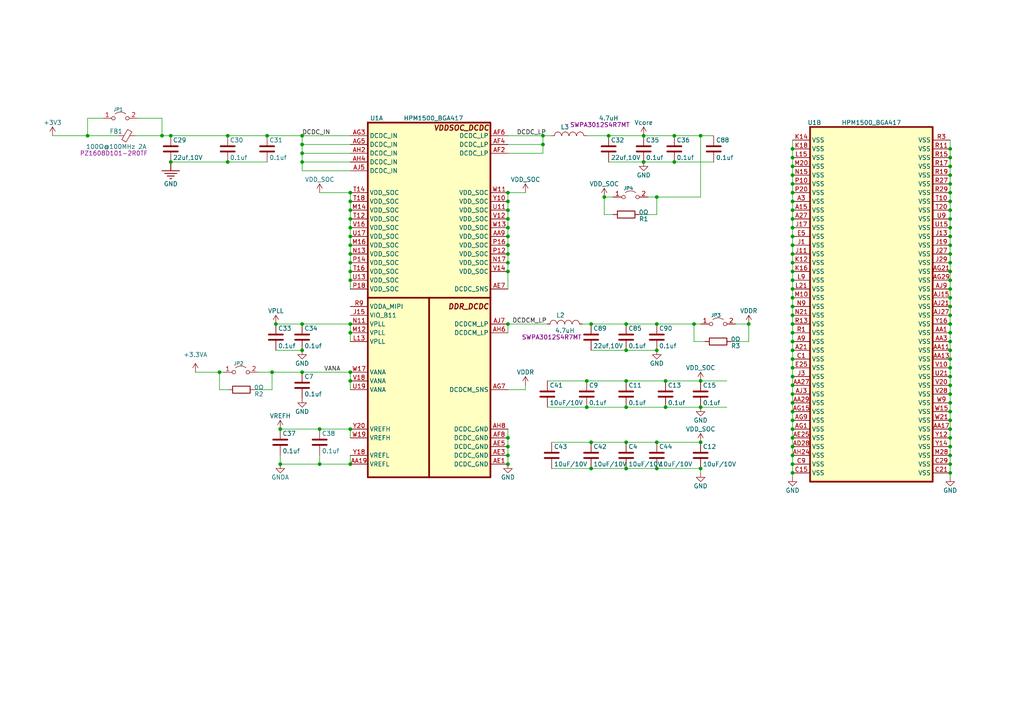
<source format=kicad_sch>
(kicad_sch (version 20211123) (generator eeschema)
  (paper "A4")
  (lib_symbols
    (symbol "02_HPM_Resis:0Ω" (pin_numbers hide) (pin_names (offset 0))
      (property "Reference" "R" (at -3.81 0.635 0))
      (property "Value" "0Ω" (at 5.08 0.635 0))
      (symbol "0Ω_1_1"
        (pin passive line (at -3.81 0 0) (length 1.27) (name "~") (number "1"))
        (pin passive line (at 3.81 0 180) (length 1.27) (name "~") (number "2"))
      )
    )
    (symbol "05_HPM_Conn:Jumper_2" (pin_names (offset 0) hide)
      (property "Reference" "JP" (at 0 3.81 0))
      (symbol "Jumper_2_1_1"
        (pin passive line (at -5.08 0 0) (length 2.54) (name "A") (number "1"))
        (pin passive line (at 5.08 0 180) (length 2.54) (name "B") (number "2"))
      )
    )
    (symbol "06_HPM_IC:HPM1500_BGA417"
      (property "Reference" "U" (at -134.62 1.27 0))
      (property "Value" "HPM1500_BGA417" (at -118.11 1.27 0))
      (symbol "HPM1500_BGA417_1_1"
        (text "DDR_DCDC" (at -107.95 -53.34 0) (effects (font (size 1.5 1.5) bold italic)))
        (text "VDDSOC_DCDC" (at -109.982 -1.524 0) (effects (font (size 1.5 1.5) bold italic)))
        (pin input line (at -142.24 -99.06 0) (length 5.08) (name "VREFL") (number "AA19"))
        (pin input line (at -96.52 -33.02 180) (length 5.08) (name "VDD_SOC") (number "AA9"))
        (pin input line (at -96.52 -99.06 180) (length 5.08) (name "DCDC_GND") (number "AE1"))
        (pin input line (at -96.52 -96.52 180) (length 5.08) (name "DCDC_GND") (number "AE3"))
        (pin input line (at -96.52 -93.98 180) (length 5.08) (name "DCDC_GND") (number "AE5"))
        (pin input line (at -96.52 -48.26 180) (length 5.08) (name "DCDC_SNS") (number "AE7"))
        (pin input line (at -96.52 -8.89 180) (length 5.08) (name "DCDC_LP\n") (number "AF2"))
        (pin input line (at -96.52 -6.35 180) (length 5.08) (name "DCDC_LP\n") (number "AF4"))
        (pin input line (at -96.52 -3.81 180) (length 5.08) (name "DCDC_LP\n") (number "AF6"))
        (pin input line (at -96.52 -91.44 180) (length 5.08) (name "DCDC_GND") (number "AF8"))
        (pin input line (at -142.24 -3.81 0) (length 5.08) (name "DCDC_IN") (number "AG3"))
        (pin input line (at -142.24 -6.35 0) (length 5.08) (name "DCDC_IN") (number "AG5"))
        (pin input line (at -96.52 -77.47 180) (length 5.08) (name "DCDCM_SNS") (number "AG7"))
        (pin input line (at -142.24 -8.89 0) (length 5.08) (name "DCDC_IN") (number "AH2"))
        (pin input line (at -142.24 -11.43 0) (length 5.08) (name "DCDC_IN") (number "AH4"))
        (pin input line (at -96.52 -60.96 180) (length 5.08) (name "DCDCM_LP") (number "AH6"))
        (pin input line (at -96.52 -88.9 180) (length 5.08) (name "DCDC_GND") (number "AH8"))
        (pin input line (at -142.24 -13.97 0) (length 5.08) (name "DCDC_IN") (number "AJ5"))
        (pin input line (at -96.52 -58.42 180) (length 5.08) (name "DCDCM_LP") (number "AJ7"))
        (pin input line (at -142.24 -55.88 0) (length 5.08) (name "VIO_B11") (number "J15"))
        (pin input line (at -142.24 -63.5 0) (length 5.08) (name "VPLL") (number "L13"))
        (pin input line (at -142.24 -60.96 0) (length 5.08) (name "VPLL") (number "M12"))
        (pin input line (at -142.24 -25.4 0) (length 5.08) (name "VDD_SOC") (number "M14"))
        (pin input line (at -142.24 -35.56 0) (length 5.08) (name "VDD_SOC") (number "M16"))
        (pin input line (at -142.24 -58.42 0) (length 5.08) (name "VPLL") (number "N11"))
        (pin input line (at -142.24 -38.1 0) (length 5.08) (name "VDD_SOC") (number "N13"))
        (pin input line (at -96.52 -40.64 180) (length 5.08) (name "VDD_SOC") (number "N17"))
        (pin input line (at -96.52 -38.1 180) (length 5.08) (name "VDD_SOC") (number "P12"))
        (pin input line (at -142.24 -40.64 0) (length 5.08) (name "VDD_SOC") (number "P14"))
        (pin input line (at -96.52 -35.56 180) (length 5.08) (name "VDD_SOC") (number "P16"))
        (pin input line (at -142.24 -48.26 0) (length 5.08) (name "VDD_SOC") (number "P18"))
        (pin input line (at -142.24 -53.34 0) (length 5.08) (name "VDDA_MIPI\n") (number "R9"))
        (pin input line (at -142.24 -27.94 0) (length 5.08) (name "VDD_SOC") (number "T12"))
        (pin input line (at -142.24 -20.32 0) (length 5.08) (name "VDD_SOC") (number "T14"))
        (pin input line (at -142.24 -43.18 0) (length 5.08) (name "VDD_SOC") (number "T16"))
        (pin input line (at -142.24 -22.86 0) (length 5.08) (name "VDD_SOC") (number "T18"))
        (pin input line (at -96.52 -25.4 180) (length 5.08) (name "VDD_SOC") (number "U11"))
        (pin input line (at -142.24 -45.72 0) (length 5.08) (name "VDD_SOC") (number "U13"))
        (pin input line (at -142.24 -33.02 0) (length 5.08) (name "VDD_SOC") (number "U17"))
        (pin input line (at -142.24 -77.47 0) (length 5.08) (name "VANA") (number "U19"))
        (pin input line (at -96.52 -27.94 180) (length 5.08) (name "VDD_SOC") (number "V12"))
        (pin input line (at -96.52 -43.18 180) (length 5.08) (name "VDD_SOC") (number "V14"))
        (pin input line (at -142.24 -30.48 0) (length 5.08) (name "VDD_SOC") (number "V16"))
        (pin input line (at -142.24 -74.93 0) (length 5.08) (name "VANA") (number "V18"))
        (pin input line (at -96.52 -20.32 180) (length 5.08) (name "VDD_SOC") (number "W11"))
        (pin input line (at -96.52 -30.48 180) (length 5.08) (name "VDD_SOC") (number "W13"))
        (pin input line (at -142.24 -72.39 0) (length 5.08) (name "VANA") (number "W17"))
        (pin input line (at -142.24 -91.44 0) (length 5.08) (name "VREFH") (number "W19"))
        (pin input line (at -96.52 -22.86 180) (length 5.08) (name "VDD_SOC") (number "Y10"))
        (pin input line (at -142.24 -96.52 0) (length 5.08) (name "VREFL") (number "Y18"))
        (pin input line (at -142.24 -88.9 0) (length 5.08) (name "VREFH") (number "Y20"))
      )
      (symbol "HPM1500_BGA417_2_1"
        (pin input line (at -140.97 -24.13 0) (length 5.08) (name "VSS") (number "A15"))
        (pin input line (at -140.97 -64.77 0) (length 5.08) (name "VSS") (number "A21"))
        (pin input line (at -140.97 -26.67 0) (length 5.08) (name "VSS") (number "A27"))
        (pin input line (at -140.97 -21.59 0) (length 5.08) (name "VSS") (number "A3"))
        (pin input line (at -140.97 -62.23 0) (length 5.08) (name "VSS") (number "A9"))
        (pin input line (at -95.25 -59.69 180) (length 5.08) (name "VSS") (number "AA1"))
        (pin input line (at -95.25 -64.77 180) (length 5.08) (name "VSS") (number "AA11"))
        (pin input line (at -95.25 -67.31 180) (length 5.08) (name "VSS") (number "AA13"))
        (pin input line (at -95.25 -87.63 180) (length 5.08) (name "VSS") (number "AA17"))
        (pin input line (at -140.97 -74.93 0) (length 5.08) (name "VSS") (number "AA27"))
        (pin input line (at -140.97 -80.01 0) (length 5.08) (name "VSS") (number "AA29"))
        (pin input line (at -95.25 -62.23 180) (length 5.08) (name "VSS") (number "AA3"))
        (pin input line (at -140.97 -92.71 0) (length 5.08) (name "VSS") (number "AD28"))
        (pin input line (at -140.97 -90.17 0) (length 5.08) (name "VSS") (number "AE25"))
        (pin input line (at -140.97 -87.63 0) (length 5.08) (name "VSS") (number "AG1"))
        (pin input line (at -140.97 -82.55 0) (length 5.08) (name "VSS") (number "AG15"))
        (pin input line (at -95.25 -41.91 180) (length 5.08) (name "VSS") (number "AG21"))
        (pin input line (at -95.25 -44.45 180) (length 5.08) (name "VSS") (number "AG29"))
        (pin input line (at -140.97 -85.09 0) (length 5.08) (name "VSS") (number "AG9"))
        (pin input line (at -140.97 -95.25 0) (length 5.08) (name "VSS") (number "AH24"))
        (pin input line (at -95.25 -49.53 180) (length 5.08) (name "VSS") (number "AJ15"))
        (pin input line (at -95.25 -52.07 180) (length 5.08) (name "VSS") (number "AJ21"))
        (pin input line (at -95.25 -54.61 180) (length 5.08) (name "VSS") (number "AJ27"))
        (pin input line (at -140.97 -77.47 0) (length 5.08) (name "VSS") (number "AJ3"))
        (pin input line (at -95.25 -46.99 180) (length 5.08) (name "VSS") (number "AJ9"))
        (pin input line (at -140.97 -67.31 0) (length 5.08) (name "VSS") (number "C1"))
        (pin input line (at -140.97 -100.33 0) (length 5.08) (name "VSS") (number "C15"))
        (pin input line (at -95.25 -100.33 180) (length 5.08) (name "VSS") (number "C21"))
        (pin input line (at -95.25 -97.79 180) (length 5.08) (name "VSS") (number "C29"))
        (pin input line (at -140.97 -97.79 0) (length 5.08) (name "VSS") (number "C9"))
        (pin input line (at -140.97 -69.85 0) (length 5.08) (name "VSS") (number "E25"))
        (pin input line (at -140.97 -31.75 0) (length 5.08) (name "VSS") (number "E5"))
        (pin input line (at -140.97 -34.29 0) (length 5.08) (name "VSS") (number "J1"))
        (pin input line (at -140.97 -36.83 0) (length 5.08) (name "VSS") (number "J11"))
        (pin input line (at -95.25 -31.75 180) (length 5.08) (name "VSS") (number "J13"))
        (pin input line (at -140.97 -29.21 0) (length 5.08) (name "VSS") (number "J17"))
        (pin input line (at -95.25 -34.29 180) (length 5.08) (name "VSS") (number "J19"))
        (pin input line (at -95.25 -36.83 180) (length 5.08) (name "VSS") (number "J27"))
        (pin input line (at -95.25 -39.37 180) (length 5.08) (name "VSS") (number "J29"))
        (pin input line (at -140.97 -72.39 0) (length 5.08) (name "VSS") (number "J3"))
        (pin input line (at -140.97 -39.37 0) (length 5.08) (name "VSS") (number "K12"))
        (pin input line (at -140.97 -3.81 0) (length 5.08) (name "VSS") (number "K14"))
        (pin input line (at -140.97 -41.91 0) (length 5.08) (name "VSS") (number "K16"))
        (pin input line (at -140.97 -6.35 0) (length 5.08) (name "VSS") (number "K18"))
        (pin input line (at -140.97 -8.89 0) (length 5.08) (name "VSS") (number "L15"))
        (pin input line (at -140.97 -46.99 0) (length 5.08) (name "VSS") (number "L21"))
        (pin input line (at -140.97 -44.45 0) (length 5.08) (name "VSS") (number "L9"))
        (pin input line (at -140.97 -49.53 0) (length 5.08) (name "VSS") (number "M10"))
        (pin input line (at -140.97 -11.43 0) (length 5.08) (name "VSS") (number "M20"))
        (pin input line (at -95.25 -95.25 180) (length 5.08) (name "VSS") (number "M28"))
        (pin input line (at -140.97 -13.97 0) (length 5.08) (name "VSS") (number "N15"))
        (pin input line (at -140.97 -54.61 0) (length 5.08) (name "VSS") (number "N21"))
        (pin input line (at -140.97 -52.07 0) (length 5.08) (name "VSS") (number "N9"))
        (pin input line (at -140.97 -16.51 0) (length 5.08) (name "VSS") (number "P10"))
        (pin input line (at -140.97 -19.05 0) (length 5.08) (name "VSS") (number "P20"))
        (pin input line (at -140.97 -59.69 0) (length 5.08) (name "VSS") (number "R1"))
        (pin input line (at -95.25 -6.35 180) (length 5.08) (name "VSS") (number "R11"))
        (pin input line (at -140.97 -57.15 0) (length 5.08) (name "VSS") (number "R13"))
        (pin input line (at -95.25 -8.89 180) (length 5.08) (name "VSS") (number "R15"))
        (pin input line (at -95.25 -11.43 180) (length 5.08) (name "VSS") (number "R17"))
        (pin input line (at -95.25 -13.97 180) (length 5.08) (name "VSS") (number "R19"))
        (pin input line (at -95.25 -16.51 180) (length 5.08) (name "VSS") (number "R27"))
        (pin input line (at -95.25 -19.05 180) (length 5.08) (name "VSS") (number "R29"))
        (pin input line (at -95.25 -3.81 180) (length 5.08) (name "VSS") (number "R3"))
        (pin input line (at -95.25 -21.59 180) (length 5.08) (name "VSS") (number "T10"))
        (pin input line (at -95.25 -24.13 180) (length 5.08) (name "VSS") (number "T20"))
        (pin input line (at -95.25 -29.21 180) (length 5.08) (name "VSS") (number "U15"))
        (pin input line (at -95.25 -72.39 180) (length 5.08) (name "VSS") (number "U21"))
        (pin input line (at -95.25 -26.67 180) (length 5.08) (name "VSS") (number "U9"))
        (pin input line (at -95.25 -69.85 180) (length 5.08) (name "VSS") (number "V10"))
        (pin input line (at -95.25 -74.93 180) (length 5.08) (name "VSS") (number "V20"))
        (pin input line (at -95.25 -77.47 180) (length 5.08) (name "VSS") (number "V28"))
        (pin input line (at -95.25 -82.55 180) (length 5.08) (name "VSS") (number "W15"))
        (pin input line (at -95.25 -85.09 180) (length 5.08) (name "VSS") (number "W21"))
        (pin input line (at -95.25 -80.01 180) (length 5.08) (name "VSS") (number "W9"))
        (pin input line (at -95.25 -90.17 180) (length 5.08) (name "VSS") (number "Y12"))
        (pin input line (at -95.25 -92.71 180) (length 5.08) (name "VSS") (number "Y14"))
        (pin input line (at -95.25 -57.15 180) (length 5.08) (name "VSS") (number "Y16"))
      )
      (symbol "HPM1500_BGA417_3_1"
        (pin input line (at -139.7 -11.43 0) (length 5.08) (name "VDDR") (number "AA21"))
        (pin input line (at -139.7 -26.67 0) (length 5.08) (name "VDDR") (number "AA23"))
        (pin input line (at -139.7 -8.89 0) (length 5.08) (name "VDDR") (number "AA25"))
        (pin input line (at -139.7 -29.21 0) (length 5.08) (name "VDDR") (number "AB22"))
        (pin input line (at -139.7 -63.5 0) (length 5.08) (name "DDR_CKP") (number "AB24"))
        (pin input line (at -93.98 -8.89 180) (length 5.08) (name "DDR_A2") (number "AB26"))
        (pin input line (at -93.98 -16.51 180) (length 5.08) (name "DDR_A5") (number "AB28"))
        (pin input line (at -93.98 -29.21 180) (length 5.08) (name "DDR_A10") (number "AC23"))
        (pin input line (at -139.7 -6.35 0) (length 5.08) (name "DDR_VREFA") (number "AC23"))
        (pin input line (at -139.7 -60.96 0) (length 5.08) (name "DDR_CKN") (number "AC25"))
        (pin input line (at -93.98 -3.81 180) (length 5.08) (name "DDR_A0") (number "AC27"))
        (pin input line (at -93.98 -11.43 180) (length 5.08) (name "DDR_A3") (number "AC29"))
        (pin input line (at -93.98 -41.91 180) (length 5.08) (name "DDR_A15") (number "AD24"))
        (pin input line (at -93.98 -34.29 180) (length 5.08) (name "DDR_A12") (number "AD26"))
        (pin input line (at -93.98 -6.35 180) (length 5.08) (name "DDR_A1") (number "AE27"))
        (pin input line (at -139.7 -73.66 0) (length 5.08) (name "DDR_BA1") (number "AE29"))
        (pin input line (at -139.7 -78.74 0) (length 5.08) (name "DDR_ZQ") (number "AF24"))
        (pin input line (at -93.98 -31.75 180) (length 5.08) (name "DDR_A11") (number "AF26"))
        (pin input line (at -93.98 -13.97 180) (length 5.08) (name "DDR_A4") (number "AF28"))
        (pin input line (at -139.7 -66.04 0) (length 5.08) (name "DDR_CKE0") (number "AG25"))
        (pin input line (at -93.98 -19.05 180) (length 5.08) (name "DDR_A6") (number "AG27"))
        (pin input line (at -93.98 -24.13 180) (length 5.08) (name "DDR_A8") (number "AH26"))
        (pin input line (at -93.98 -39.37 180) (length 5.08) (name "DDR_A14") (number "AH28"))
        (pin input line (at -139.7 -68.58 0) (length 5.08) (name "DDR_CKE1") (number "AJ25"))
        (pin input line (at -139.7 -24.13 0) (length 5.08) (name "VDDR") (number "J23"))
        (pin input line (at -139.7 -21.59 0) (length 5.08) (name "VDDR") (number "J25"))
        (pin input line (at -93.98 -99.06 180) (length 5.08) (name "DDR_DM1") (number "K22"))
        (pin input line (at -93.98 -73.66 180) (length 5.08) (name "DDR_D9") (number "K24"))
        (pin input line (at -93.98 -66.04 180) (length 5.08) (name "DDR_D6") (number "K26"))
        (pin input line (at -93.98 -60.96 180) (length 5.08) (name "DDR_D4") (number "K28"))
        (pin input line (at -93.98 -78.74 180) (length 5.08) (name "DDR_D11") (number "L23"))
        (pin input line (at -93.98 -83.82 180) (length 5.08) (name "DDR_D13") (number "L25"))
        (pin input line (at -139.7 -91.44 0) (length 5.08) (name "DDR_DQS0N") (number "L27"))
        (pin input line (at -139.7 -93.98 0) (length 5.08) (name "DDR_DQS0P") (number "L29"))
        (pin input line (at -139.7 -31.75 0) (length 5.08) (name "VDDR") (number "M22"))
        (pin input line (at -93.98 -88.9 180) (length 5.08) (name "DDR_D15") (number "M24"))
        (pin input line (at -93.98 -55.88 180) (length 5.08) (name "DDR_D2") (number "M26"))
        (pin input line (at -93.98 -86.36 180) (length 5.08) (name "DDR_D14") (number "N23"))
        (pin input line (at -93.98 -81.28 180) (length 5.08) (name "DDR_D12") (number "N25"))
        (pin input line (at -93.98 -50.8 180) (length 5.08) (name "DDR_D0") (number "N27"))
        (pin input line (at -93.98 -96.52 180) (length 5.08) (name "DDR_DM0") (number "N29"))
        (pin input line (at -139.7 -86.36 0) (length 5.08) (name "DDR_DQS1N") (number "P22"))
        (pin input line (at -139.7 -88.9 0) (length 5.08) (name "DDR_DQS1P") (number "P24"))
        (pin input line (at -93.98 -53.34 180) (length 5.08) (name "DDR_D1") (number "P26"))
        (pin input line (at -93.98 -58.42 180) (length 5.08) (name "DDR_D3") (number "P28"))
        (pin input line (at -139.7 -19.05 0) (length 5.08) (name "VDDR") (number "R23"))
        (pin input line (at -139.7 -16.51 0) (length 5.08) (name "VDDR") (number "R25"))
        (pin input line (at -93.98 -76.2 180) (length 5.08) (name "DDR_D10") (number "T22"))
        (pin input line (at -93.98 -71.12 180) (length 5.08) (name "DDR_D8") (number "T24"))
        (pin input line (at -93.98 -68.58 180) (length 5.08) (name "DDR_D7") (number "T26"))
        (pin input line (at -93.98 -63.5 180) (length 5.08) (name "DDR_D5") (number "T28"))
        (pin input line (at -139.7 -76.2 0) (length 5.08) (name "DDR_BA2") (number "U23"))
        (pin input line (at -139.7 -71.12 0) (length 5.08) (name "DDR_BA0") (number "U25"))
        (pin input line (at -139.7 -99.06 0) (length 5.08) (name "DDR_ODT0") (number "U27"))
        (pin input line (at -139.7 -96.52 0) (length 5.08) (name "DDR_ODT1") (number "U29"))
        (pin input line (at -139.7 -13.97 0) (length 5.08) (name "VDDR") (number "V22"))
        (pin input line (at -139.7 -55.88 0) (length 5.08) (name "DDR_CS0") (number "V24"))
        (pin input line (at -139.7 -58.42 0) (length 5.08) (name "DDR_CS1") (number "V26"))
        (pin input line (at -139.7 -83.82 0) (length 5.08) (name "DDR_WE") (number "W23"))
        (pin input line (at -139.7 -50.8 0) (length 5.08) (name "DDR_CAS") (number "W25"))
        (pin input line (at -93.98 -21.59 180) (length 5.08) (name "DDR_A7") (number "W27"))
        (pin input line (at -139.7 -81.28 0) (length 5.08) (name "DDR_RST") (number "W29"))
        (pin input line (at -139.7 -3.81 0) (length 5.08) (name "DDR_VREF") (number "Y22"))
        (pin input line (at -139.7 -53.34 0) (length 5.08) (name "DDR_RAS") (number "Y24"))
        (pin input line (at -93.98 -26.67 180) (length 5.08) (name "DDR_A9") (number "Y26"))
        (pin input line (at -93.98 -36.83 180) (length 5.08) (name "DDR_A13") (number "Y28"))
      )
      (symbol "HPM1500_BGA417_4_1"
        (text "PA00-PA26" (at -66.04 -5.08 0) (effects (font (size 3 3) bold italic)))
        (pin input line (at -142.24 -63.5 0) (length 5.08) (name "PA20/TMR3.A.CAPT[2]URT5.A.CTSCAN5.A.RXD/I2S0.CD.BCLKDIS0.AB.G[2]CAM0.A.PIXCLK") (number "AA5"))
        (pin input line (at -142.24 -5.08 0) (length 5.08) (name "VIO_B00") (number "AA7"))
        (pin input line (at -142.24 -22.86 0) (length 5.08) (name "PA04/TMR1.A.CAPT[2]URT1.A.CTSCAN1.A.RXD/JTAG.A.TDO") (number "AB2"))
        (pin input line (at -142.24 -25.4 0) (length 5.08) (name "PA05/TMR1.A.COMP[2]/URT1.A.DE/URT1.A.RTS/LIN1.A.TREN/CAN1.A.TXD/JTAG.A.TDI") (number "AB4"))
        (pin input line (at -142.24 -58.42 0) (length 5.08) (name "PA18/TMR3.A.COMP[1]/URT4.A.DE/URT4.A.RTS/LIN4.A.TREN/CAN4.A.STBY/I2S0.CD.FCLKDIS0.AB.R[7]CAM0.A.D[7]CPU0.A.NMI") (number "AB6"))
        (pin input line (at -142.24 -60.96 0) (length 5.08) (name "PA19/TMR3.A.CAPT[1]URT4.A.CTSCAN5.A.STBY/I2S0.C.MCLKDIS0.AB.R[6]CAM0.A.D[6]") (number "AB8"))
        (pin input line (at -142.24 -17.78 0) (length 5.08) (name "PA02/TMR1.A.COMP[1]/URT0.A.DE/URT0.A.RTS/LIN0.A.TREN/CAN0.A.STBY/DAO.A.LN") (number "AC1"))
        (pin input line (at -142.24 -20.32 0) (length 5.08) (name "PA03/TMR1.A.CAPT[1]URT0.A.CTSCAN1.A.STBY/DAO.A.LP") (number "AC3"))
        (pin input line (at -142.24 -53.34 0) (length 5.08) (name "PA16/TMR3.A.COMP[0]/URT4.A.TXDLIN4.A.TXD/CAN4.A.TXD/I2S0.CD.RXD[0]DIS0.AB.R[5]CAM0.A.D[9]") (number "AC5"))
        (pin input line (at -142.24 -55.88 0) (length 5.08) (name "PA17/TMR3.A.CAPT[0]/URT4.A.RXDLIN4.A.RXD/CAN4.A.RXD/I2S0.CD.RXD[2]DIS0.AB.R[4]CAM0.A.D[8]") (number "AC7"))
        (pin input line (at -142.24 -2.54 0) (length 5.08) (name "VIO_B00") (number "AC9"))
        (pin input line (at -142.24 -12.7 0) (length 5.08) (name "PA00/TMR1.A.COMP[0]/URT0.A.TXDLIN0.A.TXD/CAN0.A.TXD/DAO.A.RN") (number "AD2"))
        (pin input line (at -142.24 -15.24 0) (length 5.08) (name "PA01/TMR1.A.CAPT[0]/URT0.A.RXDLIN0.A.RXD/CAN0.A.RXD/DAO.A.RP") (number "AD4"))
        (pin input line (at -142.24 -48.26 0) (length 5.08) (name "PA14/TMR0.A.CAPT[3]/URT3.A.RXDLIN3.A.RXD/CAN3.A.RXD/I2S0.CD.RXD[1]DIS0.B.CLKCAM0.A.VSYNC") (number "AD6"))
        (pin input line (at -142.24 -50.8 0) (length 5.08) (name "PA15/TMR0.A.COMP[3]/URT3.A.TXDLIN3.A.TXD/CAN3.A.TXD/I2S0.CD.RXD[3]DIS0.AB.R[3]CAM0.A.HSYNC") (number "AD8"))
        (pin input line (at -142.24 -43.18 0) (length 5.08) (name "PA12/TMR1.A.CAPT[3]URT3.A.CTS/I2C1.A.SDA/SPI0.A.MISO/LIN2.A.TRENPDM0.AB.D[0]DIS0.AB.G[6]CAM0.A.D[4]") (number "U1"))
        (pin input line (at -142.24 -45.72 0) (length 5.08) (name "PA13/TMR1.A.COMP[3]/URT3.A.DE/URT3.A.RTS/I2C1.A.SCL/SPI0.A.MOSI/LIN3.A.TREN/CAN3.A.STBY/PDM0.AB.D[2]DIS0.AB.G[5]CAM0.A.D[5]") (number "U3"))
        (pin input line (at -142.24 -78.74 0) (length 5.08) (name "PA26/TMR2.A.COMP[2]/URT6.A.DE/URT6.A.RTSSPI1.A.CS[0]/LIN6.A.RXD/CAN6.A.STBYSDC1.A.CDN/CAM0.B.PIXCLK") (number "U5"))
        (pin input line (at -142.24 -38.1 0) (length 5.08) (name "PA10/TMR0.A.COMP[2]/URT2.A.DE/URT2.A.RTSSPI0.A.CS[0]/LIN2.A.RXD/CAN2.A.STBY/PDM0.A.CLKDIS0.AB.G[4]CAM0.A.D[3]") (number "V2"))
        (pin input line (at -142.24 -40.64 0) (length 5.08) (name "PA11/TMR0.A.CAPT[2]URT2.A.CTSSPI0.A.SCLK/LIN2.A.TXDPDM0.B.CLKDIS0.AB.G[3]CAM0.A.D[2]") (number "V4"))
        (pin input line (at -142.24 -76.2 0) (length 5.08) (name "PA25/TMR2.A.CAPT[1]/URT6.A.RXDI2C2.A.SDA/SPI1.A.MOSICAN6.A.RXD/I2S0.D.MCLK/SDC1.A.VSEL/CAM0.B.D[3]") (number "V6"))
        (pin input line (at -142.24 -7.62 0) (length 5.08) (name "VIO_B00") (number "V8"))
        (pin input line (at -142.24 -33.02 0) (length 5.08) (name "PA08/TMR0.A.COMP[1]/URT2.A.TXDI2C0.A.SCL/CAN2.A.TXD/PDM0.AB.D[1]JTAG.A.TRST") (number "W1"))
        (pin input line (at -142.24 -35.56 0) (length 5.08) (name "PA09/TMR0.A.CAPT[1]/URT2.A.RXDI2C0.A.SDA/CAN2.A.RXD/PDM0.AB.D[3]") (number "W3"))
        (pin input line (at -142.24 -71.12 0) (length 5.08) (name "PA23/TMR2.A.COMP[0]/URT5.A.TXDLIN5.A.RXDI2S0.CD.TXD[0]/SDC0.B.RSTN/CAM0.B.D[4]") (number "W5"))
        (pin input line (at -142.24 -73.66 0) (length 5.08) (name "PA24/TMR2.A.COMP[1]/URT6.A.TXDI2C2.A.SCL/SPI1.A.MISOCAN6.A.TXD/I2S0.CD.TXD[2]/SDC1.A.VON/CAM0.B.D[5]") (number "W7"))
        (pin input line (at -142.24 -27.94 0) (length 5.08) (name "PA06/TMR0.A.CAPT[0]/URT1.A.RXDLIN1.A.TXDJTAG.A.TCK") (number "Y2"))
        (pin input line (at -142.24 -30.48 0) (length 5.08) (name "PA07/TMR0.A.COMP[0]/URT1.A.TXDLIN1.A.RXDJTAG.A.TMS") (number "Y4"))
        (pin input line (at -142.24 -66.04 0) (length 5.08) (name "PA21/TMR3.A.COMP[2]/URT5.A.DE/URT5.A.RTS/LIN5.A.TREN/CAN5.A.TXD/I2S0.CD.TXD[1]CAM0.A.XCLK") (number "Y6"))
        (pin input line (at -142.24 -68.58 0) (length 5.08) (name "PA22/TMR2.A.CAPT[0]/URT5.A.RXDLIN5.A.TXDI2S0.CD.TXD[3]") (number "Y8"))
      )
      (symbol "HPM1500_BGA417_5_1"
        (text "PA27-PB31" (at -82.55 -7.62 0) (effects (font (size 3 3) bold italic)))
        (pin input line (at -158.75 -66.04 0) (length 5.08) (name "PB14/TMR4.A.CAPT[3]/URT3.B.RXD/SPI3.A.DAT2/LIN3.B.RXD/CAN3.B.RXD/DIS0.AB.VSYNCSYSCTL.B.CLK_OBS[1]/MIPI2.A.REXT") (number "F2"))
        (pin input line (at -158.75 -68.58 0) (length 5.08) (name "PB15/TMR4.A.COMP[3]/URT3.B.TXD/SPI3.A.DAT3/LIN3.B.TXD/CAN3.B.TXDSDC0.B.DS/SYSCTL.B.CLK_OBS[3]/MIPI3.A.REXT") (number "F4"))
        (pin input line (at -158.75 -106.68 0) (length 5.08) (name "PB30/TMR6.A.CAPT[3]/URT7.B.RXD/SPI0.B.DAT2/LIN7.B.RXD/CAN7.B.RXDSDC0.BC.CLKMIPI3.A.D3N/LVDS3.A.D3N") (number "F6"))
        (pin input line (at -158.75 -109.22 0) (length 5.08) (name "PB31/TMR6.A.COMP[3]/URT7.B.TXD/SPI0.B.DAT3/LIN7.B.TXD/CAN7.B.TXDSDC0.BC.CMDMIPI3.A.D3P/LVDS3.A.D3P") (number "F8"))
        (pin input line (at -158.75 -60.96 0) (length 5.08) (name "PB12/TMR5.A.CAPT[3]URT3.B.CTS/I2C1.B.SDA/SPI3.A.MISO/LIN2.B.TRENDIS0.AB.HSYNC/MIPI2.A.D3N/LVDS2.A.D3N") (number "G1"))
        (pin input line (at -158.75 -63.5 0) (length 5.08) (name "PB13/TMR5.A.COMP[3]/URT3.B.DE/URT3.B.RTS/I2C1.B.SCL/SPI3.A.MOSI/LIN3.B.TREN/CAN3.B.STBY/DIS0.A.CLK/MIPI2.A.D3P/LVDS2.A.D3P") (number "G3"))
        (pin input line (at -158.75 -101.6 0) (length 5.08) (name "PB28/TMR7.A.CAPT[3]URT7.B.CTS/I2C3.B.SDA/SPI0.B.MISO/LIN6.B.TRENI2S1.AB.RXD[0]/SDC0.BC.DATA[1]/CPU0.B.NMI/MIPI3.A.D2N/LVDS3.A.D2N") (number "G5"))
        (pin input line (at -158.75 -104.14 0) (length 5.08) (name "PB29/TMR7.A.COMP[3]/URT7.B.DE/URT7.B.RTS/I2C3.B.SCL/SPI0.B.MOSI/LIN7.B.TREN/CAN7.B.STBY/I2S1.AB.RXD[2]/SDC0.BC.DATA[2]MIPI3.A.D2P/LVDS3.A.D2P") (number "G7"))
        (pin input line (at -158.75 -55.88 0) (length 5.08) (name "PB10/TMR4.A.COMP[2]/URT2.B.DE/URT2.B.RTSSPI3.A.CS[0]/LIN2.B.RXD/CAN2.B.STBY/DIS0.AB.EN/MIPI2.A.D2N/LVDS2.A.D2N") (number "H2"))
        (pin input line (at -158.75 -58.42 0) (length 5.08) (name "PB11/TMR4.A.CAPT[2]URT2.B.CTSSPI3.A.SCLK/LIN2.B.TXDDIS0.AB.B[7]/MIPI2.A.D2P/LVDS2.A.D2P") (number "H4"))
        (pin input line (at -158.75 -96.52 0) (length 5.08) (name "PB26/TMR6.A.COMP[2]/URT6.B.DE/URT6.B.RTSSPI0.B.CS[0]/LIN6.B.RXD/CAN6.B.STBY/I2S1.AB.RXD[1]/SDC0.BC.DATA[3]MIPI3.A.CKN/LVDS3.A.CKN") (number "H6"))
        (pin input line (at -158.75 -99.06 0) (length 5.08) (name "PB27/TMR6.A.CAPT[2]URT6.B.CTSSPI0.B.SCLK/LIN6.B.TXDI2S1.AB.RXD[3]/SDC0.BC.DATA[0]MIPI3.A.CKP/LVDS3.A.CKP") (number "H8"))
        (pin input line (at -158.75 -93.98 0) (length 5.08) (name "PB25/TMR6.A.CAPT[1]/URT6.B.RXDI2C2.B.SDA/SPI0.B.CS[1]CAN6.B.RXD/I2S1.AB.BCLK/SDC0.B.DATA[4]MIPI3.A.D1N/LVDS3.A.D1N") (number "J5"))
        (pin input line (at -158.75 -2.54 0) (length 5.08) (name "VIO_B01") (number "J7"))
        (pin input line (at -158.75 -50.8 0) (length 5.08) (name "PB08/TMR4.A.COMP[1]/URT2.B.TXDI2C0.B.SCL/SPI3.A.CS[2]CAN2.B.TXD/DIS0.AB.B[6]/MIPI2.A.CKN/LVDS2.A.CKN") (number "K2"))
        (pin input line (at -158.75 -53.34 0) (length 5.08) (name "PB09/TMR4.A.CAPT[1]/URT2.B.RXDI2C0.B.SDA/SPI3.A.CS[1]CAN2.B.RXD/DIS0.AB.B[5]/MIPI2.A.CKP/LVDS2.A.CKP") (number "K4"))
        (pin input line (at -158.75 -88.9 0) (length 5.08) (name "PB23/TMR6.A.COMP[0]/URT5.B.TXD/SPI1.B.MOSI/LIN5.B.RXDI2S1.AB.FCLK/SDC0.B.DATA[5]MIPI3.A.D1P/LVDS3.A.D1P") (number "K6"))
        (pin input line (at -158.75 -91.44 0) (length 5.08) (name "PB24/TMR6.A.COMP[1]/URT6.B.TXDI2C2.B.SCL/SPI0.B.CS[2]CAN6.B.TXD/I2S1.A.MCLK/SDC0.B.DATA[7]MIPI3.A.D0P/LVDS3.A.D0P") (number "K8"))
        (pin input line (at -158.75 -45.72 0) (length 5.08) (name "PB06/TMR4.A.CAPT[0]/URT1.B.RXD/SPI2.A.MISO/LIN1.B.TXDDIS0.AB.B[3]/MIPI2.A.D1N/LVDS2.A.D1N") (number "L1"))
        (pin input line (at -158.75 -48.26 0) (length 5.08) (name "PB07/TMR4.A.COMP[0]/URT1.B.TXD/SPI2.A.MOSI/LIN1.B.RXDDIS0.AB.B[4]/MIPI2.A.D1P/LVDS2.A.D1P") (number "L3"))
        (pin input line (at -158.75 -83.82 0) (length 5.08) (name "PB21/TMR7.A.COMP[2]/URT5.B.DE/URT5.B.RTSSPI1.B.SCLK/LIN5.B.TREN/CAN5.B.TXD/I2S1.AB.TXD[0]CAM0.B.VSYNC/MIPI1.A.D1N/LVDS1.A.D1N") (number "L5"))
        (pin input line (at -158.75 -86.36 0) (length 5.08) (name "PB22/TMR6.A.CAPT[0]/URT5.B.RXD/SPI1.B.MISO/LIN5.B.TXDI2S1.AB.TXD[3]/SDC0.B.DATA[6]MIPI3.A.D0N/LVDS3.A.D0N") (number "L7"))
        (pin input line (at -158.75 -40.64 0) (length 5.08) (name "PB04/TMR5.A.CAPT[2]URT1.B.CTSSPI2.A.CS[0]CAN1.B.RXD/DIS0.AB.B[2]/MIPI2.A.D0N/LVDS2.A.D0N") (number "M2"))
        (pin input line (at -158.75 -43.18 0) (length 5.08) (name "PB05/TMR5.A.COMP[2]/URT1.B.DE/URT1.B.RTSSPI2.A.SCLK/LIN1.B.TREN/CAN1.B.TXD/DIS0.AB.G[7]/MIPI2.A.D0P/LVDS2.A.D0P") (number "M4"))
        (pin input line (at -158.75 -81.28 0) (length 5.08) (name "PB20/TMR7.A.CAPT[2]URT5.B.CTSSPI1.B.CS[0]CAN5.B.RXD/I2S1.AB.TXD[2]CAM0.B.HSYNC/MIPI1.A.D1P/LVDS1.A.D1P") (number "M6"))
        (pin input line (at -158.75 -5.08 0) (length 5.08) (name "VIO_B01") (number "M8"))
        (pin input line (at -158.75 -35.56 0) (length 5.08) (name "PB02/TMR5.A.COMP[1]/URT0.B.DE/URT0.B.RTS/LIN0.B.TREN/CAN0.B.STBY/DIS0.AB.B[1]/MIPI0.A.D1N/LVDS0.A.D1N") (number "N1"))
        (pin input line (at -158.75 -38.1 0) (length 5.08) (name "PB03/TMR5.A.CAPT[1]URT0.B.CTSSPI3.A.CS[3]CAN1.B.STBY/DIS0.AB.B[0]/MIPI0.A.D1P/LVDS0.A.D1P") (number "N3"))
        (pin input line (at -158.75 -76.2 0) (length 5.08) (name "PB18/TMR7.A.COMP[1]/URT4.B.DE/URT4.B.RTS/LIN4.B.TREN/CAN4.B.STBY/I2S1.AB.TXD[1]CAM0.B.D[9]/MIPI1.A.CKN/LVDS1.A.CKN") (number "N5"))
        (pin input line (at -158.75 -78.74 0) (length 5.08) (name "PB19/TMR7.A.CAPT[1]URT4.B.CTSSPI0.B.CS[3]CAN5.B.STBY/I2S1.B.MCLKCAM0.B.D[8]/MIPI1.A.CKP/LVDS1.A.CKP") (number "N7"))
        (pin input line (at -158.75 -30.48 0) (length 5.08) (name "PB00/TMR5.A.COMP[0]/URT0.B.TXDLIN0.B.TXD/CAN0.B.TXD/DIS0.AB.G[1]/MIPI0.A.CKN/LVDS0.A.CKN") (number "P2"))
        (pin input line (at -158.75 -33.02 0) (length 5.08) (name "PB01/TMR5.A.CAPT[0]/URT0.B.RXDLIN0.B.RXD/CAN0.B.RXD/DIS0.AB.G[0]/MIPI0.A.CKP/LVDS0.A.CKP") (number "P4"))
        (pin input line (at -158.75 -71.12 0) (length 5.08) (name "PB16/TMR7.A.COMP[0]/URT4.B.TXDLIN4.B.TXD/CAN4.B.TXD/CAM0.B.D[6]/MIPI1.A.D0N/LVDS1.A.D0N") (number "P6"))
        (pin input line (at -158.75 -73.66 0) (length 5.08) (name "PB17/TMR7.A.CAPT[0]/URT4.B.RXDLIN4.B.RXD/CAN4.B.RXD/CAM0.B.D[7]/MIPI1.A.D0P/LVDS1.A.D0P") (number "P8"))
        (pin input line (at -158.75 -7.62 0) (length 5.08) (name "VIO_B01") (number "R5"))
        (pin input line (at -158.75 -10.16 0) (length 5.08) (name "VIO_B01") (number "R7"))
        (pin input line (at -158.75 -25.4 0) (length 5.08) (name "PA30/TMR2.A.CAPT[3]/URT7.A.RXDLIN7.A.RXD/CAN7.A.RXD/DIS0.AB.R[2]/MIPI0.A.D0N/LVDS0.A.D0N") (number "T2"))
        (pin input line (at -158.75 -27.94 0) (length 5.08) (name "PA31/TMR2.A.COMP[3]/URT7.A.TXDLIN7.A.TXD/CAN7.A.TXD/DIS0.AB.R[1]/MIPI0.A.D0P/LVDS0.A.D0P") (number "T4"))
        (pin input line (at -158.75 -20.32 0) (length 5.08) (name "PA28/TMR3.A.CAPT[3]URT7.A.CTS/I2C3.A.SDALIN6.A.TRENDIS0.AB.R[0]/MIPI0.A.REXT") (number "T6"))
        (pin input line (at -158.75 -22.86 0) (length 5.08) (name "PA29/TMR3.A.COMP[3]/URT7.A.DE/URT7.A.RTS/I2C3.A.SCLLIN7.A.TREN/CAN7.A.STBY/CAM0.B.XCLK/MIPI1.A.REXT") (number "T8"))
        (pin input line (at -158.75 -17.78 0) (length 5.08) (name "PA27/TMR2.A.CAPT[2]URT6.A.CTSSPI1.A.SCLK/LIN6.A.TXD/SDC1.A.WP/CAM0.B.D[2]") (number "U7"))
      )
      (symbol "HPM1500_BGA417_6_1"
        (text "PC00-PC11" (at -66.04 -5.08 0) (effects (font (size 3 3) bold italic)))
        (text "PC12-PC17" (at -66.04 -49.53 0) (effects (font (size 3 3) bold italic)))
        (text "PC18-PC29" (at -66.04 -78.74 0) (effects (font (size 3 3) bold italic)))
        (pin input line (at -140.97 -90.17 0) (length 5.08) (name "PC20/TMR3.B.CAPT[2]URT5.C.CTSSPI0.C.CS[0]CAN5.C.RXD/I2S1.CD.RXD[0]/SDC1.B.CLK/ETH0.A.TXCK") (number "A11"))
        (pin input line (at -140.97 -100.33 0) (length 5.08) (name "PC24/TMR2.B.COMP[1]/URT6.C.TXDI2C2.C.SCL/SPI1.C.CS[2]CAN6.C.TXD/I2S1.CD.TXD[0]/SDC1.C.CDN/ETH0.A.RXD[2]") (number "A13"))
        (pin input line (at -140.97 -20.32 0) (length 5.08) (name "PC03/TMR1.B.CAPT[1]URT0.C.CTSCAN1.C.STBY/I2S2.AB.RXD[0]/SDC0.A.DATA[1]/XPI_SLV.A.ADQ[1]") (number "A5"))
        (pin input line (at -140.97 -33.02 0) (length 5.08) (name "PC08/TMR0.B.COMP[1]/URT2.C.TXDI2C0.C.SCL/CAN2.C.TXD/I2S2.AB.TXD[2]DAO.B.LN/SDC0.A.DATA[4]/XPI_SLV.A.ERR") (number "A7"))
        (pin input line (at -140.97 -85.09 0) (length 5.08) (name "PC18/TMR3.B.COMP[1]/URT4.C.DE/URT4.C.RTS/LIN4.C.TREN/CAN4.C.STBY/I2S1.CD.RXD[2]/SDC1.B.DATA[3]/ETH0.A.TXD[3]") (number "B10"))
        (pin input line (at -140.97 -95.25 0) (length 5.08) (name "PC22/TMR2.B.CAPT[0]/URT5.C.RXD/SPI0.C.MISO/LIN5.C.TXDI2S1.CD.BCLK/SDC1.B.DATA[1]/ETH0.A.TXD[0]") (number "B12"))
        (pin input line (at -140.97 -105.41 0) (length 5.08) (name "PC26/TMR2.B.COMP[2]/URT6.C.DE/URT6.C.RTSSPI1.C.CS[0]/LIN6.C.RXD/CAN6.C.STBY/I2S1.CD.TXD[2]/SDC1.C.WP/ETH0.A.RXCK") (number "B14"))
        (pin input line (at -140.97 -110.49 0) (length 5.08) (name "PC28/TMR3.B.CAPT[3]URT7.C.CTS/I2C3.C.SDA/SPI1.C.MISO/LIN6.C.TRENI2S1.C.MCLKETH0.A.RXD[1]") (number "B16"))
        (pin input line (at -140.97 -15.24 0) (length 5.08) (name "PC01/TMR1.B.CAPT[0]/URT0.C.RXDLIN0.C.RXD/CAN0.C.RXD/I2S2.AB.RXD[2]/SDC0.A.CMD/CPU0.C.NMIXPI_SLV.A.CLK") (number "B4"))
        (pin input line (at -140.97 -25.4 0) (length 5.08) (name "PC05/TMR1.B.COMP[2]/URT1.C.DE/URT1.C.RTSSPI2.B.SCLK/LIN1.C.TREN/CAN1.C.TXD/I2S2.AB.BCLK/SDC0.A.DATA[3]/XPI_SLV.A.ADQ[2]") (number "B6"))
        (pin input line (at -140.97 -38.1 0) (length 5.08) (name "PC10/TMR0.B.COMP[2]/URT2.C.DE/URT2.C.RTS/LIN2.C.RXD/CAN2.C.STBY/I2S2.AB.TXD[0]DAO.B.RN/SDC0.A.DATA[6]") (number "B8"))
        (pin input line (at -140.97 -92.71 0) (length 5.08) (name "PC21/TMR3.B.COMP[2]/URT5.C.DE/URT5.C.RTSSPI0.C.SCLK/LIN5.C.TREN/CAN5.C.TXD/I2S1.CD.RXD[1]/SDC1.B.CMD/ETH0.A.TXEN") (number "C11"))
        (pin input line (at -140.97 -102.87 0) (length 5.08) (name "PC25/TMR2.B.CAPT[1]/URT6.C.RXDI2C2.C.SDA/SPI1.C.CS[1]CAN6.C.RXD/I2S1.CD.TXD[1]/SDC1.C.VSEL/ETH0.A.RXD[3]") (number "C13"))
        (pin input line (at -140.97 -22.86 0) (length 5.08) (name "PC04/TMR1.B.CAPT[2]URT1.C.CTSSPI2.B.CS[0]CAN1.C.RXD/I2S2.AB.RXD[1]/SDC0.A.DATA[2]/XPI_SLV.A.ADQ[3]") (number "C5"))
        (pin input line (at -140.97 -35.56 0) (length 5.08) (name "PC09/TMR0.B.CAPT[1]/URT2.C.RXDI2C0.C.SDA/CAN2.C.RXD/I2S2.AB.TXD[3]DAO.B.LP/SDC0.A.DATA[5]/XPI_SLV.A.RDY") (number "C7"))
        (pin input line (at -140.97 -87.63 0) (length 5.08) (name "PC19/TMR3.B.CAPT[1]URT4.C.CTSSPI1.C.CS[3]CAN5.C.STBY/I2S1.CD.RXD[3]/SDC1.B.DATA[2]/ETH0.A.TXD[2]ADC0.A.DBG") (number "D10"))
        (pin input line (at -140.97 -97.79 0) (length 5.08) (name "PC23/TMR2.B.COMP[0]/URT5.C.TXD/SPI0.C.MOSI/LIN5.C.RXDI2S1.CD.FCLK/SDC1.B.DATA[0]/ETH0.A.TXD[1]SYSCTL.B.CLK_OBS[0]") (number "D12"))
        (pin input line (at -140.97 -107.95 0) (length 5.08) (name "PC27/TMR2.B.CAPT[2]URT6.C.CTSSPI1.C.SCLK/LIN6.C.TXDI2S1.CD.TXD[3]/SDC1.C.VON/ETH0.A.RXDVSYSCTL.B.CLK_OBS[2]") (number "D14"))
        (pin input line (at -140.97 -113.03 0) (length 5.08) (name "PC29/TMR3.B.COMP[3]/URT7.C.DE/URT7.C.RTS/I2C3.C.SCL/SPI1.C.MOSI/LIN7.C.TREN/CAN7.C.STBY/I2S1.D.MCLKETH0.A.RXD[0]") (number "D16"))
        (pin input line (at -140.97 -17.78 0) (length 5.08) (name "PC02/TMR1.B.COMP[1]/URT0.C.DE/URT0.C.RTS/LIN0.C.TREN/CAN0.C.STBY/I2S2.AB.RXD[3]/SDC0.A.CLK/XPI_SLV.A.CSN") (number "D4"))
        (pin input line (at -140.97 -27.94 0) (length 5.08) (name "PC06/TMR0.B.CAPT[0]/URT1.C.RXD/SPI2.B.MISO/LIN1.C.TXDI2S2.AB.FCLK/SDC0.A.DATA[0]/XPI_SLV.A.ADQ[0]") (number "D6"))
        (pin input line (at -140.97 -40.64 0) (length 5.08) (name "PC11/TMR0.B.CAPT[2]URT2.C.CTS/LIN2.C.TXDI2S2.AB.TXD[1]DAO.B.RP/SDC0.A.DATA[7]") (number "D8"))
        (pin input line (at -140.97 -63.5 0) (length 5.08) (name "PC15/TMR0.B.COMP[3]/URT3.C.TXD/SPI3.B.SCLK/LIN3.C.TXD/CAN3.C.TXD/PDM0.CD.D[2]/SDC1.AC.DATA[1]") (number "E11"))
        (pin input line (at -140.97 -77.47 0) (length 5.08) (name "VIO_B04") (number "E15"))
        (pin input line (at -140.97 -12.7 0) (length 5.08) (name "PC00/TMR1.B.COMP[0]/URT0.C.TXDLIN0.C.TXD/CAN0.C.TXD/I2S2.B.MCLK/SDC0.A.DS/XPI_SLV.A.DQS") (number "E3"))
        (pin input line (at -140.97 -30.48 0) (length 5.08) (name "PC07/TMR0.B.COMP[0]/URT1.C.TXD/SPI2.B.MOSI/LIN1.C.RXDI2S2.A.MCLK/SDC0.A.RSTN") (number "E7"))
        (pin input line (at -140.97 -55.88 0) (length 5.08) (name "PC12/TMR1.B.CAPT[3]URT3.C.CTS/I2C1.C.SDA/SPI3.B.MISO/LIN2.C.TRENPDM0.CD.D[0]/SDC1.AC.DATA[3]") (number "E9"))
        (pin input line (at -140.97 -58.42 0) (length 5.08) (name "PC13/TMR1.B.COMP[3]/URT3.C.DE/URT3.C.RTS/I2C1.C.SCL/SPI3.B.MOSI/LIN3.C.TREN/CAN3.C.STBY/PDM0.C.CLK/SDC1.AC.CMD") (number "F10"))
        (pin input line (at -140.97 -68.58 0) (length 5.08) (name "PC17/TMR3.B.CAPT[0]/URT4.C.RXDLIN4.C.RXD/CAN4.C.RXD/PDM0.CD.D[3]/SDC1.AC.DATA[0]") (number "F12"))
        (pin input line (at -140.97 -66.04 0) (length 5.08) (name "PC16/TMR3.B.COMP[0]/URT4.C.TXDLIN4.C.TXD/CAN4.C.TXD/PDM0.D.CLK/SDC1.AC.CLK") (number "G11"))
        (pin input line (at -140.97 -5.08 0) (length 5.08) (name "VIO_B02") (number "G9"))
        (pin input line (at -140.97 -60.96 0) (length 5.08) (name "PC14/TMR0.B.CAPT[3]/URT3.C.RXD/SPI3.B.CS[0]/LIN3.C.RXD/CAN3.C.RXD/PDM0.CD.D[1]/SDC1.AC.DATA[2]") (number "H10"))
        (pin input line (at -140.97 -48.26 0) (length 5.08) (name "VIO_B03") (number "H12"))
      )
      (symbol "HPM1500_BGA417_7_1"
        (text "PC30-PD03" (at -66.04 -5.08 0) (effects (font (size 3 3) bold italic)))
        (text "PD04-PD19" (at -66.04 -34.29 0) (effects (font (size 3 3) bold italic)))
        (text "PD20-PD31" (at -66.04 -88.9 0) (effects (font (size 3 3) bold italic)))
        (pin input line (at -140.97 -41.91 0) (length 5.08) (name "PD04/TMR5.B.CAPT[2]URT1.D.CTSSPI3.C.CS[0]CAN1.D.RXD/PDM0.EF.D[0]XPI0.A.CA_CS0") (number "A17"))
        (pin input line (at -140.97 -52.07 0) (length 5.08) (name "PD08/TMR4.B.COMP[1]/URT2.D.TXDI2C0.D.SCL/SPI2.C.CS[2]CAN2.D.TXD/PDM0.E.CLKXPI0.A.CA_D[0]ETH0.B.TXCK") (number "A19"))
        (pin input line (at -140.97 -102.87 0) (length 5.08) (name "PD22/TMR6.B.CAPT[0]/URT5.D.RXD/SPI0.D.MISO/LIN5.D.TXDI2S3.AB.RXD[0]/ETH0.A.EVTI[2]") (number "A23"))
        (pin input line (at -140.97 -123.19 0) (length 5.08) (name "PD30/TMR6.B.CAPT[3]/URT7.D.RXD/SPI1.D.DAT2/LIN7.D.RXD/CAN7.D.RXD/I2S3.A.MCLK/ETH0.A.EVTI[0]/SOC.A.REF0") (number "A25"))
        (pin input line (at -140.97 -46.99 0) (length 5.08) (name "PD06/TMR4.B.CAPT[0]/URT1.D.RXD/SPI3.C.MISO/LIN1.D.TXDI2S2.CD.RXD[3]PDM0.F.CLKXPI0.A.CA_SCLKETH0.B.TXD[3]") (number "B18"))
        (pin input line (at -140.97 -57.15 0) (length 5.08) (name "PD10/TMR4.B.COMP[2]/URT2.D.DE/URT2.D.RTSSPI2.C.CS[0]/LIN2.D.RXD/CAN2.D.STBY/I2S2.CD.TXD[2]XPI0.A.CA_D[2]ETH0.B.TXD[0]") (number "B20"))
        (pin input line (at -140.97 -97.79 0) (length 5.08) (name "PD20/TMR7.B.CAPT[2]URT5.D.CTSSPI0.D.CS[0]CAN5.D.RXD/I2S3.AB.RXD[1]/ETH0.A.EVTI[3]") (number "B22"))
        (pin input line (at -140.97 -107.95 0) (length 5.08) (name "PD24/TMR6.B.COMP[1]/URT6.D.TXDI2C2.D.SCL/SPI1.D.CS[2]CAN6.D.TXD/I2S3.AB.BCLK/ETH0.A.EVTI[1]") (number "B24"))
        (pin input line (at -140.97 -44.45 0) (length 5.08) (name "PD05/TMR5.B.COMP[2]/URT1.D.DE/URT1.D.RTSSPI3.C.SCLK/LIN1.D.TREN/CAN1.D.TXD/PDM0.EF.D[1]XPI0.A.CA_CS1") (number "C17"))
        (pin input line (at -140.97 -54.61 0) (length 5.08) (name "PD09/TMR4.B.CAPT[1]/URT2.D.RXDI2C0.D.SDA/SPI2.C.CS[1]CAN2.D.RXD/PDM0.EF.D[2]XPI0.A.CA_D[1]ETH0.B.TXEN") (number "C19"))
        (pin input line (at -140.97 -105.41 0) (length 5.08) (name "PD23/TMR6.B.COMP[0]/URT5.D.TXD/SPI0.D.MOSI/LIN5.D.RXDI2S3.AB.RXD[2]/ETH0.A.EVTO[1]") (number "C23"))
        (pin input line (at -140.97 -125.73 0) (length 5.08) (name "PD31/TMR6.B.COMP[3]/URT7.D.TXD/SPI1.D.DAT3/LIN7.D.TXD/CAN7.D.TXD/I2S3.B.MCLK/ETH0.A.EVTO[0]/SOC.A.REF1") (number "C25"))
        (pin input line (at -140.97 -49.53 0) (length 5.08) (name "PD07/TMR4.B.COMP[0]/URT1.D.TXD/SPI3.C.MOSI/LIN1.D.RXDI2S2.CD.RXD[2]PDM0.EF.D[3]XPI0.A.CA_DQSETH0.B.TXD[2]") (number "D18"))
        (pin input line (at -140.97 -59.69 0) (length 5.08) (name "PD11/TMR4.B.CAPT[2]URT2.D.CTSSPI2.C.SCLK/LIN2.D.TXDI2S2.CD.TXD[3]XPI0.A.CA_D[3]ETH0.B.TXD[1]") (number "D20"))
        (pin input line (at -140.97 -100.33 0) (length 5.08) (name "PD21/TMR7.B.COMP[2]/URT5.D.DE/URT5.D.RTSSPI0.D.SCLK/LIN5.D.TREN/CAN5.D.TXD/I2S3.AB.RXD[3]/ETH0.A.EVTO[3]") (number "D22"))
        (pin input line (at -140.97 -110.49 0) (length 5.08) (name "PD25/TMR6.B.CAPT[1]/URT6.D.RXDI2C2.D.SDA/SPI1.D.CS[1]CAN6.D.RXD/I2S3.AB.FCLK/ETH0.A.EVTO[2]") (number "D24"))
        (pin input line (at -140.97 -12.7 0) (length 5.08) (name "PC30/TMR2.B.CAPT[3]/URT7.C.RXDLIN7.C.RXD/CAN7.C.RXD/DAO.C.LN/SDC1.B.CDN") (number "E13"))
        (pin input line (at -140.97 -62.23 0) (length 5.08) (name "PD12/TMR5.B.CAPT[3]URT3.D.CTS/I2C1.D.SDA/SPI2.C.MISO/LIN2.D.TRENI2S2.CD.RXD[1]XPI0.A.CB_CS0ETH0.B.RXD[1]") (number "E17"))
        (pin input line (at -140.97 -69.85 0) (length 5.08) (name "PD15/TMR4.B.COMP[3]/URT3.D.TXD/SPI2.C.DAT3/LIN3.D.TXD/CAN3.D.TXD/I2S2.CD.BCLKXPI0.A.CB_D[0]ETH0.B.RXDV") (number "E19"))
        (pin input line (at -140.97 -80.01 0) (length 5.08) (name "PD19/TMR7.B.CAPT[1]URT4.D.CTSSPI1.D.CS[3]CAN5.D.STBY/I2S2.CD.TXD[1]XPI0.A.CB_D[2]") (number "E21"))
        (pin input line (at -140.97 -118.11 0) (length 5.08) (name "PD28/TMR7.B.CAPT[3]URT7.D.CTS/I2C3.D.SDA/SPI1.D.MISO/LIN6.D.TRENI2S3.AB.TXD[0]") (number "E23"))
        (pin input line (at -140.97 -17.78 0) (length 5.08) (name "PD00/TMR5.B.COMP[0]/URT0.D.TXDLIN0.D.TXD/CAN0.D.TXD/DAO.C.RN/SDC1.B.VON") (number "F14"))
        (pin input line (at -140.97 -22.86 0) (length 5.08) (name "PD02/TMR5.B.COMP[1]/URT0.D.DE/URT0.D.RTS/LIN0.D.TREN/CAN0.D.STBY/ETH0.A.MDC") (number "F16"))
        (pin input line (at -140.97 -67.31 0) (length 5.08) (name "PD14/TMR4.B.CAPT[3]/URT3.D.RXD/SPI2.C.DAT2/LIN3.D.RXD/CAN3.D.RXD/I2S2.CD.RXD[0]XPI0.A.CB_SCLKETH0.B.RXCK") (number "F18"))
        (pin input line (at -140.97 -74.93 0) (length 5.08) (name "PD17/TMR7.B.CAPT[0]/URT4.D.RXDLIN4.D.RXD/CAN4.D.RXD/I2S2.CD.TXD[0]XPI0.A.CB_DQSETH0.B.RXD[2]") (number "F20"))
        (pin input line (at -140.97 -113.03 0) (length 5.08) (name "PD26/TMR6.B.COMP[2]/URT6.D.DE/URT6.D.RTSSPI1.D.CS[0]/LIN6.D.RXD/CAN6.D.STBY/I2S3.AB.TXD[1]ETH0.B.MDC") (number "F22"))
        (pin input line (at -140.97 -15.24 0) (length 5.08) (name "PC31/TMR2.B.COMP[3]/URT7.C.TXDLIN7.C.TXD/CAN7.C.TXD/DAO.C.LP/SDC1.B.VSEL") (number "G13"))
        (pin input line (at -140.97 -5.08 0) (length 5.08) (name "VIO_B05") (number "G15"))
        (pin input line (at -140.97 -64.77 0) (length 5.08) (name "PD13/TMR5.B.COMP[3]/URT3.D.DE/URT3.D.RTS/I2C1.D.SCL/SPI2.C.MOSI/LIN3.D.TREN/CAN3.D.STBY/I2S2.D.MCLKXPI0.A.CB_CS1ETH0.B.RXD0") (number "G17"))
        (pin input line (at -140.97 -72.39 0) (length 5.08) (name "PD16/TMR7.B.COMP[0]/URT4.D.TXDLIN4.D.TXD/CAN4.D.TXD/I2S2.CD.FCLKXPI0.A.CB_D[1]ETH0.B.RXD[3]") (number "G19"))
        (pin input line (at -140.97 -34.29 0) (length 5.08) (name "VIO_B06") (number "G21"))
        (pin input line (at -140.97 -120.65 0) (length 5.08) (name "PD29/TMR7.B.COMP[3]/URT7.D.DE/URT7.D.RTS/I2C3.D.SCL/SPI1.D.MOSI/LIN7.D.TREN/CAN7.D.STBY/I2S3.AB.TXD[3]CPU0.D.NMI") (number "G23"))
        (pin input line (at -140.97 -20.32 0) (length 5.08) (name "PD01/TMR5.B.CAPT[0]/URT0.D.RXDLIN0.D.RXD/CAN0.D.RXD/DAO.C.RP/SDC1.B.WP") (number "H14"))
        (pin input line (at -140.97 -25.4 0) (length 5.08) (name "PD03/TMR5.B.CAPT[1]URT0.D.CTSCAN1.D.STBY/ETH0.A.MDIO") (number "H16"))
        (pin input line (at -140.97 -31.75 0) (length 5.08) (name "VIO_B06") (number "H18"))
        (pin input line (at -140.97 -77.47 0) (length 5.08) (name "PD18/TMR7.B.COMP[1]/URT4.D.DE/URT4.D.RTS/LIN4.D.TREN/CAN4.D.STBY/I2S2.C.MCLKXPI0.A.CB_D[3]") (number "H20"))
        (pin input line (at -140.97 -115.57 0) (length 5.08) (name "PD27/TMR6.B.CAPT[2]URT6.D.CTSSPI1.D.SCLK/LIN6.D.TXDI2S3.AB.TXD[2]ETH0.B.MDIO") (number "H22"))
        (pin input line (at -140.97 -87.63 0) (length 5.08) (name "VIO_B07") (number "J21"))
      )
      (symbol "HPM1500_BGA417_8_1"
        (text "PE00-PE15" (at -68.58 -5.08 0) (effects (font (size 3 3) bold italic)))
        (text "PE16-PE31" (at -68.58 -59.69 0) (effects (font (size 3 3) bold italic)))
        (pin input line (at -143.51 -58.42 0) (length 5.08) (name "VIO_B09\n") (number "AB18"))
        (pin input line (at -143.51 -97.79 0) (length 5.08) (name "PE28/TMR3.C.CAPT[3]URT7.E.CTS/I2C3.E.SDA/SPI1.E.MISO/LIN6.E.TRENDAO.E.RPUSB0.C.IDADC0.A.IN1") (number "AB20"))
        (pin input line (at -143.51 -102.87 0) (length 5.08) (name "PE30/TMR2.C.CAPT[3]/URT7.E.RXD/SPI1.E.DAT2/LIN7.E.RXD/CAN7.E.RXD/DAO.E.RNUSB0.C.OCADC0.A.IN5/ADC1.A.INN/OPA0.A.IN0N") (number "AC19"))
        (pin input line (at -143.51 -60.96 0) (length 5.08) (name "VIO_B09") (number "AC21"))
        (pin input line (at -143.51 -105.41 0) (length 5.08) (name "PE31/TMR2.C.COMP[3]/URT7.E.TXD/SPI1.E.DAT3/LIN7.E.TXD/CAN7.E.TXD/DAO.E.LPADC0.A.IN7/ADC1.A.INP/OPA0.A.IN0P") (number "AD18"))
        (pin input line (at -143.51 -95.25 0) (length 5.08) (name "PE27/TMR2.C.CAPT[2]URT6.E.CTSSPI1.E.SCLK/LIN6.E.TXDI2S0.B.MCLKUSB0.C.PWRADC0.A.IN11OPA0.A.IN1N") (number "AD20"))
        (pin input line (at -143.51 -90.17 0) (length 5.08) (name "PE25/TMR2.C.CAPT[1]/URT6.E.RXDI2C2.E.SDA/SPI1.E.CS[1]CAN6.E.RXD/I2S0.A.MCLKETH0.D.MDCADC0.A.IN0") (number "AD22"))
        (pin input line (at -143.51 -100.33 0) (length 5.08) (name "PE29/TMR3.C.COMP[3]/URT7.E.DE/URT7.E.RTS/I2C3.E.SCL/SPI1.E.MOSI/LIN7.E.TREN/CAN7.E.STBY/DAO.E.LNADC0.A.IN3OPA0.A.OUT") (number "AE19"))
        (pin input line (at -143.51 -92.71 0) (length 5.08) (name "PE26/TMR2.C.COMP[2]/URT6.E.DE/URT6.E.RTSSPI1.E.CS[0]/LIN6.E.RXD/CAN6.E.STBY/I2S0.AB.BCLKADC0.A.IN14OPA0.A.IN3N") (number "AE21"))
        (pin input line (at -143.51 -87.63 0) (length 5.08) (name "PE24/TMR2.C.COMP[1]/URT6.E.TXDI2C2.E.SCL/SPI1.E.CS[2]CAN6.E.TXD/I2S0.AB.FCLKETH0.D.MDIOADC0.A.IN12") (number "AE23"))
        (pin input line (at -143.51 -80.01 0) (length 5.08) (name "PE21/TMR3.C.COMP[2]/URT5.E.DE/URT5.E.RTSSPI0.E.SCLK/LIN5.E.TREN/CAN5.E.TXD/I2S0.AB.RXD[1]/ETH0.C.EVTI[2]/ADC0.A.IN2OPA0.A.IN3P") (number "AF20"))
        (pin input line (at -143.51 -74.93 0) (length 5.08) (name "PE19/TMR3.C.CAPT[1]URT4.E.CTSSPI1.E.CS[3]CAN5.E.STBY/I2S0.AB.TXD[1]/ETH0.C.EVTI[1]/ADC0.A.IN10OPA0.A.IN2N") (number "AF22"))
        (pin input line (at -143.51 -85.09 0) (length 5.08) (name "PE23/TMR2.C.COMP[0]/URT5.E.TXD/SPI0.E.MOSI/LIN5.E.RXDI2S0.AB.RXD[3]/ETH0.C.EVTI[3]/USB0.B.OCADC0.A.IN6OPA0.A.IN1P") (number "AG19"))
        (pin input line (at -143.51 -69.85 0) (length 5.08) (name "PE17/TMR3.C.CAPT[0]/URT4.E.RXDLIN4.E.RXD/CAN4.E.RXD/I2S0.AB.TXD[3]/ETH0.C.EVTI[0]/ADC0.A.IN13") (number "AG23"))
        (pin input line (at -143.51 -77.47 0) (length 5.08) (name "PE20/TMR3.C.CAPT[2]URT5.E.CTSSPI0.E.CS[0]CAN5.E.RXD/I2S0.AB.RXD[0]/ETH0.C.EVTO[2]/USB0.B.IDOPA0.A.EXT") (number "AH20"))
        (pin input line (at -143.51 -72.39 0) (length 5.08) (name "PE18/TMR3.C.COMP[1]/URT4.E.DE/URT4.E.RTS/LIN4.E.TREN/CAN4.E.STBY/I2S0.AB.TXD[0]/ETH0.C.EVTO[1]/USB0.B.PWRADC0.A.IN9") (number "AH22"))
        (pin input line (at -143.51 -82.55 0) (length 5.08) (name "PE22/TMR2.C.CAPT[0]/URT5.E.RXD/SPI0.E.MISO/LIN5.E.TXDI2S0.AB.RXD[2]/ETH0.C.EVTO[3]/ADC0.A.IN4OPA0.A.IN2P") (number "AJ19"))
        (pin input line (at -143.51 -67.31 0) (length 5.08) (name "PE16/TMR3.C.COMP[0]/URT4.E.TXDLIN4.E.TXD/CAN4.E.TXD/I2S0.AB.TXD[2]/ETH0.C.EVTO[0]/ADC0.A.IN8") (number "AJ23"))
        (pin input line (at -143.51 -15.24 0) (length 5.08) (name "PE01/TMR1.C.CAPT[0]/URT0.E.RXDLIN0.E.RXD/CAN0.E.RXD/I2S3.CD.TXD[2]PDM0.GH.D[1]") (number "B26"))
        (pin input line (at -143.51 -12.7 0) (length 5.08) (name "PE00/TMR1.C.COMP[0]/URT0.E.TXDLIN0.E.TXD/CAN0.E.TXD/I2S3.CD.TXD[3]PDM0.G.CLKSYSCTL.A.CLK_OBS[0]") (number "B28"))
        (pin input line (at -143.51 -17.78 0) (length 5.08) (name "PE02/TMR1.C.COMP[1]/URT0.E.DE/URT0.E.RTS/LIN0.E.TREN/CAN0.E.STBY/I2S3.CD.TXD[1]PDM0.GH.D[0]SYSCTL.A.CLK_OBS[2]") (number "C27"))
        (pin input line (at -143.51 -22.86 0) (length 5.08) (name "PE04/TMR1.C.CAPT[2]URT1.E.CTSSPI3.D.CS[0]CAN1.E.RXD/I2S3.D.MCLKSYSCTL.A.CLK_OBS[3]") (number "D26"))
        (pin input line (at -143.51 -20.32 0) (length 5.08) (name "PE03/TMR1.C.CAPT[1]URT0.E.CTSSPI2.D.CS[3]CAN1.E.STBY/I2S3.CD.TXD[0]SYSCTL.A.CLK_OBS[1]") (number "D28"))
        (pin input line (at -143.51 -35.56 0) (length 5.08) (name "PE09/TMR0.C.CAPT[1]/URT2.E.RXDI2C0.E.SDA/SPI2.D.CS[1]CAN2.E.RXD/I2S3.C.MCLK/ETH0.B.EVTI[3]") (number "E27"))
        (pin input line (at -143.51 -33.02 0) (length 5.08) (name "PE08/TMR0.C.COMP[1]/URT2.E.TXDI2C0.E.SCL/SPI2.D.CS[2]CAN2.E.TXD/I2S3.CD.FCLK/ETH0.B.EVTO[3]") (number "E29"))
        (pin input line (at -143.51 -27.94 0) (length 5.08) (name "PE06/TMR0.C.CAPT[0]/URT1.E.RXD/SPI3.D.MISO/LIN1.E.TXDDAO.D.LN") (number "F24"))
        (pin input line (at -143.51 -40.64 0) (length 5.08) (name "PE11/TMR0.C.CAPT[2]URT2.E.CTSSPI2.D.SCLK/LIN2.E.TXDDAO.D.RN/ETH0.B.EVTI[2]") (number "F26"))
        (pin input line (at -143.51 -38.1 0) (length 5.08) (name "PE10/TMR0.C.COMP[2]/URT2.E.DE/URT2.E.RTSSPI2.D.CS[0]/LIN2.E.RXD/CAN2.E.STBY/I2S3.CD.BCLK/ETH0.B.EVTO[1]") (number "F28"))
        (pin input line (at -143.51 -25.4 0) (length 5.08) (name "PE05/TMR1.C.COMP[2]/URT1.E.DE/URT1.E.RTSSPI3.D.SCLK/LIN1.E.TREN/CAN1.E.TXD/DAO.D.RP") (number "G25"))
        (pin input line (at -143.51 -45.72 0) (length 5.08) (name "PE13/TMR1.C.COMP[3]/URT3.E.DE/URT3.E.RTS/I2C1.E.SCL/SPI2.D.MOSI/LIN3.E.TREN/CAN3.E.STBY/I2S3.CD.RXD[0]PDM0.GH.D[3]/ETH0.B.EVTI1") (number "G27"))
        (pin input line (at -143.51 -43.18 0) (length 5.08) (name "PE12/TMR1.C.CAPT[3]URT3.E.CTS/I2C1.E.SDA/SPI2.D.MISO/LIN2.E.TRENI2S3.CD.RXD[1]PDM0.GH.D[2]/ETH0.B.EVTO[2]") (number "G29"))
        (pin input line (at -143.51 -30.48 0) (length 5.08) (name "PE07/TMR0.C.COMP[0]/URT1.E.TXD/SPI3.D.MOSI/LIN1.E.RXDDAO.D.LP") (number "H24"))
        (pin input line (at -143.51 -50.8 0) (length 5.08) (name "PE15/TMR0.C.COMP[3]/URT3.E.TXD/SPI2.D.DAT3/LIN3.E.TXD/CAN3.E.TXD/I2S3.CD.RXD[2]ETH0.C.MDC/ETH0.B.EVTI[0]") (number "H26"))
        (pin input line (at -143.51 -48.26 0) (length 5.08) (name "PE14/TMR0.C.CAPT[3]/URT3.E.RXD/SPI2.D.DAT2/LIN3.E.RXD/CAN3.E.RXD/I2S3.CD.RXD[3]PDM0.H.CLKETH0.C.MDIO/ETH0.B.EVTO[0]") (number "H28"))
        (pin input line (at -143.51 -2.54 0) (length 5.08) (name "VIO_B08") (number "K20"))
        (pin input line (at -143.51 -5.08 0) (length 5.08) (name "VIO_B08") (number "L19"))
      )
      (symbol "HPM1500_BGA417_9_1"
        (text "PF00-PF09" (at -66.04 -5.08 0) (effects (font (size 3 3) bold italic)))
        (pin input line (at -140.97 -3.81 0) (length 5.08) (name "VIO_B10") (number "AA15"))
        (pin input line (at -140.97 -34.29 0) (length 5.08) (name "PF09/TMR4.C.CAPT[1]/URT2.F.RXDI2C0.F.SDA/SPI3.E.CS[1]CAN2.F.RXD/ETH0.E.MDC/ETH0.D.EVTI[3]") (number "AB16"))
        (pin input line (at -140.97 -29.21 0) (length 5.08) (name "PF07/TMR4.C.COMP[0]/URT1.F.TXD/SPI2.E.MOSI/LIN1.F.RXD/ETH0.D.EVTI[1]") (number "AC17"))
        (pin input line (at -140.97 -31.75 0) (length 5.08) (name "PF08/TMR4.C.COMP[1]/URT2.F.TXDI2C0.F.SCL/SPI3.E.CS[2]CAN2.F.TXD/ETH0.E.MDIO/ETH0.D.EVTI[2]") (number "AD16"))
        (pin input line (at -140.97 -26.67 0) (length 5.08) (name "PF06/TMR4.C.CAPT[0]/URT1.F.RXD/SPI2.E.MISO/LIN1.F.TXD/ETH0.D.EVTI[0]") (number "AE17"))
        (pin input line (at -140.97 -24.13 0) (length 5.08) (name "PF05/TMR5.C.COMP[2]/URT1.F.DE/URT1.F.RTSSPI2.E.SCLK/LIN1.F.TREN/CAN1.F.TXD/PDM0.JK.D[0]/ETH0.D.EVTO[3]") (number "AF16"))
        (pin input line (at -140.97 -13.97 0) (length 5.08) (name "PF01/TMR5.C.CAPT[0]/URT0.F.RXDLIN0.F.RXD/CAN0.F.RXD/PDM0.JK.D[2]CPU0.E.NMI") (number "AF18"))
        (pin input line (at -140.97 -19.05 0) (length 5.08) (name "PF03/TMR5.C.CAPT[1]URT0.F.CTSSPI3.E.CS[3]CAN1.F.STBY/PDM0.JK.D[1]/ETH0.D.EVTO[1]/USB0.A.OC") (number "AG17"))
        (pin input line (at -140.97 -21.59 0) (length 5.08) (name "PF04/TMR5.C.CAPT[2]URT1.F.CTSSPI2.E.CS[0]CAN1.F.RXD/PDM0.J.CLK/ETH0.D.EVTO[2]/USB0.A.ID") (number "AH16"))
        (pin input line (at -140.97 -11.43 0) (length 5.08) (name "PF00/TMR5.C.COMP[0]/URT0.F.TXDLIN0.F.TXD/CAN0.F.TXD/PDM0.K.CLKUSB0.A.PWR") (number "AH18"))
        (pin input line (at -140.97 -16.51 0) (length 5.08) (name "PF02/TMR5.C.COMP[1]/URT0.F.DE/URT0.F.RTS/LIN0.F.TREN/CAN0.F.STBY/PDM0.JK.D[3]/ETH0.D.EVTO[0]") (number "AJ17"))
      )
      (symbol "HPM1500_BGA417_10_1"
        (text "PY00-PY07" (at -66.04 -39.37 0) (effects (font (size 3 3) bold italic)))
        (text "PZ00-PZ07" (at -66.04 -3.81 0) (effects (font (size 3 3) bold italic)))
        (pin input line (at -140.97 -29.21 0) (length 5.08) (name "PZ07/TMR2.D.COMP[0]/URT5.G.TXD/SPI0.G.MOSI/LIN5.G.RXD") (number "AB10"))
        (pin input line (at -140.97 -40.64 0) (length 5.08) (name "VPMC") (number "AB12"))
        (pin input line (at -140.97 -13.97 0) (length 5.08) (name "PZ01/TMR3.D.CAPT[0]/URT4.G.RXDLIN4.G.RXD/CAN4.G.RXD") (number "AB14"))
        (pin input line (at -140.97 -24.13 0) (length 5.08) (name "PZ05/TMR3.D.COMP[2]/URT5.G.DE/URT5.G.RTSSPI0.G.SCLK/LIN5.G.TREN/CAN5.G.TXD/DAO.F.LN") (number "AC11"))
        (pin input line (at -140.97 -19.05 0) (length 5.08) (name "PZ03/TMR3.D.CAPT[1]URT4.G.CTSCAN5.G.STBY/DAO.F.RN") (number "AC13"))
        (pin input line (at -140.97 -6.35 0) (length 5.08) (name "VBAT") (number "AC15"))
        (pin input line (at -140.97 -26.67 0) (length 5.08) (name "PZ06/TMR2.D.CAPT[0]/URT5.G.RXD/SPI0.G.MISO/LIN5.G.TXD") (number "AD10"))
        (pin input line (at -140.97 -38.1 0) (length 5.08) (name "VPMC") (number "AD12"))
        (pin input line (at -140.97 -11.43 0) (length 5.08) (name "PZ00/TMR3.D.COMP[0]/URT4.G.TXDLIN4.G.TXD/CAN4.G.TXD") (number "AD14"))
        (pin input line (at -140.97 -21.59 0) (length 5.08) (name "PZ04/TMR3.D.CAPT[2]URT5.G.CTSSPI0.G.CS[0]CAN5.G.RXD/DAO.F.LP") (number "AE11"))
        (pin input line (at -140.97 -16.51 0) (length 5.08) (name "PZ02/TMR3.D.COMP[1]/URT4.G.DE/URT4.G.RTS/LIN4.G.TREN/CAN4.G.STBY/DAO.F.RP") (number "AE13"))
        (pin input line (at -140.97 -3.81 0) (length 5.08) (name "VBAT") (number "AE15"))
        (pin input line (at -140.97 -64.77 0) (length 5.08) (name "PY07/TMR0.D.COMP[0]/URT1.G.TXD/SPI2.F.MOSI/LIN1.G.RXDPDM0.LM.D[0]") (number "AF10"))
        (pin input line (at -140.97 -54.61 0) (length 5.08) (name "PY03/TMR1.D.CAPT[1]URT0.G.CTSCAN1.G.STBY/PDM0.LM.D[2]") (number "AF12"))
        (pin input line (at -140.97 -59.69 0) (length 5.08) (name "PY05/TMR1.D.COMP[2]/URT1.G.DE/URT1.G.RTSSPI2.F.SCLK/LIN1.G.TREN/CAN1.G.TXD/PDM0.LM.D[1]") (number "AG11"))
        (pin input line (at -140.97 -49.53 0) (length 5.08) (name "PY01/TMR1.D.CAPT[0]/URT0.G.RXDLIN0.G.RXD/CAN0.G.RXD") (number "AG13"))
        (pin input line (at -140.97 -62.23 0) (length 5.08) (name "PY06/TMR0.D.CAPT[0]/URT1.G.RXD/SPI2.F.MISO/LIN1.G.TXDPDM0.L.CLK") (number "AH10"))
        (pin input line (at -140.97 -52.07 0) (length 5.08) (name "PY02/TMR1.D.COMP[1]/URT0.G.DE/URT0.G.RTS/LIN0.G.TREN/CAN0.G.STBY/PDM0.M.CLK") (number "AH12"))
        (pin input line (at -140.97 -57.15 0) (length 5.08) (name "PY04/TMR1.D.CAPT[2]URT1.G.CTSSPI2.F.CS[0]CAN1.G.RXD/PDM0.LM.D[3]") (number "AJ11"))
        (pin input line (at -140.97 -46.99 0) (length 5.08) (name "PY00/TMR1.D.COMP[0]/URT0.G.TXDLIN0.G.TXD/CAN0.G.TXD") (number "AJ13"))
        (pin input line (at 5.08 -36.83 180) (length 5.08) (name "VDD_2V5CAP") (number "L17"))
        (pin input line (at 5.08 -39.37 180) (length 5.08) (name "VDD_2V5CAP") (number "M18"))
        (pin input line (at 5.08 -41.91 180) (length 5.08) (name "VDD_2V5CAP") (number "N19"))
      )
      (symbol "HPM1500_BGA417_11_1"
        (pin input line (at -100.33 -5.08 180) (length 5.08) (name "USB0_DP") (number "B2"))
        (pin input line (at -100.33 -7.62 180) (length 5.08) (name "USB0_DN") (number "C3"))
        (pin input line (at -142.24 -10.16 0) (length 5.08) (name "USB0_VBUS") (number "J9"))
        (pin input line (at -142.24 -5.08 0) (length 5.08) (name "VUSB") (number "K10"))
        (pin input line (at -142.24 -7.62 0) (length 5.08) (name "VUSB") (number "L11"))
      )
      (symbol "HPM1500_BGA417_12_1"
        (pin input line (at -142.24 -15.24 0) (length 5.08) (name "RESETN") (number "AE9"))
        (pin input line (at -99.06 -3.81 180) (length 5.08) (name "RTC_XTAL_OUT") (number "AF14"))
        (pin input line (at -99.06 -7.62 180) (length 5.08) (name "RTC_XTAL_IN") (number "AH14"))
        (pin input line (at -142.24 -7.62 0) (length 5.08) (name "XTAL_OUT") (number "D2"))
        (pin input line (at -142.24 -3.81 0) (length 5.08) (name "XTAL_IN") (number "E1"))
      )
    )
    (symbol "07_HPM_L:SWPA3012S4R7MT" (pin_numbers hide) (pin_names (offset 1.016) hide)
      (property "Reference" "L" (at 6.35 2.54 0))
      (property "Value" "SWPA3012S4R7MT" (at 0 -2.54 0))
      (symbol "SWPA3012S4R7MT_1_1"
        (pin input line (at -5.08 0 0) (length 0.762) (name "1") (number "1"))
        (pin input line (at 5.08 0 180) (length 0.762) (name "2") (number "2"))
      )
    )
    (symbol "Device:C" (pin_numbers hide) (pin_names (offset 0.254))
      (property "Reference" "C" (at 0.635 2.54 0))
      (property "Value" "C" (at 0.635 -2.54 0))
      (symbol "C_1_1"
        (pin passive line (at 0 3.81 270) (length 2.794) (name "~") (number "1"))
        (pin passive line (at 0 -3.81 90) (length 2.794) (name "~") (number "2"))
      )
    )
    (symbol "Device:FerriteBead_Small" (pin_numbers hide) (pin_names (offset 0))
      (property "Reference" "FB" (at 1.905 1.27 0))
      (property "Value" "FerriteBead_Small" (at 1.905 -1.27 0))
      (symbol "FerriteBead_Small_1_1"
        (pin passive line (at 0 2.54 270) (length 1.27) (name "~") (number "1"))
        (pin passive line (at 0 -2.54 90) (length 1.27) (name "~") (number "2"))
      )
    )
    (symbol "HPM1500_BGA417_1"
      (property "Reference" "U" (at -134.62 1.27 0))
      (property "Value" "HPM1500_BGA417_1" (at -118.11 1.27 0))
      (symbol "HPM1500_BGA417_1_1_1"
        (text "DDR_DCDC" (at -107.95 -53.34 0) (effects (font (size 1.5 1.5) bold italic)))
        (text "VDDSOC_DCDC" (at -109.982 -1.524 0) (effects (font (size 1.5 1.5) bold italic)))
        (pin input line (at -142.24 -99.06 0) (length 5.08) (name "VREFL") (number "AA19"))
        (pin input line (at -96.52 -33.02 180) (length 5.08) (name "VDD_SOC") (number "AA9"))
        (pin input line (at -96.52 -99.06 180) (length 5.08) (name "DCDC_GND") (number "AE1"))
        (pin input line (at -96.52 -96.52 180) (length 5.08) (name "DCDC_GND") (number "AE3"))
        (pin input line (at -96.52 -93.98 180) (length 5.08) (name "DCDC_GND") (number "AE5"))
        (pin input line (at -96.52 -48.26 180) (length 5.08) (name "DCDC_SNS") (number "AE7"))
        (pin input line (at -96.52 -8.89 180) (length 5.08) (name "DCDC_LP\n") (number "AF2"))
        (pin input line (at -96.52 -6.35 180) (length 5.08) (name "DCDC_LP\n") (number "AF4"))
        (pin input line (at -96.52 -3.81 180) (length 5.08) (name "DCDC_LP\n") (number "AF6"))
        (pin input line (at -96.52 -91.44 180) (length 5.08) (name "DCDC_GND") (number "AF8"))
        (pin input line (at -142.24 -3.81 0) (length 5.08) (name "DCDC_IN") (number "AG3"))
        (pin input line (at -142.24 -6.35 0) (length 5.08) (name "DCDC_IN") (number "AG5"))
        (pin input line (at -96.52 -77.47 180) (length 5.08) (name "DCDCM_SNS") (number "AG7"))
        (pin input line (at -142.24 -8.89 0) (length 5.08) (name "DCDC_IN") (number "AH2"))
        (pin input line (at -142.24 -11.43 0) (length 5.08) (name "DCDC_IN") (number "AH4"))
        (pin input line (at -96.52 -60.96 180) (length 5.08) (name "DCDCM_LP") (number "AH6"))
        (pin input line (at -96.52 -88.9 180) (length 5.08) (name "DCDC_GND") (number "AH8"))
        (pin input line (at -142.24 -13.97 0) (length 5.08) (name "DCDC_IN") (number "AJ5"))
        (pin input line (at -96.52 -58.42 180) (length 5.08) (name "DCDCM_LP") (number "AJ7"))
        (pin input line (at -142.24 -55.88 0) (length 5.08) (name "VIO_B11") (number "J15"))
        (pin input line (at -142.24 -63.5 0) (length 5.08) (name "VPLL") (number "L13"))
        (pin input line (at -142.24 -60.96 0) (length 5.08) (name "VPLL") (number "M12"))
        (pin input line (at -142.24 -25.4 0) (length 5.08) (name "VDD_SOC") (number "M14"))
        (pin input line (at -142.24 -35.56 0) (length 5.08) (name "VDD_SOC") (number "M16"))
        (pin input line (at -142.24 -58.42 0) (length 5.08) (name "VPLL") (number "N11"))
        (pin input line (at -142.24 -38.1 0) (length 5.08) (name "VDD_SOC") (number "N13"))
        (pin input line (at -96.52 -40.64 180) (length 5.08) (name "VDD_SOC") (number "N17"))
        (pin input line (at -96.52 -38.1 180) (length 5.08) (name "VDD_SOC") (number "P12"))
        (pin input line (at -142.24 -40.64 0) (length 5.08) (name "VDD_SOC") (number "P14"))
        (pin input line (at -96.52 -35.56 180) (length 5.08) (name "VDD_SOC") (number "P16"))
        (pin input line (at -142.24 -48.26 0) (length 5.08) (name "VDD_SOC") (number "P18"))
        (pin input line (at -142.24 -53.34 0) (length 5.08) (name "VDDA_MIPI\n") (number "R9"))
        (pin input line (at -142.24 -27.94 0) (length 5.08) (name "VDD_SOC") (number "T12"))
        (pin input line (at -142.24 -20.32 0) (length 5.08) (name "VDD_SOC") (number "T14"))
        (pin input line (at -142.24 -43.18 0) (length 5.08) (name "VDD_SOC") (number "T16"))
        (pin input line (at -142.24 -22.86 0) (length 5.08) (name "VDD_SOC") (number "T18"))
        (pin input line (at -96.52 -25.4 180) (length 5.08) (name "VDD_SOC") (number "U11"))
        (pin input line (at -142.24 -45.72 0) (length 5.08) (name "VDD_SOC") (number "U13"))
        (pin input line (at -142.24 -33.02 0) (length 5.08) (name "VDD_SOC") (number "U17"))
        (pin input line (at -142.24 -77.47 0) (length 5.08) (name "VANA") (number "U19"))
        (pin input line (at -96.52 -27.94 180) (length 5.08) (name "VDD_SOC") (number "V12"))
        (pin input line (at -96.52 -43.18 180) (length 5.08) (name "VDD_SOC") (number "V14"))
        (pin input line (at -142.24 -30.48 0) (length 5.08) (name "VDD_SOC") (number "V16"))
        (pin input line (at -142.24 -74.93 0) (length 5.08) (name "VANA") (number "V18"))
        (pin input line (at -96.52 -20.32 180) (length 5.08) (name "VDD_SOC") (number "W11"))
        (pin input line (at -96.52 -30.48 180) (length 5.08) (name "VDD_SOC") (number "W13"))
        (pin input line (at -142.24 -72.39 0) (length 5.08) (name "VANA") (number "W17"))
        (pin input line (at -142.24 -91.44 0) (length 5.08) (name "VREFH") (number "W19"))
        (pin input line (at -96.52 -22.86 180) (length 5.08) (name "VDD_SOC") (number "Y10"))
        (pin input line (at -142.24 -96.52 0) (length 5.08) (name "VREFL") (number "Y18"))
        (pin input line (at -142.24 -88.9 0) (length 5.08) (name "VREFH") (number "Y20"))
      )
      (symbol "HPM1500_BGA417_1_2_1"
        (pin input line (at -140.97 -11.43 0) (length 5.08) (name "VDDR") (number "AA21"))
        (pin input line (at -140.97 -26.67 0) (length 5.08) (name "VDDR") (number "AA23"))
        (pin input line (at -140.97 -8.89 0) (length 5.08) (name "VDDR") (number "AA25"))
        (pin input line (at -140.97 -29.21 0) (length 5.08) (name "VDDR") (number "AB22"))
        (pin input line (at -140.97 -63.5 0) (length 5.08) (name "DDR_CKP") (number "AB24"))
        (pin input line (at -95.25 -8.89 180) (length 5.08) (name "DDR_A2") (number "AB26"))
        (pin input line (at -95.25 -16.51 180) (length 5.08) (name "DDR_A5") (number "AB28"))
        (pin input line (at -95.25 -29.21 180) (length 5.08) (name "DDR_A10") (number "AC23"))
        (pin input line (at -140.97 -6.35 0) (length 5.08) (name "DDR_VREFA") (number "AC23"))
        (pin input line (at -140.97 -60.96 0) (length 5.08) (name "DDR_CKN") (number "AC25"))
        (pin input line (at -95.25 -3.81 180) (length 5.08) (name "DDR_A0") (number "AC27"))
        (pin input line (at -95.25 -11.43 180) (length 5.08) (name "DDR_A3") (number "AC29"))
        (pin input line (at -95.25 -41.91 180) (length 5.08) (name "DDR_A15") (number "AD24"))
        (pin input line (at -95.25 -34.29 180) (length 5.08) (name "DDR_A12") (number "AD26"))
        (pin input line (at -95.25 -6.35 180) (length 5.08) (name "DDR_A1") (number "AE27"))
        (pin input line (at -140.97 -73.66 0) (length 5.08) (name "DDR_BA1") (number "AE29"))
        (pin input line (at -140.97 -78.74 0) (length 5.08) (name "DDR_ZQ") (number "AF24"))
        (pin input line (at -95.25 -31.75 180) (length 5.08) (name "DDR_A11") (number "AF26"))
        (pin input line (at -95.25 -13.97 180) (length 5.08) (name "DDR_A4") (number "AF28"))
        (pin input line (at -140.97 -66.04 0) (length 5.08) (name "DDR_CKE0") (number "AG25"))
        (pin input line (at -95.25 -19.05 180) (length 5.08) (name "DDR_A6") (number "AG27"))
        (pin input line (at -95.25 -24.13 180) (length 5.08) (name "DDR_A8") (number "AH26"))
        (pin input line (at -95.25 -39.37 180) (length 5.08) (name "DDR_A14") (number "AH28"))
        (pin input line (at -140.97 -68.58 0) (length 5.08) (name "DDR_CKE1") (number "AJ25"))
        (pin input line (at -140.97 -24.13 0) (length 5.08) (name "VDDR") (number "J23"))
        (pin input line (at -140.97 -21.59 0) (length 5.08) (name "VDDR") (number "J25"))
        (pin input line (at -95.25 -99.06 180) (length 5.08) (name "DDR_DM1") (number "K22"))
        (pin input line (at -95.25 -73.66 180) (length 5.08) (name "DDR_D9") (number "K24"))
        (pin input line (at -95.25 -66.04 180) (length 5.08) (name "DDR_D6") (number "K26"))
        (pin input line (at -95.25 -60.96 180) (length 5.08) (name "DDR_D4") (number "K28"))
        (pin input line (at -95.25 -78.74 180) (length 5.08) (name "DDR_D11") (number "L23"))
        (pin input line (at -95.25 -83.82 180) (length 5.08) (name "DDR_D13") (number "L25"))
        (pin input line (at -140.97 -91.44 0) (length 5.08) (name "DDR_DQS0N") (number "L27"))
        (pin input line (at -140.97 -93.98 0) (length 5.08) (name "DDR_DQS0P") (number "L29"))
        (pin input line (at -140.97 -31.75 0) (length 5.08) (name "VDDR") (number "M22"))
        (pin input line (at -95.25 -88.9 180) (length 5.08) (name "DDR_D15") (number "M24"))
        (pin input line (at -95.25 -55.88 180) (length 5.08) (name "DDR_D2") (number "M26"))
        (pin input line (at -95.25 -86.36 180) (length 5.08) (name "DDR_D14") (number "N23"))
        (pin input line (at -95.25 -81.28 180) (length 5.08) (name "DDR_D12") (number "N25"))
        (pin input line (at -95.25 -50.8 180) (length 5.08) (name "DDR_D0") (number "N27"))
        (pin input line (at -95.25 -96.52 180) (length 5.08) (name "DDR_DM0") (number "N29"))
        (pin input line (at -140.97 -86.36 0) (length 5.08) (name "DDR_DQS1N") (number "P22"))
        (pin input line (at -140.97 -88.9 0) (length 5.08) (name "DDR_DQS1P") (number "P24"))
        (pin input line (at -95.25 -53.34 180) (length 5.08) (name "DDR_D1") (number "P26"))
        (pin input line (at -95.25 -58.42 180) (length 5.08) (name "DDR_D3") (number "P28"))
        (pin input line (at -140.97 -19.05 0) (length 5.08) (name "VDDR") (number "R23"))
        (pin input line (at -140.97 -16.51 0) (length 5.08) (name "VDDR") (number "R25"))
        (pin input line (at -95.25 -76.2 180) (length 5.08) (name "DDR_D10") (number "T22"))
        (pin input line (at -95.25 -71.12 180) (length 5.08) (name "DDR_D8") (number "T24"))
        (pin input line (at -95.25 -68.58 180) (length 5.08) (name "DDR_D7") (number "T26"))
        (pin input line (at -95.25 -63.5 180) (length 5.08) (name "DDR_D5") (number "T28"))
        (pin input line (at -140.97 -76.2 0) (length 5.08) (name "DDR_BA2") (number "U23"))
        (pin input line (at -140.97 -71.12 0) (length 5.08) (name "DDR_BA0") (number "U25"))
        (pin input line (at -140.97 -99.06 0) (length 5.08) (name "DDR_ODT0") (number "U27"))
        (pin input line (at -140.97 -96.52 0) (length 5.08) (name "DDR_ODT1") (number "U29"))
        (pin input line (at -140.97 -13.97 0) (length 5.08) (name "VDDR") (number "V22"))
        (pin input line (at -140.97 -55.88 0) (length 5.08) (name "DDR_CS0") (number "V24"))
        (pin input line (at -140.97 -58.42 0) (length 5.08) (name "DDR_CS1") (number "V26"))
        (pin input line (at -140.97 -83.82 0) (length 5.08) (name "DDR_WE") (number "W23"))
        (pin input line (at -140.97 -50.8 0) (length 5.08) (name "DDR_CAS") (number "W25"))
        (pin input line (at -95.25 -21.59 180) (length 5.08) (name "DDR_A7") (number "W27"))
        (pin input line (at -140.97 -81.28 0) (length 5.08) (name "DDR_RST") (number "W29"))
        (pin input line (at -140.97 -3.81 0) (length 5.08) (name "DDR_VREF") (number "Y22"))
        (pin input line (at -140.97 -53.34 0) (length 5.08) (name "DDR_RAS") (number "Y24"))
        (pin input line (at -95.25 -26.67 180) (length 5.08) (name "DDR_A9") (number "Y26"))
        (pin input line (at -95.25 -36.83 180) (length 5.08) (name "DDR_A13") (number "Y28"))
      )
      (symbol "HPM1500_BGA417_1_3_1"
        (pin input line (at -144.78 -24.13 0) (length 5.08) (name "VSS") (number "A15"))
        (pin input line (at -144.78 -64.77 0) (length 5.08) (name "VSS") (number "A21"))
        (pin input line (at -144.78 -26.67 0) (length 5.08) (name "VSS") (number "A27"))
        (pin input line (at -144.78 -21.59 0) (length 5.08) (name "VSS") (number "A3"))
        (pin input line (at -144.78 -62.23 0) (length 5.08) (name "VSS") (number "A9"))
        (pin input line (at -99.06 -59.69 180) (length 5.08) (name "VSS") (number "AA1"))
        (pin input line (at -99.06 -64.77 180) (length 5.08) (name "VSS") (number "AA11"))
        (pin input line (at -99.06 -67.31 180) (length 5.08) (name "VSS") (number "AA13"))
        (pin input line (at -99.06 -87.63 180) (length 5.08) (name "VSS") (number "AA17"))
        (pin input line (at -144.78 -74.93 0) (length 5.08) (name "VSS") (number "AA27"))
        (pin input line (at -144.78 -80.01 0) (length 5.08) (name "VSS") (number "AA29"))
        (pin input line (at -99.06 -62.23 180) (length 5.08) (name "VSS") (number "AA3"))
        (pin input line (at -144.78 -92.71 0) (length 5.08) (name "VSS") (number "AD28"))
        (pin input line (at -144.78 -90.17 0) (length 5.08) (name "VSS") (number "AE25"))
        (pin input line (at -144.78 -87.63 0) (length 5.08) (name "VSS") (number "AG1"))
        (pin input line (at -144.78 -82.55 0) (length 5.08) (name "VSS") (number "AG15"))
        (pin input line (at -99.06 -41.91 180) (length 5.08) (name "VSS") (number "AG21"))
        (pin input line (at -99.06 -44.45 180) (length 5.08) (name "VSS") (number "AG29"))
        (pin input line (at -144.78 -85.09 0) (length 5.08) (name "VSS") (number "AG9"))
        (pin input line (at -144.78 -95.25 0) (length 5.08) (name "VSS") (number "AH24"))
        (pin input line (at -99.06 -49.53 180) (length 5.08) (name "VSS") (number "AJ15"))
        (pin input line (at -99.06 -52.07 180) (length 5.08) (name "VSS") (number "AJ21"))
        (pin input line (at -99.06 -54.61 180) (length 5.08) (name "VSS") (number "AJ27"))
        (pin input line (at -144.78 -77.47 0) (length 5.08) (name "VSS") (number "AJ3"))
        (pin input line (at -99.06 -46.99 180) (length 5.08) (name "VSS") (number "AJ9"))
        (pin input line (at -144.78 -67.31 0) (length 5.08) (name "VSS") (number "C1"))
        (pin input line (at -144.78 -100.33 0) (length 5.08) (name "VSS") (number "C15"))
        (pin input line (at -99.06 -100.33 180) (length 5.08) (name "VSS") (number "C21"))
        (pin input line (at -99.06 -97.79 180) (length 5.08) (name "VSS") (number "C29"))
        (pin input line (at -144.78 -97.79 0) (length 5.08) (name "VSS") (number "C9"))
        (pin input line (at -144.78 -69.85 0) (length 5.08) (name "VSS") (number "E25"))
        (pin input line (at -144.78 -31.75 0) (length 5.08) (name "VSS") (number "E5"))
        (pin input line (at -144.78 -34.29 0) (length 5.08) (name "VSS") (number "J1"))
        (pin input line (at -144.78 -36.83 0) (length 5.08) (name "VSS") (number "J11"))
        (pin input line (at -99.06 -31.75 180) (length 5.08) (name "VSS") (number "J13"))
        (pin input line (at -144.78 -29.21 0) (length 5.08) (name "VSS") (number "J17"))
        (pin input line (at -99.06 -34.29 180) (length 5.08) (name "VSS") (number "J19"))
        (pin input line (at -99.06 -36.83 180) (length 5.08) (name "VSS") (number "J27"))
        (pin input line (at -99.06 -39.37 180) (length 5.08) (name "VSS") (number "J29"))
        (pin input line (at -144.78 -72.39 0) (length 5.08) (name "VSS") (number "J3"))
        (pin input line (at -144.78 -39.37 0) (length 5.08) (name "VSS") (number "K12"))
        (pin input line (at -144.78 -3.81 0) (length 5.08) (name "VSS") (number "K14"))
        (pin input line (at -144.78 -41.91 0) (length 5.08) (name "VSS") (number "K16"))
        (pin input line (at -144.78 -6.35 0) (length 5.08) (name "VSS") (number "K18"))
        (pin input line (at -144.78 -8.89 0) (length 5.08) (name "VSS") (number "L15"))
        (pin input line (at -144.78 -46.99 0) (length 5.08) (name "VSS") (number "L21"))
        (pin input line (at -144.78 -44.45 0) (length 5.08) (name "VSS") (number "L9"))
        (pin input line (at -144.78 -49.53 0) (length 5.08) (name "VSS") (number "M10"))
        (pin input line (at -144.78 -11.43 0) (length 5.08) (name "VSS") (number "M20"))
        (pin input line (at -99.06 -95.25 180) (length 5.08) (name "VSS") (number "M28"))
        (pin input line (at -144.78 -13.97 0) (length 5.08) (name "VSS") (number "N15"))
        (pin input line (at -144.78 -54.61 0) (length 5.08) (name "VSS") (number "N21"))
        (pin input line (at -144.78 -52.07 0) (length 5.08) (name "VSS") (number "N9"))
        (pin input line (at -144.78 -16.51 0) (length 5.08) (name "VSS") (number "P10"))
        (pin input line (at -144.78 -19.05 0) (length 5.08) (name "VSS") (number "P20"))
        (pin input line (at -144.78 -59.69 0) (length 5.08) (name "VSS") (number "R1"))
        (pin input line (at -99.06 -6.35 180) (length 5.08) (name "VSS") (number "R11"))
        (pin input line (at -144.78 -57.15 0) (length 5.08) (name "VSS") (number "R13"))
        (pin input line (at -99.06 -8.89 180) (length 5.08) (name "VSS") (number "R15"))
        (pin input line (at -99.06 -11.43 180) (length 5.08) (name "VSS") (number "R17"))
        (pin input line (at -99.06 -13.97 180) (length 5.08) (name "VSS") (number "R19"))
        (pin input line (at -99.06 -16.51 180) (length 5.08) (name "VSS") (number "R27"))
        (pin input line (at -99.06 -19.05 180) (length 5.08) (name "VSS") (number "R29"))
        (pin input line (at -99.06 -3.81 180) (length 5.08) (name "VSS") (number "R3"))
        (pin input line (at -99.06 -21.59 180) (length 5.08) (name "VSS") (number "T10"))
        (pin input line (at -99.06 -24.13 180) (length 5.08) (name "VSS") (number "T20"))
        (pin input line (at -99.06 -29.21 180) (length 5.08) (name "VSS") (number "U15"))
        (pin input line (at -99.06 -72.39 180) (length 5.08) (name "VSS") (number "U21"))
        (pin input line (at -99.06 -26.67 180) (length 5.08) (name "VSS") (number "U9"))
        (pin input line (at -99.06 -69.85 180) (length 5.08) (name "VSS") (number "V10"))
        (pin input line (at -99.06 -74.93 180) (length 5.08) (name "VSS") (number "V20"))
        (pin input line (at -99.06 -77.47 180) (length 5.08) (name "VSS") (number "V28"))
        (pin input line (at -99.06 -82.55 180) (length 5.08) (name "VSS") (number "W15"))
        (pin input line (at -99.06 -85.09 180) (length 5.08) (name "VSS") (number "W21"))
        (pin input line (at -99.06 -80.01 180) (length 5.08) (name "VSS") (number "W9"))
        (pin input line (at -99.06 -90.17 180) (length 5.08) (name "VSS") (number "Y12"))
        (pin input line (at -99.06 -92.71 180) (length 5.08) (name "VSS") (number "Y14"))
        (pin input line (at -99.06 -57.15 180) (length 5.08) (name "VSS") (number "Y16"))
      )
      (symbol "HPM1500_BGA417_1_4_1"
        (text "PA00-PA26" (at -66.04 -5.08 0) (effects (font (size 3 3) bold italic)))
        (pin input line (at -142.24 -63.5 0) (length 5.08) (name "PA20/TMR3.A.CAPT[2]URT5.A.CTSCAN5.A.RXD/I2S0.CD.BCLKDIS0.AB.G[2]CAM0.A.PIXCLK") (number "AA5"))
        (pin input line (at -142.24 -5.08 0) (length 5.08) (name "VIO_B00") (number "AA7"))
        (pin input line (at -142.24 -22.86 0) (length 5.08) (name "PA04/TMR1.A.CAPT[2]URT1.A.CTSCAN1.A.RXD/JTAG.A.TDO") (number "AB2"))
        (pin input line (at -142.24 -25.4 0) (length 5.08) (name "PA05/TMR1.A.COMP[2]/URT1.A.DE/URT1.A.RTS/LIN1.A.TREN/CAN1.A.TXD/JTAG.A.TDI") (number "AB4"))
        (pin input line (at -142.24 -58.42 0) (length 5.08) (name "PA18/TMR3.A.COMP[1]/URT4.A.DE/URT4.A.RTS/LIN4.A.TREN/CAN4.A.STBY/I2S0.CD.FCLKDIS0.AB.R[7]CAM0.A.D[7]CPU0.A.NMI") (number "AB6"))
        (pin input line (at -142.24 -60.96 0) (length 5.08) (name "PA19/TMR3.A.CAPT[1]URT4.A.CTSCAN5.A.STBY/I2S0.C.MCLKDIS0.AB.R[6]CAM0.A.D[6]") (number "AB8"))
        (pin input line (at -142.24 -17.78 0) (length 5.08) (name "PA02/TMR1.A.COMP[1]/URT0.A.DE/URT0.A.RTS/LIN0.A.TREN/CAN0.A.STBY/DAO.A.LN") (number "AC1"))
        (pin input line (at -142.24 -20.32 0) (length 5.08) (name "PA03/TMR1.A.CAPT[1]URT0.A.CTSCAN1.A.STBY/DAO.A.LP") (number "AC3"))
        (pin input line (at -142.24 -53.34 0) (length 5.08) (name "PA16/TMR3.A.COMP[0]/URT4.A.TXDLIN4.A.TXD/CAN4.A.TXD/I2S0.CD.RXD[0]DIS0.AB.R[5]CAM0.A.D[9]") (number "AC5"))
        (pin input line (at -142.24 -55.88 0) (length 5.08) (name "PA17/TMR3.A.CAPT[0]/URT4.A.RXDLIN4.A.RXD/CAN4.A.RXD/I2S0.CD.RXD[2]DIS0.AB.R[4]CAM0.A.D[8]") (number "AC7"))
        (pin input line (at -142.24 -2.54 0) (length 5.08) (name "VIO_B00") (number "AC9"))
        (pin input line (at -142.24 -12.7 0) (length 5.08) (name "PA00/TMR1.A.COMP[0]/URT0.A.TXDLIN0.A.TXD/CAN0.A.TXD/DAO.A.RN") (number "AD2"))
        (pin input line (at -142.24 -15.24 0) (length 5.08) (name "PA01/TMR1.A.CAPT[0]/URT0.A.RXDLIN0.A.RXD/CAN0.A.RXD/DAO.A.RP") (number "AD4"))
        (pin input line (at -142.24 -48.26 0) (length 5.08) (name "PA14/TMR0.A.CAPT[3]/URT3.A.RXDLIN3.A.RXD/CAN3.A.RXD/I2S0.CD.RXD[1]DIS0.B.CLKCAM0.A.VSYNC") (number "AD6"))
        (pin input line (at -142.24 -50.8 0) (length 5.08) (name "PA15/TMR0.A.COMP[3]/URT3.A.TXDLIN3.A.TXD/CAN3.A.TXD/I2S0.CD.RXD[3]DIS0.AB.R[3]CAM0.A.HSYNC") (number "AD8"))
        (pin input line (at -142.24 -43.18 0) (length 5.08) (name "PA12/TMR1.A.CAPT[3]URT3.A.CTS/I2C1.A.SDA/SPI0.A.MISO/LIN2.A.TRENPDM0.AB.D[0]DIS0.AB.G[6]CAM0.A.D[4]") (number "U1"))
        (pin input line (at -142.24 -45.72 0) (length 5.08) (name "PA13/TMR1.A.COMP[3]/URT3.A.DE/URT3.A.RTS/I2C1.A.SCL/SPI0.A.MOSI/LIN3.A.TREN/CAN3.A.STBY/PDM0.AB.D[2]DIS0.AB.G[5]CAM0.A.D[5]") (number "U3"))
        (pin input line (at -142.24 -78.74 0) (length 5.08) (name "PA26/TMR2.A.COMP[2]/URT6.A.DE/URT6.A.RTSSPI1.A.CS[0]/LIN6.A.RXD/CAN6.A.STBYSDC1.A.CDN/CAM0.B.PIXCLK") (number "U5"))
        (pin input line (at -142.24 -38.1 0) (length 5.08) (name "PA10/TMR0.A.COMP[2]/URT2.A.DE/URT2.A.RTSSPI0.A.CS[0]/LIN2.A.RXD/CAN2.A.STBY/PDM0.A.CLKDIS0.AB.G[4]CAM0.A.D[3]") (number "V2"))
        (pin input line (at -142.24 -40.64 0) (length 5.08) (name "PA11/TMR0.A.CAPT[2]URT2.A.CTSSPI0.A.SCLK/LIN2.A.TXDPDM0.B.CLKDIS0.AB.G[3]CAM0.A.D[2]") (number "V4"))
        (pin input line (at -142.24 -76.2 0) (length 5.08) (name "PA25/TMR2.A.CAPT[1]/URT6.A.RXDI2C2.A.SDA/SPI1.A.MOSICAN6.A.RXD/I2S0.D.MCLK/SDC1.A.VSEL/CAM0.B.D[3]") (number "V6"))
        (pin input line (at -142.24 -7.62 0) (length 5.08) (name "VIO_B00") (number "V8"))
        (pin input line (at -142.24 -33.02 0) (length 5.08) (name "PA08/TMR0.A.COMP[1]/URT2.A.TXDI2C0.A.SCL/CAN2.A.TXD/PDM0.AB.D[1]JTAG.A.TRST") (number "W1"))
        (pin input line (at -142.24 -35.56 0) (length 5.08) (name "PA09/TMR0.A.CAPT[1]/URT2.A.RXDI2C0.A.SDA/CAN2.A.RXD/PDM0.AB.D[3]") (number "W3"))
        (pin input line (at -142.24 -71.12 0) (length 5.08) (name "PA23/TMR2.A.COMP[0]/URT5.A.TXDLIN5.A.RXDI2S0.CD.TXD[0]/SDC0.B.RSTN/CAM0.B.D[4]") (number "W5"))
        (pin input line (at -142.24 -73.66 0) (length 5.08) (name "PA24/TMR2.A.COMP[1]/URT6.A.TXDI2C2.A.SCL/SPI1.A.MISOCAN6.A.TXD/I2S0.CD.TXD[2]/SDC1.A.VON/CAM0.B.D[5]") (number "W7"))
        (pin input line (at -142.24 -27.94 0) (length 5.08) (name "PA06/TMR0.A.CAPT[0]/URT1.A.RXDLIN1.A.TXDJTAG.A.TCK") (number "Y2"))
        (pin input line (at -142.24 -30.48 0) (length 5.08) (name "PA07/TMR0.A.COMP[0]/URT1.A.TXDLIN1.A.RXDJTAG.A.TMS") (number "Y4"))
        (pin input line (at -142.24 -66.04 0) (length 5.08) (name "PA21/TMR3.A.COMP[2]/URT5.A.DE/URT5.A.RTS/LIN5.A.TREN/CAN5.A.TXD/I2S0.CD.TXD[1]CAM0.A.XCLK") (number "Y6"))
        (pin input line (at -142.24 -68.58 0) (length 5.08) (name "PA22/TMR2.A.CAPT[0]/URT5.A.RXDLIN5.A.TXDI2S0.CD.TXD[3]") (number "Y8"))
      )
      (symbol "HPM1500_BGA417_1_5_1"
        (text "PA27-PB31" (at -82.55 -7.62 0) (effects (font (size 3 3) bold italic)))
        (pin input line (at -158.75 -66.04 0) (length 5.08) (name "PB14/TMR4.A.CAPT[3]/URT3.B.RXD/SPI3.A.DAT2/LIN3.B.RXD/CAN3.B.RXD/DIS0.AB.VSYNCSYSCTL.B.CLK_OBS[1]/MIPI2.A.REXT") (number "F2"))
        (pin input line (at -158.75 -68.58 0) (length 5.08) (name "PB15/TMR4.A.COMP[3]/URT3.B.TXD/SPI3.A.DAT3/LIN3.B.TXD/CAN3.B.TXDSDC0.B.DS/SYSCTL.B.CLK_OBS[3]/MIPI3.A.REXT") (number "F4"))
        (pin input line (at -158.75 -106.68 0) (length 5.08) (name "PB30/TMR6.A.CAPT[3]/URT7.B.RXD/SPI0.B.DAT2/LIN7.B.RXD/CAN7.B.RXDSDC0.BC.CLKMIPI3.A.D3N/LVDS3.A.D3N") (number "F6"))
        (pin input line (at -158.75 -109.22 0) (length 5.08) (name "PB31/TMR6.A.COMP[3]/URT7.B.TXD/SPI0.B.DAT3/LIN7.B.TXD/CAN7.B.TXDSDC0.BC.CMDMIPI3.A.D3P/LVDS3.A.D3P") (number "F8"))
        (pin input line (at -158.75 -60.96 0) (length 5.08) (name "PB12/TMR5.A.CAPT[3]URT3.B.CTS/I2C1.B.SDA/SPI3.A.MISO/LIN2.B.TRENDIS0.AB.HSYNC/MIPI2.A.D3N/LVDS2.A.D3N") (number "G1"))
        (pin input line (at -158.75 -63.5 0) (length 5.08) (name "PB13/TMR5.A.COMP[3]/URT3.B.DE/URT3.B.RTS/I2C1.B.SCL/SPI3.A.MOSI/LIN3.B.TREN/CAN3.B.STBY/DIS0.A.CLK/MIPI2.A.D3P/LVDS2.A.D3P") (number "G3"))
        (pin input line (at -158.75 -101.6 0) (length 5.08) (name "PB28/TMR7.A.CAPT[3]URT7.B.CTS/I2C3.B.SDA/SPI0.B.MISO/LIN6.B.TRENI2S1.AB.RXD[0]/SDC0.BC.DATA[1]/CPU0.B.NMI/MIPI3.A.D2N/LVDS3.A.D2N") (number "G5"))
        (pin input line (at -158.75 -104.14 0) (length 5.08) (name "PB29/TMR7.A.COMP[3]/URT7.B.DE/URT7.B.RTS/I2C3.B.SCL/SPI0.B.MOSI/LIN7.B.TREN/CAN7.B.STBY/I2S1.AB.RXD[2]/SDC0.BC.DATA[2]MIPI3.A.D2P/LVDS3.A.D2P") (number "G7"))
        (pin input line (at -158.75 -55.88 0) (length 5.08) (name "PB10/TMR4.A.COMP[2]/URT2.B.DE/URT2.B.RTSSPI3.A.CS[0]/LIN2.B.RXD/CAN2.B.STBY/DIS0.AB.EN/MIPI2.A.D2N/LVDS2.A.D2N") (number "H2"))
        (pin input line (at -158.75 -58.42 0) (length 5.08) (name "PB11/TMR4.A.CAPT[2]URT2.B.CTSSPI3.A.SCLK/LIN2.B.TXDDIS0.AB.B[7]/MIPI2.A.D2P/LVDS2.A.D2P") (number "H4"))
        (pin input line (at -158.75 -96.52 0) (length 5.08) (name "PB26/TMR6.A.COMP[2]/URT6.B.DE/URT6.B.RTSSPI0.B.CS[0]/LIN6.B.RXD/CAN6.B.STBY/I2S1.AB.RXD[1]/SDC0.BC.DATA[3]MIPI3.A.CKN/LVDS3.A.CKN") (number "H6"))
        (pin input line (at -158.75 -99.06 0) (length 5.08) (name "PB27/TMR6.A.CAPT[2]URT6.B.CTSSPI0.B.SCLK/LIN6.B.TXDI2S1.AB.RXD[3]/SDC0.BC.DATA[0]MIPI3.A.CKP/LVDS3.A.CKP") (number "H8"))
        (pin input line (at -158.75 -93.98 0) (length 5.08) (name "PB25/TMR6.A.CAPT[1]/URT6.B.RXDI2C2.B.SDA/SPI0.B.CS[1]CAN6.B.RXD/I2S1.AB.BCLK/SDC0.B.DATA[4]MIPI3.A.D1N/LVDS3.A.D1N") (number "J5"))
        (pin input line (at -158.75 -2.54 0) (length 5.08) (name "VIO_B01") (number "J7"))
        (pin input line (at -158.75 -50.8 0) (length 5.08) (name "PB08/TMR4.A.COMP[1]/URT2.B.TXDI2C0.B.SCL/SPI3.A.CS[2]CAN2.B.TXD/DIS0.AB.B[6]/MIPI2.A.CKN/LVDS2.A.CKN") (number "K2"))
        (pin input line (at -158.75 -53.34 0) (length 5.08) (name "PB09/TMR4.A.CAPT[1]/URT2.B.RXDI2C0.B.SDA/SPI3.A.CS[1]CAN2.B.RXD/DIS0.AB.B[5]/MIPI2.A.CKP/LVDS2.A.CKP") (number "K4"))
        (pin input line (at -158.75 -88.9 0) (length 5.08) (name "PB23/TMR6.A.COMP[0]/URT5.B.TXD/SPI1.B.MOSI/LIN5.B.RXDI2S1.AB.FCLK/SDC0.B.DATA[5]MIPI3.A.D1P/LVDS3.A.D1P") (number "K6"))
        (pin input line (at -158.75 -91.44 0) (length 5.08) (name "PB24/TMR6.A.COMP[1]/URT6.B.TXDI2C2.B.SCL/SPI0.B.CS[2]CAN6.B.TXD/I2S1.A.MCLK/SDC0.B.DATA[7]MIPI3.A.D0P/LVDS3.A.D0P") (number "K8"))
        (pin input line (at -158.75 -45.72 0) (length 5.08) (name "PB06/TMR4.A.CAPT[0]/URT1.B.RXD/SPI2.A.MISO/LIN1.B.TXDDIS0.AB.B[3]/MIPI2.A.D1N/LVDS2.A.D1N") (number "L1"))
        (pin input line (at -158.75 -48.26 0) (length 5.08) (name "PB07/TMR4.A.COMP[0]/URT1.B.TXD/SPI2.A.MOSI/LIN1.B.RXDDIS0.AB.B[4]/MIPI2.A.D1P/LVDS2.A.D1P") (number "L3"))
        (pin input line (at -158.75 -83.82 0) (length 5.08) (name "PB21/TMR7.A.COMP[2]/URT5.B.DE/URT5.B.RTSSPI1.B.SCLK/LIN5.B.TREN/CAN5.B.TXD/I2S1.AB.TXD[0]CAM0.B.VSYNC/MIPI1.A.D1N/LVDS1.A.D1N") (number "L5"))
        (pin input line (at -158.75 -86.36 0) (length 5.08) (name "PB22/TMR6.A.CAPT[0]/URT5.B.RXD/SPI1.B.MISO/LIN5.B.TXDI2S1.AB.TXD[3]/SDC0.B.DATA[6]MIPI3.A.D0N/LVDS3.A.D0N") (number "L7"))
        (pin input line (at -158.75 -40.64 0) (length 5.08) (name "PB04/TMR5.A.CAPT[2]URT1.B.CTSSPI2.A.CS[0]CAN1.B.RXD/DIS0.AB.B[2]/MIPI2.A.D0N/LVDS2.A.D0N") (number "M2"))
        (pin input line (at -158.75 -43.18 0) (length 5.08) (name "PB05/TMR5.A.COMP[2]/URT1.B.DE/URT1.B.RTSSPI2.A.SCLK/LIN1.B.TREN/CAN1.B.TXD/DIS0.AB.G[7]/MIPI2.A.D0P/LVDS2.A.D0P") (number "M4"))
        (pin input line (at -158.75 -81.28 0) (length 5.08) (name "PB20/TMR7.A.CAPT[2]URT5.B.CTSSPI1.B.CS[0]CAN5.B.RXD/I2S1.AB.TXD[2]CAM0.B.HSYNC/MIPI1.A.D1P/LVDS1.A.D1P") (number "M6"))
        (pin input line (at -158.75 -5.08 0) (length 5.08) (name "VIO_B01") (number "M8"))
        (pin input line (at -158.75 -35.56 0) (length 5.08) (name "PB02/TMR5.A.COMP[1]/URT0.B.DE/URT0.B.RTS/LIN0.B.TREN/CAN0.B.STBY/DIS0.AB.B[1]/MIPI0.A.D1N/LVDS0.A.D1N") (number "N1"))
        (pin input line (at -158.75 -38.1 0) (length 5.08) (name "PB03/TMR5.A.CAPT[1]URT0.B.CTSSPI3.A.CS[3]CAN1.B.STBY/DIS0.AB.B[0]/MIPI0.A.D1P/LVDS0.A.D1P") (number "N3"))
        (pin input line (at -158.75 -76.2 0) (length 5.08) (name "PB18/TMR7.A.COMP[1]/URT4.B.DE/URT4.B.RTS/LIN4.B.TREN/CAN4.B.STBY/I2S1.AB.TXD[1]CAM0.B.D[9]/MIPI1.A.CKN/LVDS1.A.CKN") (number "N5"))
        (pin input line (at -158.75 -78.74 0) (length 5.08) (name "PB19/TMR7.A.CAPT[1]URT4.B.CTSSPI0.B.CS[3]CAN5.B.STBY/I2S1.B.MCLKCAM0.B.D[8]/MIPI1.A.CKP/LVDS1.A.CKP") (number "N7"))
        (pin input line (at -158.75 -30.48 0) (length 5.08) (name "PB00/TMR5.A.COMP[0]/URT0.B.TXDLIN0.B.TXD/CAN0.B.TXD/DIS0.AB.G[1]/MIPI0.A.CKN/LVDS0.A.CKN") (number "P2"))
        (pin input line (at -158.75 -33.02 0) (length 5.08) (name "PB01/TMR5.A.CAPT[0]/URT0.B.RXDLIN0.B.RXD/CAN0.B.RXD/DIS0.AB.G[0]/MIPI0.A.CKP/LVDS0.A.CKP") (number "P4"))
        (pin input line (at -158.75 -71.12 0) (length 5.08) (name "PB16/TMR7.A.COMP[0]/URT4.B.TXDLIN4.B.TXD/CAN4.B.TXD/CAM0.B.D[6]/MIPI1.A.D0N/LVDS1.A.D0N") (number "P6"))
        (pin input line (at -158.75 -73.66 0) (length 5.08) (name "PB17/TMR7.A.CAPT[0]/URT4.B.RXDLIN4.B.RXD/CAN4.B.RXD/CAM0.B.D[7]/MIPI1.A.D0P/LVDS1.A.D0P") (number "P8"))
        (pin input line (at -158.75 -7.62 0) (length 5.08) (name "VIO_B01") (number "R5"))
        (pin input line (at -158.75 -10.16 0) (length 5.08) (name "VIO_B01") (number "R7"))
        (pin input line (at -158.75 -25.4 0) (length 5.08) (name "PA30/TMR2.A.CAPT[3]/URT7.A.RXDLIN7.A.RXD/CAN7.A.RXD/DIS0.AB.R[2]/MIPI0.A.D0N/LVDS0.A.D0N") (number "T2"))
        (pin input line (at -158.75 -27.94 0) (length 5.08) (name "PA31/TMR2.A.COMP[3]/URT7.A.TXDLIN7.A.TXD/CAN7.A.TXD/DIS0.AB.R[1]/MIPI0.A.D0P/LVDS0.A.D0P") (number "T4"))
        (pin input line (at -158.75 -20.32 0) (length 5.08) (name "PA28/TMR3.A.CAPT[3]URT7.A.CTS/I2C3.A.SDALIN6.A.TRENDIS0.AB.R[0]/MIPI0.A.REXT") (number "T6"))
        (pin input line (at -158.75 -22.86 0) (length 5.08) (name "PA29/TMR3.A.COMP[3]/URT7.A.DE/URT7.A.RTS/I2C3.A.SCLLIN7.A.TREN/CAN7.A.STBY/CAM0.B.XCLK/MIPI1.A.REXT") (number "T8"))
        (pin input line (at -158.75 -17.78 0) (length 5.08) (name "PA27/TMR2.A.CAPT[2]URT6.A.CTSSPI1.A.SCLK/LIN6.A.TXD/SDC1.A.WP/CAM0.B.D[2]") (number "U7"))
      )
      (symbol "HPM1500_BGA417_1_6_1"
        (text "PC00-PC11" (at -66.04 -5.08 0) (effects (font (size 3 3) bold italic)))
        (text "PC12-PC17" (at -66.04 -49.53 0) (effects (font (size 3 3) bold italic)))
        (text "PC18-PC29" (at -66.04 -78.74 0) (effects (font (size 3 3) bold italic)))
        (pin input line (at -140.97 -90.17 0) (length 5.08) (name "PC20/TMR3.B.CAPT[2]URT5.C.CTSSPI0.C.CS[0]CAN5.C.RXD/I2S1.CD.RXD[0]/SDC1.B.CLK/ETH0.A.TXCK") (number "A11"))
        (pin input line (at -140.97 -100.33 0) (length 5.08) (name "PC24/TMR2.B.COMP[1]/URT6.C.TXDI2C2.C.SCL/SPI1.C.CS[2]CAN6.C.TXD/I2S1.CD.TXD[0]/SDC1.C.CDN/ETH0.A.RXD[2]") (number "A13"))
        (pin input line (at -140.97 -20.32 0) (length 5.08) (name "PC03/TMR1.B.CAPT[1]URT0.C.CTSCAN1.C.STBY/I2S2.AB.RXD[0]/SDC0.A.DATA[1]/XPI_SLV.A.ADQ[1]") (number "A5"))
        (pin input line (at -140.97 -33.02 0) (length 5.08) (name "PC08/TMR0.B.COMP[1]/URT2.C.TXDI2C0.C.SCL/CAN2.C.TXD/I2S2.AB.TXD[2]DAO.B.LN/SDC0.A.DATA[4]/XPI_SLV.A.ERR") (number "A7"))
        (pin input line (at -140.97 -85.09 0) (length 5.08) (name "PC18/TMR3.B.COMP[1]/URT4.C.DE/URT4.C.RTS/LIN4.C.TREN/CAN4.C.STBY/I2S1.CD.RXD[2]/SDC1.B.DATA[3]/ETH0.A.TXD[3]") (number "B10"))
        (pin input line (at -140.97 -95.25 0) (length 5.08) (name "PC22/TMR2.B.CAPT[0]/URT5.C.RXD/SPI0.C.MISO/LIN5.C.TXDI2S1.CD.BCLK/SDC1.B.DATA[1]/ETH0.A.TXD[0]") (number "B12"))
        (pin input line (at -140.97 -105.41 0) (length 5.08) (name "PC26/TMR2.B.COMP[2]/URT6.C.DE/URT6.C.RTSSPI1.C.CS[0]/LIN6.C.RXD/CAN6.C.STBY/I2S1.CD.TXD[2]/SDC1.C.WP/ETH0.A.RXCK") (number "B14"))
        (pin input line (at -140.97 -110.49 0) (length 5.08) (name "PC28/TMR3.B.CAPT[3]URT7.C.CTS/I2C3.C.SDA/SPI1.C.MISO/LIN6.C.TRENI2S1.C.MCLKETH0.A.RXD[1]") (number "B16"))
        (pin input line (at -140.97 -15.24 0) (length 5.08) (name "PC01/TMR1.B.CAPT[0]/URT0.C.RXDLIN0.C.RXD/CAN0.C.RXD/I2S2.AB.RXD[2]/SDC0.A.CMD/CPU0.C.NMIXPI_SLV.A.CLK") (number "B4"))
        (pin input line (at -140.97 -25.4 0) (length 5.08) (name "PC05/TMR1.B.COMP[2]/URT1.C.DE/URT1.C.RTSSPI2.B.SCLK/LIN1.C.TREN/CAN1.C.TXD/I2S2.AB.BCLK/SDC0.A.DATA[3]/XPI_SLV.A.ADQ[2]") (number "B6"))
        (pin input line (at -140.97 -38.1 0) (length 5.08) (name "PC10/TMR0.B.COMP[2]/URT2.C.DE/URT2.C.RTS/LIN2.C.RXD/CAN2.C.STBY/I2S2.AB.TXD[0]DAO.B.RN/SDC0.A.DATA[6]") (number "B8"))
        (pin input line (at -140.97 -92.71 0) (length 5.08) (name "PC21/TMR3.B.COMP[2]/URT5.C.DE/URT5.C.RTSSPI0.C.SCLK/LIN5.C.TREN/CAN5.C.TXD/I2S1.CD.RXD[1]/SDC1.B.CMD/ETH0.A.TXEN") (number "C11"))
        (pin input line (at -140.97 -102.87 0) (length 5.08) (name "PC25/TMR2.B.CAPT[1]/URT6.C.RXDI2C2.C.SDA/SPI1.C.CS[1]CAN6.C.RXD/I2S1.CD.TXD[1]/SDC1.C.VSEL/ETH0.A.RXD[3]") (number "C13"))
        (pin input line (at -140.97 -22.86 0) (length 5.08) (name "PC04/TMR1.B.CAPT[2]URT1.C.CTSSPI2.B.CS[0]CAN1.C.RXD/I2S2.AB.RXD[1]/SDC0.A.DATA[2]/XPI_SLV.A.ADQ[3]") (number "C5"))
        (pin input line (at -140.97 -35.56 0) (length 5.08) (name "PC09/TMR0.B.CAPT[1]/URT2.C.RXDI2C0.C.SDA/CAN2.C.RXD/I2S2.AB.TXD[3]DAO.B.LP/SDC0.A.DATA[5]/XPI_SLV.A.RDY") (number "C7"))
        (pin input line (at -140.97 -87.63 0) (length 5.08) (name "PC19/TMR3.B.CAPT[1]URT4.C.CTSSPI1.C.CS[3]CAN5.C.STBY/I2S1.CD.RXD[3]/SDC1.B.DATA[2]/ETH0.A.TXD[2]ADC0.A.DBG") (number "D10"))
        (pin input line (at -140.97 -97.79 0) (length 5.08) (name "PC23/TMR2.B.COMP[0]/URT5.C.TXD/SPI0.C.MOSI/LIN5.C.RXDI2S1.CD.FCLK/SDC1.B.DATA[0]/ETH0.A.TXD[1]SYSCTL.B.CLK_OBS[0]") (number "D12"))
        (pin input line (at -140.97 -107.95 0) (length 5.08) (name "PC27/TMR2.B.CAPT[2]URT6.C.CTSSPI1.C.SCLK/LIN6.C.TXDI2S1.CD.TXD[3]/SDC1.C.VON/ETH0.A.RXDVSYSCTL.B.CLK_OBS[2]") (number "D14"))
        (pin input line (at -140.97 -113.03 0) (length 5.08) (name "PC29/TMR3.B.COMP[3]/URT7.C.DE/URT7.C.RTS/I2C3.C.SCL/SPI1.C.MOSI/LIN7.C.TREN/CAN7.C.STBY/I2S1.D.MCLKETH0.A.RXD[0]") (number "D16"))
        (pin input line (at -140.97 -17.78 0) (length 5.08) (name "PC02/TMR1.B.COMP[1]/URT0.C.DE/URT0.C.RTS/LIN0.C.TREN/CAN0.C.STBY/I2S2.AB.RXD[3]/SDC0.A.CLK/XPI_SLV.A.CSN") (number "D4"))
        (pin input line (at -140.97 -27.94 0) (length 5.08) (name "PC06/TMR0.B.CAPT[0]/URT1.C.RXD/SPI2.B.MISO/LIN1.C.TXDI2S2.AB.FCLK/SDC0.A.DATA[0]/XPI_SLV.A.ADQ[0]") (number "D6"))
        (pin input line (at -140.97 -40.64 0) (length 5.08) (name "PC11/TMR0.B.CAPT[2]URT2.C.CTS/LIN2.C.TXDI2S2.AB.TXD[1]DAO.B.RP/SDC0.A.DATA[7]") (number "D8"))
        (pin input line (at -140.97 -63.5 0) (length 5.08) (name "PC15/TMR0.B.COMP[3]/URT3.C.TXD/SPI3.B.SCLK/LIN3.C.TXD/CAN3.C.TXD/PDM0.CD.D[2]/SDC1.AC.DATA[1]") (number "E11"))
        (pin input line (at -140.97 -77.47 0) (length 5.08) (name "VIO_B04") (number "E15"))
        (pin input line (at -140.97 -12.7 0) (length 5.08) (name "PC00/TMR1.B.COMP[0]/URT0.C.TXDLIN0.C.TXD/CAN0.C.TXD/I2S2.B.MCLK/SDC0.A.DS/XPI_SLV.A.DQS") (number "E3"))
        (pin input line (at -140.97 -30.48 0) (length 5.08) (name "PC07/TMR0.B.COMP[0]/URT1.C.TXD/SPI2.B.MOSI/LIN1.C.RXDI2S2.A.MCLK/SDC0.A.RSTN") (number "E7"))
        (pin input line (at -140.97 -55.88 0) (length 5.08) (name "PC12/TMR1.B.CAPT[3]URT3.C.CTS/I2C1.C.SDA/SPI3.B.MISO/LIN2.C.TRENPDM0.CD.D[0]/SDC1.AC.DATA[3]") (number "E9"))
        (pin input line (at -140.97 -58.42 0) (length 5.08) (name "PC13/TMR1.B.COMP[3]/URT3.C.DE/URT3.C.RTS/I2C1.C.SCL/SPI3.B.MOSI/LIN3.C.TREN/CAN3.C.STBY/PDM0.C.CLK/SDC1.AC.CMD") (number "F10"))
        (pin input line (at -140.97 -68.58 0) (length 5.08) (name "PC17/TMR3.B.CAPT[0]/URT4.C.RXDLIN4.C.RXD/CAN4.C.RXD/PDM0.CD.D[3]/SDC1.AC.DATA[0]") (number "F12"))
        (pin input line (at -140.97 -66.04 0) (length 5.08) (name "PC16/TMR3.B.COMP[0]/URT4.C.TXDLIN4.C.TXD/CAN4.C.TXD/PDM0.D.CLK/SDC1.AC.CLK") (number "G11"))
        (pin input line (at -140.97 -5.08 0) (length 5.08) (name "VIO_B02") (number "G9"))
        (pin input line (at -140.97 -60.96 0) (length 5.08) (name "PC14/TMR0.B.CAPT[3]/URT3.C.RXD/SPI3.B.CS[0]/LIN3.C.RXD/CAN3.C.RXD/PDM0.CD.D[1]/SDC1.AC.DATA[2]") (number "H10"))
        (pin input line (at -140.97 -48.26 0) (length 5.08) (name "VIO_B03") (number "H12"))
      )
      (symbol "HPM1500_BGA417_1_7_1"
        (text "PC30-PD03" (at -66.04 -5.08 0) (effects (font (size 3 3) bold italic)))
        (text "PD04-PD19" (at -66.04 -34.29 0) (effects (font (size 3 3) bold italic)))
        (text "PD20-PD31" (at -66.04 -88.9 0) (effects (font (size 3 3) bold italic)))
        (pin input line (at -140.97 -41.91 0) (length 5.08) (name "PD04/TMR5.B.CAPT[2]URT1.D.CTSSPI3.C.CS[0]CAN1.D.RXD/PDM0.EF.D[0]XPI0.A.CA_CS0") (number "A17"))
        (pin input line (at -140.97 -52.07 0) (length 5.08) (name "PD08/TMR4.B.COMP[1]/URT2.D.TXDI2C0.D.SCL/SPI2.C.CS[2]CAN2.D.TXD/PDM0.E.CLKXPI0.A.CA_D[0]ETH0.B.TXCK") (number "A19"))
        (pin input line (at -140.97 -102.87 0) (length 5.08) (name "PD22/TMR6.B.CAPT[0]/URT5.D.RXD/SPI0.D.MISO/LIN5.D.TXDI2S3.AB.RXD[0]/ETH0.A.EVTI[2]") (number "A23"))
        (pin input line (at -140.97 -123.19 0) (length 5.08) (name "PD30/TMR6.B.CAPT[3]/URT7.D.RXD/SPI1.D.DAT2/LIN7.D.RXD/CAN7.D.RXD/I2S3.A.MCLK/ETH0.A.EVTI[0]/SOC.A.REF0") (number "A25"))
        (pin input line (at -140.97 -46.99 0) (length 5.08) (name "PD06/TMR4.B.CAPT[0]/URT1.D.RXD/SPI3.C.MISO/LIN1.D.TXDI2S2.CD.RXD[3]PDM0.F.CLKXPI0.A.CA_SCLKETH0.B.TXD[3]") (number "B18"))
        (pin input line (at -140.97 -57.15 0) (length 5.08) (name "PD10/TMR4.B.COMP[2]/URT2.D.DE/URT2.D.RTSSPI2.C.CS[0]/LIN2.D.RXD/CAN2.D.STBY/I2S2.CD.TXD[2]XPI0.A.CA_D[2]ETH0.B.TXD[0]") (number "B20"))
        (pin input line (at -140.97 -97.79 0) (length 5.08) (name "PD20/TMR7.B.CAPT[2]URT5.D.CTSSPI0.D.CS[0]CAN5.D.RXD/I2S3.AB.RXD[1]/ETH0.A.EVTI[3]") (number "B22"))
        (pin input line (at -140.97 -107.95 0) (length 5.08) (name "PD24/TMR6.B.COMP[1]/URT6.D.TXDI2C2.D.SCL/SPI1.D.CS[2]CAN6.D.TXD/I2S3.AB.BCLK/ETH0.A.EVTI[1]") (number "B24"))
        (pin input line (at -140.97 -44.45 0) (length 5.08) (name "PD05/TMR5.B.COMP[2]/URT1.D.DE/URT1.D.RTSSPI3.C.SCLK/LIN1.D.TREN/CAN1.D.TXD/PDM0.EF.D[1]XPI0.A.CA_CS1") (number "C17"))
        (pin input line (at -140.97 -54.61 0) (length 5.08) (name "PD09/TMR4.B.CAPT[1]/URT2.D.RXDI2C0.D.SDA/SPI2.C.CS[1]CAN2.D.RXD/PDM0.EF.D[2]XPI0.A.CA_D[1]ETH0.B.TXEN") (number "C19"))
        (pin input line (at -140.97 -105.41 0) (length 5.08) (name "PD23/TMR6.B.COMP[0]/URT5.D.TXD/SPI0.D.MOSI/LIN5.D.RXDI2S3.AB.RXD[2]/ETH0.A.EVTO[1]") (number "C23"))
        (pin input line (at -140.97 -125.73 0) (length 5.08) (name "PD31/TMR6.B.COMP[3]/URT7.D.TXD/SPI1.D.DAT3/LIN7.D.TXD/CAN7.D.TXD/I2S3.B.MCLK/ETH0.A.EVTO[0]/SOC.A.REF1") (number "C25"))
        (pin input line (at -140.97 -49.53 0) (length 5.08) (name "PD07/TMR4.B.COMP[0]/URT1.D.TXD/SPI3.C.MOSI/LIN1.D.RXDI2S2.CD.RXD[2]PDM0.EF.D[3]XPI0.A.CA_DQSETH0.B.TXD[2]") (number "D18"))
        (pin input line (at -140.97 -59.69 0) (length 5.08) (name "PD11/TMR4.B.CAPT[2]URT2.D.CTSSPI2.C.SCLK/LIN2.D.TXDI2S2.CD.TXD[3]XPI0.A.CA_D[3]ETH0.B.TXD[1]") (number "D20"))
        (pin input line (at -140.97 -100.33 0) (length 5.08) (name "PD21/TMR7.B.COMP[2]/URT5.D.DE/URT5.D.RTSSPI0.D.SCLK/LIN5.D.TREN/CAN5.D.TXD/I2S3.AB.RXD[3]/ETH0.A.EVTO[3]") (number "D22"))
        (pin input line (at -140.97 -110.49 0) (length 5.08) (name "PD25/TMR6.B.CAPT[1]/URT6.D.RXDI2C2.D.SDA/SPI1.D.CS[1]CAN6.D.RXD/I2S3.AB.FCLK/ETH0.A.EVTO[2]") (number "D24"))
        (pin input line (at -140.97 -12.7 0) (length 5.08) (name "PC30/TMR2.B.CAPT[3]/URT7.C.RXDLIN7.C.RXD/CAN7.C.RXD/DAO.C.LN/SDC1.B.CDN") (number "E13"))
        (pin input line (at -140.97 -62.23 0) (length 5.08) (name "PD12/TMR5.B.CAPT[3]URT3.D.CTS/I2C1.D.SDA/SPI2.C.MISO/LIN2.D.TRENI2S2.CD.RXD[1]XPI0.A.CB_CS0ETH0.B.RXD[1]") (number "E17"))
        (pin input line (at -140.97 -69.85 0) (length 5.08) (name "PD15/TMR4.B.COMP[3]/URT3.D.TXD/SPI2.C.DAT3/LIN3.D.TXD/CAN3.D.TXD/I2S2.CD.BCLKXPI0.A.CB_D[0]ETH0.B.RXDV") (number "E19"))
        (pin input line (at -140.97 -80.01 0) (length 5.08) (name "PD19/TMR7.B.CAPT[1]URT4.D.CTSSPI1.D.CS[3]CAN5.D.STBY/I2S2.CD.TXD[1]XPI0.A.CB_D[2]") (number "E21"))
        (pin input line (at -140.97 -118.11 0) (length 5.08) (name "PD28/TMR7.B.CAPT[3]URT7.D.CTS/I2C3.D.SDA/SPI1.D.MISO/LIN6.D.TRENI2S3.AB.TXD[0]") (number "E23"))
        (pin input line (at -140.97 -17.78 0) (length 5.08) (name "PD00/TMR5.B.COMP[0]/URT0.D.TXDLIN0.D.TXD/CAN0.D.TXD/DAO.C.RN/SDC1.B.VON") (number "F14"))
        (pin input line (at -140.97 -22.86 0) (length 5.08) (name "PD02/TMR5.B.COMP[1]/URT0.D.DE/URT0.D.RTS/LIN0.D.TREN/CAN0.D.STBY/ETH0.A.MDC") (number "F16"))
        (pin input line (at -140.97 -67.31 0) (length 5.08) (name "PD14/TMR4.B.CAPT[3]/URT3.D.RXD/SPI2.C.DAT2/LIN3.D.RXD/CAN3.D.RXD/I2S2.CD.RXD[0]XPI0.A.CB_SCLKETH0.B.RXCK") (number "F18"))
        (pin input line (at -140.97 -74.93 0) (length 5.08) (name "PD17/TMR7.B.CAPT[0]/URT4.D.RXDLIN4.D.RXD/CAN4.D.RXD/I2S2.CD.TXD[0]XPI0.A.CB_DQSETH0.B.RXD[2]") (number "F20"))
        (pin input line (at -140.97 -113.03 0) (length 5.08) (name "PD26/TMR6.B.COMP[2]/URT6.D.DE/URT6.D.RTSSPI1.D.CS[0]/LIN6.D.RXD/CAN6.D.STBY/I2S3.AB.TXD[1]ETH0.B.MDC") (number "F22"))
        (pin input line (at -140.97 -15.24 0) (length 5.08) (name "PC31/TMR2.B.COMP[3]/URT7.C.TXDLIN7.C.TXD/CAN7.C.TXD/DAO.C.LP/SDC1.B.VSEL") (number "G13"))
        (pin input line (at -140.97 -5.08 0) (length 5.08) (name "VIO_B05") (number "G15"))
        (pin input line (at -140.97 -64.77 0) (length 5.08) (name "PD13/TMR5.B.COMP[3]/URT3.D.DE/URT3.D.RTS/I2C1.D.SCL/SPI2.C.MOSI/LIN3.D.TREN/CAN3.D.STBY/I2S2.D.MCLKXPI0.A.CB_CS1ETH0.B.RXD0") (number "G17"))
        (pin input line (at -140.97 -72.39 0) (length 5.08) (name "PD16/TMR7.B.COMP[0]/URT4.D.TXDLIN4.D.TXD/CAN4.D.TXD/I2S2.CD.FCLKXPI0.A.CB_D[1]ETH0.B.RXD[3]") (number "G19"))
        (pin input line (at -140.97 -34.29 0) (length 5.08) (name "VIO_B06") (number "G21"))
        (pin input line (at -140.97 -120.65 0) (length 5.08) (name "PD29/TMR7.B.COMP[3]/URT7.D.DE/URT7.D.RTS/I2C3.D.SCL/SPI1.D.MOSI/LIN7.D.TREN/CAN7.D.STBY/I2S3.AB.TXD[3]CPU0.D.NMI") (number "G23"))
        (pin input line (at -140.97 -20.32 0) (length 5.08) (name "PD01/TMR5.B.CAPT[0]/URT0.D.RXDLIN0.D.RXD/CAN0.D.RXD/DAO.C.RP/SDC1.B.WP") (number "H14"))
        (pin input line (at -140.97 -25.4 0) (length 5.08) (name "PD03/TMR5.B.CAPT[1]URT0.D.CTSCAN1.D.STBY/ETH0.A.MDIO") (number "H16"))
        (pin input line (at -140.97 -31.75 0) (length 5.08) (name "VIO_B06") (number "H18"))
        (pin input line (at -140.97 -77.47 0) (length 5.08) (name "PD18/TMR7.B.COMP[1]/URT4.D.DE/URT4.D.RTS/LIN4.D.TREN/CAN4.D.STBY/I2S2.C.MCLKXPI0.A.CB_D[3]") (number "H20"))
        (pin input line (at -140.97 -115.57 0) (length 5.08) (name "PD27/TMR6.B.CAPT[2]URT6.D.CTSSPI1.D.SCLK/LIN6.D.TXDI2S3.AB.TXD[2]ETH0.B.MDIO") (number "H22"))
        (pin input line (at -140.97 -87.63 0) (length 5.08) (name "VIO_B07") (number "J21"))
      )
      (symbol "HPM1500_BGA417_1_8_1"
        (text "PE00-PE15" (at -68.58 -5.08 0) (effects (font (size 3 3) bold italic)))
        (text "PE16-PE31" (at -68.58 -59.69 0) (effects (font (size 3 3) bold italic)))
        (pin input line (at -143.51 -58.42 0) (length 5.08) (name "VIO_B09\n") (number "AB18"))
        (pin input line (at -143.51 -97.79 0) (length 5.08) (name "PE28/TMR3.C.CAPT[3]URT7.E.CTS/I2C3.E.SDA/SPI1.E.MISO/LIN6.E.TRENDAO.E.RPUSB0.C.IDADC0.A.IN1") (number "AB20"))
        (pin input line (at -143.51 -102.87 0) (length 5.08) (name "PE30/TMR2.C.CAPT[3]/URT7.E.RXD/SPI1.E.DAT2/LIN7.E.RXD/CAN7.E.RXD/DAO.E.RNUSB0.C.OCADC0.A.IN5/ADC1.A.INN/OPA0.A.IN0N") (number "AC19"))
        (pin input line (at -143.51 -60.96 0) (length 5.08) (name "VIO_B09") (number "AC21"))
        (pin input line (at -143.51 -105.41 0) (length 5.08) (name "PE31/TMR2.C.COMP[3]/URT7.E.TXD/SPI1.E.DAT3/LIN7.E.TXD/CAN7.E.TXD/DAO.E.LPADC0.A.IN7/ADC1.A.INP/OPA0.A.IN0P") (number "AD18"))
        (pin input line (at -143.51 -95.25 0) (length 5.08) (name "PE27/TMR2.C.CAPT[2]URT6.E.CTSSPI1.E.SCLK/LIN6.E.TXDI2S0.B.MCLKUSB0.C.PWRADC0.A.IN11OPA0.A.IN1N") (number "AD20"))
        (pin input line (at -143.51 -90.17 0) (length 5.08) (name "PE25/TMR2.C.CAPT[1]/URT6.E.RXDI2C2.E.SDA/SPI1.E.CS[1]CAN6.E.RXD/I2S0.A.MCLKETH0.D.MDCADC0.A.IN0") (number "AD22"))
        (pin input line (at -143.51 -100.33 0) (length 5.08) (name "PE29/TMR3.C.COMP[3]/URT7.E.DE/URT7.E.RTS/I2C3.E.SCL/SPI1.E.MOSI/LIN7.E.TREN/CAN7.E.STBY/DAO.E.LNADC0.A.IN3OPA0.A.OUT") (number "AE19"))
        (pin input line (at -143.51 -92.71 0) (length 5.08) (name "PE26/TMR2.C.COMP[2]/URT6.E.DE/URT6.E.RTSSPI1.E.CS[0]/LIN6.E.RXD/CAN6.E.STBY/I2S0.AB.BCLKADC0.A.IN14OPA0.A.IN3N") (number "AE21"))
        (pin input line (at -143.51 -87.63 0) (length 5.08) (name "PE24/TMR2.C.COMP[1]/URT6.E.TXDI2C2.E.SCL/SPI1.E.CS[2]CAN6.E.TXD/I2S0.AB.FCLKETH0.D.MDIOADC0.A.IN12") (number "AE23"))
        (pin input line (at -143.51 -80.01 0) (length 5.08) (name "PE21/TMR3.C.COMP[2]/URT5.E.DE/URT5.E.RTSSPI0.E.SCLK/LIN5.E.TREN/CAN5.E.TXD/I2S0.AB.RXD[1]/ETH0.C.EVTI[2]/ADC0.A.IN2OPA0.A.IN3P") (number "AF20"))
        (pin input line (at -143.51 -74.93 0) (length 5.08) (name "PE19/TMR3.C.CAPT[1]URT4.E.CTSSPI1.E.CS[3]CAN5.E.STBY/I2S0.AB.TXD[1]/ETH0.C.EVTI[1]/ADC0.A.IN10OPA0.A.IN2N") (number "AF22"))
        (pin input line (at -143.51 -85.09 0) (length 5.08) (name "PE23/TMR2.C.COMP[0]/URT5.E.TXD/SPI0.E.MOSI/LIN5.E.RXDI2S0.AB.RXD[3]/ETH0.C.EVTI[3]/USB0.B.OCADC0.A.IN6OPA0.A.IN1P") (number "AG19"))
        (pin input line (at -143.51 -69.85 0) (length 5.08) (name "PE17/TMR3.C.CAPT[0]/URT4.E.RXDLIN4.E.RXD/CAN4.E.RXD/I2S0.AB.TXD[3]/ETH0.C.EVTI[0]/ADC0.A.IN13") (number "AG23"))
        (pin input line (at -143.51 -77.47 0) (length 5.08) (name "PE20/TMR3.C.CAPT[2]URT5.E.CTSSPI0.E.CS[0]CAN5.E.RXD/I2S0.AB.RXD[0]/ETH0.C.EVTO[2]/USB0.B.IDOPA0.A.EXT") (number "AH20"))
        (pin input line (at -143.51 -72.39 0) (length 5.08) (name "PE18/TMR3.C.COMP[1]/URT4.E.DE/URT4.E.RTS/LIN4.E.TREN/CAN4.E.STBY/I2S0.AB.TXD[0]/ETH0.C.EVTO[1]/USB0.B.PWRADC0.A.IN9") (number "AH22"))
        (pin input line (at -143.51 -82.55 0) (length 5.08) (name "PE22/TMR2.C.CAPT[0]/URT5.E.RXD/SPI0.E.MISO/LIN5.E.TXDI2S0.AB.RXD[2]/ETH0.C.EVTO[3]/ADC0.A.IN4OPA0.A.IN2P") (number "AJ19"))
        (pin input line (at -143.51 -67.31 0) (length 5.08) (name "PE16/TMR3.C.COMP[0]/URT4.E.TXDLIN4.E.TXD/CAN4.E.TXD/I2S0.AB.TXD[2]/ETH0.C.EVTO[0]/ADC0.A.IN8") (number "AJ23"))
        (pin input line (at -143.51 -15.24 0) (length 5.08) (name "PE01/TMR1.C.CAPT[0]/URT0.E.RXDLIN0.E.RXD/CAN0.E.RXD/I2S3.CD.TXD[2]PDM0.GH.D[1]") (number "B26"))
        (pin input line (at -143.51 -12.7 0) (length 5.08) (name "PE00/TMR1.C.COMP[0]/URT0.E.TXDLIN0.E.TXD/CAN0.E.TXD/I2S3.CD.TXD[3]PDM0.G.CLKSYSCTL.A.CLK_OBS[0]") (number "B28"))
        (pin input line (at -143.51 -17.78 0) (length 5.08) (name "PE02/TMR1.C.COMP[1]/URT0.E.DE/URT0.E.RTS/LIN0.E.TREN/CAN0.E.STBY/I2S3.CD.TXD[1]PDM0.GH.D[0]SYSCTL.A.CLK_OBS[2]") (number "C27"))
        (pin input line (at -143.51 -22.86 0) (length 5.08) (name "PE04/TMR1.C.CAPT[2]URT1.E.CTSSPI3.D.CS[0]CAN1.E.RXD/I2S3.D.MCLKSYSCTL.A.CLK_OBS[3]") (number "D26"))
        (pin input line (at -143.51 -20.32 0) (length 5.08) (name "PE03/TMR1.C.CAPT[1]URT0.E.CTSSPI2.D.CS[3]CAN1.E.STBY/I2S3.CD.TXD[0]SYSCTL.A.CLK_OBS[1]") (number "D28"))
        (pin input line (at -143.51 -35.56 0) (length 5.08) (name "PE09/TMR0.C.CAPT[1]/URT2.E.RXDI2C0.E.SDA/SPI2.D.CS[1]CAN2.E.RXD/I2S3.C.MCLK/ETH0.B.EVTI[3]") (number "E27"))
        (pin input line (at -143.51 -33.02 0) (length 5.08) (name "PE08/TMR0.C.COMP[1]/URT2.E.TXDI2C0.E.SCL/SPI2.D.CS[2]CAN2.E.TXD/I2S3.CD.FCLK/ETH0.B.EVTO[3]") (number "E29"))
        (pin input line (at -143.51 -27.94 0) (length 5.08) (name "PE06/TMR0.C.CAPT[0]/URT1.E.RXD/SPI3.D.MISO/LIN1.E.TXDDAO.D.LN") (number "F24"))
        (pin input line (at -143.51 -40.64 0) (length 5.08) (name "PE11/TMR0.C.CAPT[2]URT2.E.CTSSPI2.D.SCLK/LIN2.E.TXDDAO.D.RN/ETH0.B.EVTI[2]") (number "F26"))
        (pin input line (at -143.51 -38.1 0) (length 5.08) (name "PE10/TMR0.C.COMP[2]/URT2.E.DE/URT2.E.RTSSPI2.D.CS[0]/LIN2.E.RXD/CAN2.E.STBY/I2S3.CD.BCLK/ETH0.B.EVTO[1]") (number "F28"))
        (pin input line (at -143.51 -25.4 0) (length 5.08) (name "PE05/TMR1.C.COMP[2]/URT1.E.DE/URT1.E.RTSSPI3.D.SCLK/LIN1.E.TREN/CAN1.E.TXD/DAO.D.RP") (number "G25"))
        (pin input line (at -143.51 -45.72 0) (length 5.08) (name "PE13/TMR1.C.COMP[3]/URT3.E.DE/URT3.E.RTS/I2C1.E.SCL/SPI2.D.MOSI/LIN3.E.TREN/CAN3.E.STBY/I2S3.CD.RXD[0]PDM0.GH.D[3]/ETH0.B.EVTI1") (number "G27"))
        (pin input line (at -143.51 -43.18 0) (length 5.08) (name "PE12/TMR1.C.CAPT[3]URT3.E.CTS/I2C1.E.SDA/SPI2.D.MISO/LIN2.E.TRENI2S3.CD.RXD[1]PDM0.GH.D[2]/ETH0.B.EVTO[2]") (number "G29"))
        (pin input line (at -143.51 -30.48 0) (length 5.08) (name "PE07/TMR0.C.COMP[0]/URT1.E.TXD/SPI3.D.MOSI/LIN1.E.RXDDAO.D.LP") (number "H24"))
        (pin input line (at -143.51 -50.8 0) (length 5.08) (name "PE15/TMR0.C.COMP[3]/URT3.E.TXD/SPI2.D.DAT3/LIN3.E.TXD/CAN3.E.TXD/I2S3.CD.RXD[2]ETH0.C.MDC/ETH0.B.EVTI[0]") (number "H26"))
        (pin input line (at -143.51 -48.26 0) (length 5.08) (name "PE14/TMR0.C.CAPT[3]/URT3.E.RXD/SPI2.D.DAT2/LIN3.E.RXD/CAN3.E.RXD/I2S3.CD.RXD[3]PDM0.H.CLKETH0.C.MDIO/ETH0.B.EVTO[0]") (number "H28"))
        (pin input line (at -143.51 -2.54 0) (length 5.08) (name "VIO_B08") (number "K20"))
        (pin input line (at -143.51 -5.08 0) (length 5.08) (name "VIO_B08") (number "L19"))
      )
      (symbol "HPM1500_BGA417_1_9_1"
        (text "PF00-PF09" (at -66.04 -5.08 0) (effects (font (size 3 3) bold italic)))
        (pin input line (at -140.97 -3.81 0) (length 5.08) (name "VIO_B10") (number "AA15"))
        (pin input line (at -140.97 -34.29 0) (length 5.08) (name "PF09/TMR4.C.CAPT[1]/URT2.F.RXDI2C0.F.SDA/SPI3.E.CS[1]CAN2.F.RXD/ETH0.E.MDC/ETH0.D.EVTI[3]") (number "AB16"))
        (pin input line (at -140.97 -29.21 0) (length 5.08) (name "PF07/TMR4.C.COMP[0]/URT1.F.TXD/SPI2.E.MOSI/LIN1.F.RXD/ETH0.D.EVTI[1]") (number "AC17"))
        (pin input line (at -140.97 -31.75 0) (length 5.08) (name "PF08/TMR4.C.COMP[1]/URT2.F.TXDI2C0.F.SCL/SPI3.E.CS[2]CAN2.F.TXD/ETH0.E.MDIO/ETH0.D.EVTI[2]") (number "AD16"))
        (pin input line (at -140.97 -26.67 0) (length 5.08) (name "PF06/TMR4.C.CAPT[0]/URT1.F.RXD/SPI2.E.MISO/LIN1.F.TXD/ETH0.D.EVTI[0]") (number "AE17"))
        (pin input line (at -140.97 -24.13 0) (length 5.08) (name "PF05/TMR5.C.COMP[2]/URT1.F.DE/URT1.F.RTSSPI2.E.SCLK/LIN1.F.TREN/CAN1.F.TXD/PDM0.JK.D[0]/ETH0.D.EVTO[3]") (number "AF16"))
        (pin input line (at -140.97 -13.97 0) (length 5.08) (name "PF01/TMR5.C.CAPT[0]/URT0.F.RXDLIN0.F.RXD/CAN0.F.RXD/PDM0.JK.D[2]CPU0.E.NMI") (number "AF18"))
        (pin input line (at -140.97 -19.05 0) (length 5.08) (name "PF03/TMR5.C.CAPT[1]URT0.F.CTSSPI3.E.CS[3]CAN1.F.STBY/PDM0.JK.D[1]/ETH0.D.EVTO[1]/USB0.A.OC") (number "AG17"))
        (pin input line (at -140.97 -21.59 0) (length 5.08) (name "PF04/TMR5.C.CAPT[2]URT1.F.CTSSPI2.E.CS[0]CAN1.F.RXD/PDM0.J.CLK/ETH0.D.EVTO[2]/USB0.A.ID") (number "AH16"))
        (pin input line (at -140.97 -11.43 0) (length 5.08) (name "PF00/TMR5.C.COMP[0]/URT0.F.TXDLIN0.F.TXD/CAN0.F.TXD/PDM0.K.CLKUSB0.A.PWR") (number "AH18"))
        (pin input line (at -140.97 -16.51 0) (length 5.08) (name "PF02/TMR5.C.COMP[1]/URT0.F.DE/URT0.F.RTS/LIN0.F.TREN/CAN0.F.STBY/PDM0.JK.D[3]/ETH0.D.EVTO[0]") (number "AJ17"))
      )
      (symbol "HPM1500_BGA417_1_10_1"
        (text "PY00-PY07" (at -66.04 -39.37 0) (effects (font (size 3 3) bold italic)))
        (text "PZ00-PZ07" (at -66.04 -3.81 0) (effects (font (size 3 3) bold italic)))
        (pin input line (at -140.97 -29.21 0) (length 5.08) (name "PZ07/TMR2.D.COMP[0]/URT5.G.TXD/SPI0.G.MOSI/LIN5.G.RXD") (number "AB10"))
        (pin input line (at -140.97 -40.64 0) (length 5.08) (name "VPMC") (number "AB12"))
        (pin input line (at -140.97 -13.97 0) (length 5.08) (name "PZ01/TMR3.D.CAPT[0]/URT4.G.RXDLIN4.G.RXD/CAN4.G.RXD") (number "AB14"))
        (pin input line (at -140.97 -24.13 0) (length 5.08) (name "PZ05/TMR3.D.COMP[2]/URT5.G.DE/URT5.G.RTSSPI0.G.SCLK/LIN5.G.TREN/CAN5.G.TXD/DAO.F.LN") (number "AC11"))
        (pin input line (at -140.97 -19.05 0) (length 5.08) (name "PZ03/TMR3.D.CAPT[1]URT4.G.CTSCAN5.G.STBY/DAO.F.RN") (number "AC13"))
        (pin input line (at -140.97 -6.35 0) (length 5.08) (name "VBAT") (number "AC15"))
        (pin input line (at -140.97 -26.67 0) (length 5.08) (name "PZ06/TMR2.D.CAPT[0]/URT5.G.RXD/SPI0.G.MISO/LIN5.G.TXD") (number "AD10"))
        (pin input line (at -140.97 -38.1 0) (length 5.08) (name "VPMC") (number "AD12"))
        (pin input line (at -140.97 -11.43 0) (length 5.08) (name "PZ00/TMR3.D.COMP[0]/URT4.G.TXDLIN4.G.TXD/CAN4.G.TXD") (number "AD14"))
        (pin input line (at -140.97 -21.59 0) (length 5.08) (name "PZ04/TMR3.D.CAPT[2]URT5.G.CTSSPI0.G.CS[0]CAN5.G.RXD/DAO.F.LP") (number "AE11"))
        (pin input line (at -140.97 -16.51 0) (length 5.08) (name "PZ02/TMR3.D.COMP[1]/URT4.G.DE/URT4.G.RTS/LIN4.G.TREN/CAN4.G.STBY/DAO.F.RP") (number "AE13"))
        (pin input line (at -140.97 -3.81 0) (length 5.08) (name "VBAT") (number "AE15"))
        (pin input line (at -140.97 -64.77 0) (length 5.08) (name "PY07/TMR0.D.COMP[0]/URT1.G.TXD/SPI2.F.MOSI/LIN1.G.RXDPDM0.LM.D[0]") (number "AF10"))
        (pin input line (at -140.97 -54.61 0) (length 5.08) (name "PY03/TMR1.D.CAPT[1]URT0.G.CTSCAN1.G.STBY/PDM0.LM.D[2]") (number "AF12"))
        (pin input line (at -140.97 -59.69 0) (length 5.08) (name "PY05/TMR1.D.COMP[2]/URT1.G.DE/URT1.G.RTSSPI2.F.SCLK/LIN1.G.TREN/CAN1.G.TXD/PDM0.LM.D[1]") (number "AG11"))
        (pin input line (at -140.97 -49.53 0) (length 5.08) (name "PY01/TMR1.D.CAPT[0]/URT0.G.RXDLIN0.G.RXD/CAN0.G.RXD") (number "AG13"))
        (pin input line (at -140.97 -62.23 0) (length 5.08) (name "PY06/TMR0.D.CAPT[0]/URT1.G.RXD/SPI2.F.MISO/LIN1.G.TXDPDM0.L.CLK") (number "AH10"))
        (pin input line (at -140.97 -52.07 0) (length 5.08) (name "PY02/TMR1.D.COMP[1]/URT0.G.DE/URT0.G.RTS/LIN0.G.TREN/CAN0.G.STBY/PDM0.M.CLK") (number "AH12"))
        (pin input line (at -140.97 -57.15 0) (length 5.08) (name "PY04/TMR1.D.CAPT[2]URT1.G.CTSSPI2.F.CS[0]CAN1.G.RXD/PDM0.LM.D[3]") (number "AJ11"))
        (pin input line (at -140.97 -46.99 0) (length 5.08) (name "PY00/TMR1.D.COMP[0]/URT0.G.TXDLIN0.G.TXD/CAN0.G.TXD") (number "AJ13"))
        (pin input line (at 5.08 -36.83 180) (length 5.08) (name "VDD_2V5CAP") (number "L17"))
        (pin input line (at 5.08 -39.37 180) (length 5.08) (name "VDD_2V5CAP") (number "M18"))
        (pin input line (at 5.08 -41.91 180) (length 5.08) (name "VDD_2V5CAP") (number "N19"))
      )
      (symbol "HPM1500_BGA417_1_11_1"
        (pin input line (at -100.33 -5.08 180) (length 5.08) (name "USB0_DP") (number "B2"))
        (pin input line (at -100.33 -7.62 180) (length 5.08) (name "USB0_DN") (number "C3"))
        (pin input line (at -142.24 -10.16 0) (length 5.08) (name "USB0_VBUS") (number "J9"))
        (pin input line (at -142.24 -5.08 0) (length 5.08) (name "VUSB") (number "K10"))
        (pin input line (at -142.24 -7.62 0) (length 5.08) (name "VUSB") (number "L11"))
      )
      (symbol "HPM1500_BGA417_1_12_1"
        (pin input line (at -142.24 -15.24 0) (length 5.08) (name "RESETN") (number "AE9"))
        (pin input line (at -99.06 -3.81 180) (length 5.08) (name "RTC_XTAL_OUT") (number "AF14"))
        (pin input line (at -99.06 -7.62 180) (length 5.08) (name "RTC_XTAL_IN") (number "AH14"))
        (pin input line (at -142.24 -7.62 0) (length 5.08) (name "XTAL_OUT") (number "D2"))
        (pin input line (at -142.24 -3.81 0) (length 5.08) (name "XTAL_IN") (number "E1"))
      )
    )
    (symbol "electric-altium-import:GND" (power)
      (property "Reference" "#PWR" (at 0 0 0))
      (property "Value" "GND" (at 0 6.35 0))
      (symbol "GND_0_0"
        (pin power_in line (at 0 0 0) (length 0) hide (name "GND") (number ""))
      )
    )
    (symbol "power:+3.3V" (power) (pin_names (offset 0))
      (property "Value" "+3.3V" (at 0 3.556 0))
      (symbol "+3.3V_1_1"
        (pin power_in line (at 0 0 90) (length 0) hide (name "+3V3") (number "1"))
      )
    )
    (symbol "power:+3.3VA" (power) (pin_names (offset 0))
      (property "Value" "+3.3VA" (at 0 3.556 0))
      (symbol "+3.3VA_1_1"
        (pin power_in line (at 0 0 90) (length 0) hide (name "+3.3VA") (number "1"))
      )
    )
    (symbol "power:GND" (power) (pin_names (offset 0))
      (property "Value" "GND" (at 0 -3.81 0))
      (symbol "GND_1_1"
        (pin power_in line (at 0 0 270) (length 0) hide (name "GND") (number "1"))
      )
    )
    (symbol "power:GNDA" (power) (pin_names (offset 0))
      (property "Value" "GNDA" (at 0 -3.81 0))
      (symbol "GNDA_1_1"
        (pin power_in line (at 0 0 270) (length 0) hide (name "GNDA") (number "1"))
      )
    )
    (symbol "power:VDDR" (power) (pin_names (offset 0))
      (property "Value" "VDDR" (at 0 3.81 0))
      (symbol "VDDR_1_1"
        (pin power_in line (at 0 0 90) (length 0) hide (name "VDDR") (number "1"))
      )
    )
    (symbol "power:VDD_SOC" (power) (pin_names (offset 0))
      (property "Value" "VDD_SOC" (at 0 3.81 0))
      (symbol "VDD_SOC_1_1"
        (pin power_in line (at 0 0 90) (length 0) hide (name "VDD_SOC") (number "1"))
      )
    )
    (symbol "power:VPLL" (power) (pin_names (offset 0))
      (property "Value" "VPLL" (at 0 3.81 0))
      (symbol "VPLL_1_1"
        (pin power_in line (at 0 0 90) (length 0) hide (name "VPLL") (number "1"))
      )
    )
    (symbol "power:VREFH" (power) (pin_names (offset 0))
      (property "Value" "VREFH" (at 0 3.81 0))
      (symbol "VREFH_1_1"
        (pin power_in line (at 0 0 90) (length 0) hide (name "VREFH") (number "1"))
      )
    )
    (symbol "power:Vcore" (power) (pin_names (offset 0))
      (property "Value" "Vcore" (at 0 3.81 0))
      (symbol "Vcore_1_1"
        (pin power_in line (at 0 0 90) (length 0) hide (name "Vcore") (number "1"))
      )
    )
  )
  (junction (at 229.87 101.6))
  (junction (at 229.87 99.06))
  (junction (at 229.87 127))
  (junction (at 275.59 134.62))
  (junction (at 81.28 134.62))
  (junction (at 171.45 128.27))
  (junction (at 181.61 128.27))
  (junction (at 101.6 68.58))
  (junction (at 190.5 135.89))
  (junction (at 229.87 111.76))
  (junction (at 203.2 110.49))
  (junction (at 201.295 93.98))
  (junction (at 229.87 58.42))
  (junction (at 275.59 96.52))
  (junction (at 101.6 110.49))
  (junction (at 193.04 118.11))
  (junction (at 229.87 119.38))
  (junction (at 275.59 101.6))
  (junction (at 275.59 71.12))
  (junction (at 229.87 124.46))
  (junction (at 275.59 116.84))
  (junction (at 195.58 46.99))
  (junction (at 275.59 127))
  (junction (at 229.87 73.66))
  (junction (at 147.32 73.66))
  (junction (at 229.87 60.96))
  (junction (at 80.01 93.98))
  (junction (at 186.69 39.37))
  (junction (at 229.87 129.54))
  (junction (at 275.59 53.34))
  (junction (at 66.04 39.37))
  (junction (at 101.6 71.12))
  (junction (at 147.32 129.54))
  (junction (at 229.87 86.36))
  (junction (at 77.47 39.37))
  (junction (at 229.87 81.28))
  (junction (at 275.59 114.3))
  (junction (at 203.2 135.89))
  (junction (at 193.04 110.49))
  (junction (at 275.59 43.18))
  (junction (at 101.6 107.95))
  (junction (at 170.18 110.49))
  (junction (at 229.87 88.9))
  (junction (at 147.32 93.98))
  (junction (at 203.2 118.11))
  (junction (at 92.71 134.62))
  (junction (at 275.59 45.72))
  (junction (at 171.45 135.89))
  (junction (at 147.32 127))
  (junction (at 275.59 91.44))
  (junction (at 229.87 66.04))
  (junction (at 229.87 48.26))
  (junction (at 275.59 78.74))
  (junction (at 229.87 43.18))
  (junction (at 229.87 106.68))
  (junction (at 176.53 39.37))
  (junction (at 190.5 101.6))
  (junction (at 186.69 46.99))
  (junction (at 147.32 68.58))
  (junction (at 66.04 46.99))
  (junction (at 101.6 55.88))
  (junction (at 275.59 124.46))
  (junction (at 101.6 73.66))
  (junction (at 25.4 39.37))
  (junction (at 147.32 76.2))
  (junction (at 157.48 41.91))
  (junction (at 190.5 93.98))
  (junction (at 147.32 78.74))
  (junction (at 181.61 135.89))
  (junction (at 229.87 63.5))
  (junction (at 229.87 134.62))
  (junction (at 275.59 60.96))
  (junction (at 229.87 132.08))
  (junction (at 87.63 46.99))
  (junction (at 229.87 76.2))
  (junction (at 275.59 121.92))
  (junction (at 275.59 58.42))
  (junction (at 229.87 116.84))
  (junction (at 229.87 50.8))
  (junction (at 229.87 114.3))
  (junction (at 49.53 39.37))
  (junction (at 275.59 68.58))
  (junction (at 181.61 118.11))
  (junction (at 101.6 96.52))
  (junction (at 190.5 128.27))
  (junction (at 101.6 93.98))
  (junction (at 147.32 58.42))
  (junction (at 46.99 39.37))
  (junction (at 275.59 63.5))
  (junction (at 101.6 66.04))
  (junction (at 275.59 119.38))
  (junction (at 275.59 104.14))
  (junction (at 147.32 71.12))
  (junction (at 101.6 76.2))
  (junction (at 87.63 44.45))
  (junction (at 101.6 63.5))
  (junction (at 229.87 45.72))
  (junction (at 229.87 55.88))
  (junction (at 101.6 124.46))
  (junction (at 190.5 57.15))
  (junction (at 147.32 63.5))
  (junction (at 92.71 124.46))
  (junction (at 101.6 134.62))
  (junction (at 157.48 39.37))
  (junction (at 275.59 129.54))
  (junction (at 101.6 78.74))
  (junction (at 229.87 91.44))
  (junction (at 229.87 78.74))
  (junction (at 275.59 132.08))
  (junction (at 181.61 110.49))
  (junction (at 275.59 88.9))
  (junction (at 63.6645 107.95))
  (junction (at 87.63 93.98))
  (junction (at 229.87 53.34))
  (junction (at 217.17 93.98))
  (junction (at 87.63 107.95))
  (junction (at 147.32 55.88))
  (junction (at 275.59 48.26))
  (junction (at 275.59 76.2))
  (junction (at 275.59 81.28))
  (junction (at 275.59 137.16))
  (junction (at 195.58 39.37))
  (junction (at 229.87 121.92))
  (junction (at 147.32 134.62))
  (junction (at 275.59 106.68))
  (junction (at 229.87 96.52))
  (junction (at 175.26 57.15))
  (junction (at 275.59 109.22))
  (junction (at 229.87 93.98))
  (junction (at 49.53 46.99))
  (junction (at 101.6 58.42))
  (junction (at 229.87 83.82))
  (junction (at 275.59 73.66))
  (junction (at 275.59 93.98))
  (junction (at 275.59 55.88))
  (junction (at 87.63 41.91))
  (junction (at 275.59 50.8))
  (junction (at 101.6 81.28))
  (junction (at 78.9045 107.95))
  (junction (at 229.87 137.16))
  (junction (at 170.18 118.11))
  (junction (at 101.6 60.96))
  (junction (at 275.59 66.04))
  (junction (at 181.61 101.6))
  (junction (at 229.87 109.22))
  (junction (at 203.2 39.37))
  (junction (at 275.59 83.82))
  (junction (at 275.59 99.06))
  (junction (at 229.87 71.12))
  (junction (at 87.63 101.6))
  (junction (at 275.59 111.76))
  (junction (at 203.2 128.27))
  (junction (at 81.28 124.46))
  (junction (at 147.32 66.04))
  (junction (at 181.61 93.98))
  (junction (at 229.87 68.58))
  (junction (at 147.32 132.08))
  (junction (at 147.32 60.96))
  (junction (at 229.87 104.14))
  (junction (at 171.45 93.98))
  (junction (at 87.63 39.37))
  (junction (at 275.59 86.36))
  (wire (pts (xy 92.71 134.62) (xy 92.71 132.08)))
  (wire (pts (xy 229.87 60.96) (xy 229.87 63.5)))
  (wire (pts (xy 229.87 134.62) (xy 229.87 137.16)))
  (wire (pts (xy 275.59 104.14) (xy 275.59 106.68)))
  (wire (pts (xy 229.87 86.36) (xy 229.87 88.9)))
  (wire (pts (xy 229.87 124.46) (xy 229.87 127)))
  (wire (pts (xy 229.87 73.66) (xy 229.87 76.2)))
  (wire (pts (xy 229.87 109.22) (xy 229.87 111.76)))
  (wire (pts (xy 275.59 91.44) (xy 275.59 93.98)))
  (wire (pts (xy 229.87 58.42) (xy 229.87 60.96)))
  (wire (pts (xy 185.42 62.23) (xy 190.5 62.23)))
  (wire (pts (xy 229.87 83.82) (xy 229.87 86.36)))
  (wire (pts (xy 101.6 68.58) (xy 101.6 71.12)))
  (wire (pts (xy 170.18 110.49) (xy 181.61 110.49)))
  (wire (pts (xy 201.295 93.98) (xy 201.295 99.06)))
  (wire (pts (xy 87.63 39.37) (xy 101.6 39.37)))
  (wire (pts (xy 275.59 50.8) (xy 275.59 53.34)))
  (wire (pts (xy 158.75 110.49) (xy 170.18 110.49)))
  (wire (pts (xy 101.6 76.2) (xy 101.6 78.74)))
  (wire (pts (xy 101.6 71.12) (xy 101.6 73.66)))
  (wire (pts (xy 193.04 118.11) (xy 203.2 118.11)))
  (wire (pts (xy 81.28 134.62) (xy 92.71 134.62)))
  (wire (pts (xy 73.8245 113.03) (xy 78.9045 113.03)))
  (wire (pts (xy 275.59 88.9) (xy 275.59 91.44)))
  (wire (pts (xy 275.59 109.22) (xy 275.59 111.76)))
  (wire (pts (xy 101.6 132.08) (xy 101.6 134.62)))
  (wire (pts (xy 25.4 39.37) (xy 34.29 39.37)))
  (wire (pts (xy 101.6 81.28) (xy 101.6 83.82)))
  (wire (pts (xy 49.53 46.99) (xy 66.04 46.99)))
  (wire (pts (xy 229.87 91.44) (xy 229.87 93.98)))
  (wire (pts (xy 56.6795 107.95) (xy 63.6645 107.95)))
  (wire (pts (xy 229.87 96.52) (xy 229.87 99.06)))
  (wire (pts (xy 46.99 34.29) (xy 46.99 39.37)))
  (wire (pts (xy 101.6 60.96) (xy 101.6 63.5)))
  (wire (pts (xy 275.59 121.92) (xy 275.59 124.46)))
  (wire (pts (xy 87.63 44.45) (xy 87.63 41.91)))
  (wire (pts (xy 195.58 39.37) (xy 203.2 39.37)))
  (wire (pts (xy 87.63 44.45) (xy 101.6 44.45)))
  (wire (pts (xy 101.6 96.52) (xy 101.6 99.06)))
  (wire (pts (xy 275.59 40.64) (xy 275.59 43.18)))
  (wire (pts (xy 74.93 107.95) (xy 78.9045 107.95)))
  (wire (pts (xy 190.5 135.89) (xy 203.2 135.89)))
  (wire (pts (xy 78.9045 107.95) (xy 87.63 107.95)))
  (wire (pts (xy 213.36 93.98) (xy 217.17 93.98)))
  (wire (pts (xy 147.32 113.03) (xy 152.4 113.03)))
  (wire (pts (xy 190.5 62.23) (xy 190.5 57.15)))
  (wire (pts (xy 275.59 114.3) (xy 275.59 116.84)))
  (wire (pts (xy 181.61 110.49) (xy 193.04 110.49)))
  (wire (pts (xy 275.59 99.06) (xy 275.59 101.6)))
  (wire (pts (xy 275.59 45.72) (xy 275.59 48.26)))
  (wire (pts (xy 229.87 76.2) (xy 229.87 78.74)))
  (wire (pts (xy 275.59 78.74) (xy 275.59 81.28)))
  (wire (pts (xy 101.6 73.66) (xy 101.6 76.2)))
  (wire (pts (xy 92.71 55.88) (xy 101.6 55.88)))
  (wire (pts (xy 49.53 39.37) (xy 66.04 39.37)))
  (wire (pts (xy 157.48 39.37) (xy 160.02 39.37)))
  (wire (pts (xy 80.01 93.98) (xy 87.63 93.98)))
  (wire (pts (xy 201.295 99.06) (xy 204.47 99.06)))
  (wire (pts (xy 147.32 41.91) (xy 157.48 41.91)))
  (wire (pts (xy 40.005 34.29) (xy 46.99 34.29)))
  (wire (pts (xy 229.87 119.38) (xy 229.87 121.92)))
  (wire (pts (xy 275.59 71.12) (xy 275.59 73.66)))
  (wire (pts (xy 275.59 81.28) (xy 275.59 83.82)))
  (wire (pts (xy 101.6 78.74) (xy 101.6 81.28)))
  (wire (pts (xy 201.295 93.98) (xy 203.2 93.98)))
  (wire (pts (xy 275.59 48.26) (xy 275.59 50.8)))
  (wire (pts (xy 275.59 73.66) (xy 275.59 76.2)))
  (wire (pts (xy 275.59 129.54) (xy 275.59 132.08)))
  (wire (pts (xy 168.91 93.98) (xy 171.45 93.98)))
  (wire (pts (xy 147.32 44.45) (xy 157.48 44.45)))
  (wire (pts (xy 170.18 118.11) (xy 181.61 118.11)))
  (wire (pts (xy 101.6 124.46) (xy 101.6 127)))
  (wire (pts (xy 229.87 88.9) (xy 229.87 91.44)))
  (wire (pts (xy 229.87 63.5) (xy 229.87 66.04)))
  (wire (pts (xy 186.69 46.99) (xy 195.58 46.99)))
  (wire (pts (xy 229.87 71.12) (xy 229.87 73.66)))
  (wire (pts (xy 46.99 39.37) (xy 49.53 39.37)))
  (wire (pts (xy 147.32 63.5) (xy 147.32 66.04)))
  (wire (pts (xy 275.59 60.96) (xy 275.59 63.5)))
  (wire (pts (xy 275.59 83.82) (xy 275.59 86.36)))
  (wire (pts (xy 229.87 129.54) (xy 229.87 132.08)))
  (wire (pts (xy 87.63 41.91) (xy 101.6 41.91)))
  (wire (pts (xy 217.17 99.06) (xy 217.17 93.98)))
  (wire (pts (xy 101.6 66.04) (xy 101.6 68.58)))
  (wire (pts (xy 229.87 137.16) (xy 229.87 138.43)))
  (wire (pts (xy 170.18 39.37) (xy 176.53 39.37)))
  (wire (pts (xy 229.87 114.3) (xy 229.87 116.84)))
  (wire (pts (xy 275.59 127) (xy 275.59 129.54)))
  (wire (pts (xy 101.6 58.42) (xy 101.6 60.96)))
  (wire (pts (xy 15.24 39.37) (xy 25.4 39.37)))
  (wire (pts (xy 152.4 113.03) (xy 152.4 111.76)))
  (wire (pts (xy 87.63 93.98) (xy 101.6 93.98)))
  (wire (pts (xy 175.26 62.23) (xy 177.8 62.23)))
  (wire (pts (xy 190.5 128.27) (xy 203.2 128.27)))
  (wire (pts (xy 157.48 41.91) (xy 157.48 39.37)))
  (wire (pts (xy 92.71 134.62) (xy 101.6 134.62)))
  (wire (pts (xy 229.87 93.98) (xy 229.87 96.52)))
  (wire (pts (xy 181.61 93.98) (xy 190.5 93.98)))
  (wire (pts (xy 229.87 106.68) (xy 229.87 109.22)))
  (wire (pts (xy 212.09 99.06) (xy 217.17 99.06)))
  (wire (pts (xy 29.845 34.29) (xy 25.4 34.29)))
  (wire (pts (xy 171.45 93.98) (xy 181.61 93.98)))
  (wire (pts (xy 63.6645 113.03) (xy 63.6645 107.95)))
  (wire (pts (xy 147.32 60.96) (xy 147.32 63.5)))
  (wire (pts (xy 275.59 58.42) (xy 275.59 60.96)))
  (wire (pts (xy 157.48 44.45) (xy 157.48 41.91)))
  (wire (pts (xy 181.61 128.27) (xy 190.5 128.27)))
  (wire (pts (xy 229.87 50.8) (xy 229.87 53.34)))
  (wire (pts (xy 190.5 57.15) (xy 203.2 57.15)))
  (wire (pts (xy 275.59 138.43) (xy 275.59 137.16)))
  (wire (pts (xy 229.87 132.08) (xy 229.87 134.62)))
  (wire (pts (xy 229.87 45.72) (xy 229.87 48.26)))
  (wire (pts (xy 275.59 86.36) (xy 275.59 88.9)))
  (wire (pts (xy 203.2 110.49) (xy 210.82 110.49)))
  (wire (pts (xy 66.04 39.37) (xy 77.47 39.37)))
  (wire (pts (xy 229.87 55.88) (xy 229.87 58.42)))
  (wire (pts (xy 101.6 110.49) (xy 101.6 113.03)))
  (wire (pts (xy 275.59 66.04) (xy 275.59 68.58)))
  (wire (pts (xy 176.53 46.99) (xy 186.69 46.99)))
  (wire (pts (xy 147.32 58.42) (xy 147.32 60.96)))
  (wire (pts (xy 275.59 96.52) (xy 275.59 99.06)))
  (wire (pts (xy 147.32 55.88) (xy 147.32 58.42)))
  (wire (pts (xy 193.04 110.49) (xy 203.2 110.49)))
  (wire (pts (xy 147.32 129.54) (xy 147.32 132.08)))
  (wire (pts (xy 147.32 76.2) (xy 147.32 78.74)))
  (wire (pts (xy 229.87 53.34) (xy 229.87 55.88)))
  (wire (pts (xy 229.87 48.26) (xy 229.87 50.8)))
  (wire (pts (xy 275.59 68.58) (xy 275.59 71.12)))
  (wire (pts (xy 147.32 55.88) (xy 152.4 55.88)))
  (wire (pts (xy 147.32 124.46) (xy 147.32 127)))
  (wire (pts (xy 275.59 55.88) (xy 275.59 58.42)))
  (wire (pts (xy 147.32 66.04) (xy 147.32 68.58)))
  (wire (pts (xy 147.32 73.66) (xy 147.32 76.2)))
  (wire (pts (xy 101.6 49.53) (xy 87.63 49.53)))
  (wire (pts (xy 229.87 66.04) (xy 229.87 68.58)))
  (wire (pts (xy 229.87 121.92) (xy 229.87 124.46)))
  (wire (pts (xy 101.6 55.88) (xy 101.6 58.42)))
  (wire (pts (xy 275.59 63.5) (xy 275.59 66.04)))
  (wire (pts (xy 101.6 107.95) (xy 101.6 110.49)))
  (wire (pts (xy 275.59 132.08) (xy 275.59 134.62)))
  (wire (pts (xy 229.87 43.18) (xy 229.87 45.72)))
  (wire (pts (xy 25.4 34.29) (xy 25.4 39.37)))
  (wire (pts (xy 275.59 106.68) (xy 275.59 109.22)))
  (wire (pts (xy 147.32 39.37) (xy 157.48 39.37)))
  (wire (pts (xy 229.87 68.58) (xy 229.87 71.12)))
  (wire (pts (xy 78.9045 113.03) (xy 78.9045 107.95)))
  (wire (pts (xy 275.59 43.18) (xy 275.59 45.72)))
  (wire (pts (xy 275.59 134.62) (xy 275.59 137.16)))
  (wire (pts (xy 147.32 93.98) (xy 147.32 96.52)))
  (wire (pts (xy 229.87 81.28) (xy 229.87 83.82)))
  (wire (pts (xy 229.87 99.06) (xy 229.87 101.6)))
  (wire (pts (xy 190.5 93.98) (xy 201.295 93.98)))
  (wire (pts (xy 275.59 119.38) (xy 275.59 121.92)))
  (wire (pts (xy 203.2 39.37) (xy 207.01 39.37)))
  (wire (pts (xy 80.01 101.6) (xy 87.63 101.6)))
  (wire (pts (xy 176.53 39.37) (xy 186.69 39.37)))
  (wire (pts (xy 77.47 39.37) (xy 87.63 39.37)))
  (wire (pts (xy 229.87 40.64) (xy 229.87 43.18)))
  (wire (pts (xy 229.87 78.74) (xy 229.87 81.28)))
  (wire (pts (xy 275.59 53.34) (xy 275.59 55.88)))
  (wire (pts (xy 203.2 137.16) (xy 203.2 135.89)))
  (wire (pts (xy 171.45 101.6) (xy 181.61 101.6)))
  (wire (pts (xy 63.6645 107.95) (xy 64.77 107.95)))
  (wire (pts (xy 229.87 111.76) (xy 229.87 114.3)))
  (wire (pts (xy 101.6 93.98) (xy 101.6 96.52)))
  (wire (pts (xy 147.32 78.74) (xy 147.32 83.82)))
  (wire (pts (xy 275.59 76.2) (xy 275.59 78.74)))
  (wire (pts (xy 39.37 39.37) (xy 46.99 39.37)))
  (wire (pts (xy 229.87 127) (xy 229.87 129.54)))
  (wire (pts (xy 87.63 41.91) (xy 87.63 39.37)))
  (wire (pts (xy 203.2 57.15) (xy 203.2 39.37)))
  (wire (pts (xy 147.32 127) (xy 147.32 129.54)))
  (wire (pts (xy 87.63 49.53) (xy 87.63 46.99)))
  (wire (pts (xy 87.63 46.99) (xy 87.63 44.45)))
  (wire (pts (xy 187.96 57.15) (xy 190.5 57.15)))
  (wire (pts (xy 87.63 46.99) (xy 101.6 46.99)))
  (wire (pts (xy 101.6 63.5) (xy 101.6 66.04)))
  (wire (pts (xy 66.04 46.99) (xy 77.47 46.99)))
  (wire (pts (xy 158.75 118.11) (xy 170.18 118.11)))
  (wire (pts (xy 229.87 104.14) (xy 229.87 106.68)))
  (wire (pts (xy 275.59 116.84) (xy 275.59 119.38)))
  (wire (pts (xy 175.26 62.23) (xy 175.26 57.15)))
  (wire (pts (xy 92.71 124.46) (xy 101.6 124.46)))
  (wire (pts (xy 147.32 68.58) (xy 147.32 71.12)))
  (wire (pts (xy 147.32 71.12) (xy 147.32 73.66)))
  (wire (pts (xy 186.69 39.37) (xy 195.58 39.37)))
  (wire (pts (xy 181.61 135.89) (xy 190.5 135.89)))
  (wire (pts (xy 147.32 132.08) (xy 147.32 134.62)))
  (wire (pts (xy 171.45 135.89) (xy 181.61 135.89)))
  (wire (pts (xy 229.87 116.84) (xy 229.87 119.38)))
  (wire (pts (xy 229.87 101.6) (xy 229.87 104.14)))
  (wire (pts (xy 81.28 134.62) (xy 81.28 132.08)))
  (wire (pts (xy 275.59 101.6) (xy 275.59 104.14)))
  (wire (pts (xy 181.61 118.11) (xy 193.04 118.11)))
  (wire (pts (xy 66.2045 113.03) (xy 63.6645 113.03)))
  (wire (pts (xy 203.2 118.11) (xy 210.82 118.11)))
  (wire (pts (xy 81.28 124.46) (xy 92.71 124.46)))
  (wire (pts (xy 171.45 128.27) (xy 181.61 128.27)))
  (wire (pts (xy 195.58 46.99) (xy 207.01 46.99)))
  (wire (pts (xy 147.32 93.98) (xy 158.75 93.98)))
  (wire (pts (xy 175.26 57.15) (xy 177.8 57.15)))
  (wire (pts (xy 181.61 101.6) (xy 190.5 101.6)))
  (wire (pts (xy 160.02 128.27) (xy 171.45 128.27)))
  (wire (pts (xy 160.02 135.89) (xy 171.45 135.89)))
  (wire (pts (xy 275.59 111.76) (xy 275.59 114.3)))
  (wire (pts (xy 275.59 124.46) (xy 275.59 127)))
  (wire (pts (xy 87.63 107.95) (xy 101.6 107.95)))
  (wire (pts (xy 275.59 93.98) (xy 275.59 96.52)))
  (label "VANA" (at 93.98 107.95 0))
  (label "DCDC_IN" (at 87.63 39.37 0))
  (label "DCDCM_LP" (at 148.59 93.98 0))
  (label "DCDC_LP" (at 149.86 39.37 0))
  (symbol (lib_id "power:+3.3VA") (at 56.6795 107.95 0) (unit 1)
    (property "Reference" "#PWR0144" (effects hide))
    (property "Value" "+3.3VA" (at 56.6795 102.87 0))
  )
  (symbol (lib_id "power:GND") (at 203.2 118.11 0) (unit 1)
    (property "Reference" "#PWR0107" (effects hide))
    (property "Value" "GND" (at 203.2 121.92 0))
  )
  (symbol (lib_id "Device:C") (at 87.63 97.79 0) (unit 1)
    (property "Reference" "C34" (at 88.265 95.25 0) (effects (justify left)))
    (property "Value" "0.1uf" (at 88.265 100.33 0) (effects (justify left)))
    (property "Footprint" "Capacitor_SMD:C_0402_1005Metric" (effects hide))
  )
  (symbol (lib_id "Device:C") (at 77.47 43.18 0) (unit 1)
    (property "Reference" "C31" (at 78.105 40.64 0) (effects (justify left)))
    (property "Value" "0.1uf" (at 78.105 45.72 0) (effects (justify left)))
    (property "Footprint" "Capacitor_SMD:C_0402_1005Metric" (effects hide))
  )
  (symbol (lib_id "Device:C") (at 170.18 114.3 0) (unit 1)
    (property "Reference" "C9" (at 170.815 111.76 0) (effects (justify left)))
    (property "Value" "0.1uf" (at 170.815 116.84 0) (effects (justify left)))
    (property "Footprint" "Capacitor_SMD:C_0402_1005Metric" (effects hide))
  )
  (symbol (lib_id "Device:C") (at 171.45 132.08 0) (unit 1)
    (property "Reference" "C42" (at 172.085 129.54 0) (effects (justify left)))
    (property "Value" "10uF/10V" (at 172.085 134.62 0) (effects (justify left)))
    (property "Footprint" "Capacitor_SMD:C_0402_1005Metric" (effects hide))
  )
  (symbol (lib_id "power:VDD_SOC") (at 203.2 128.27 0) (unit 1)
    (property "Reference" "#PWR0116" (effects hide))
    (property "Value" "VDD_SOC" (at 203.2 124.46 0))
  )
  (symbol (lib_id "02_HPM_Resis:0Ω") (at 70.0145 113.03 0) (unit 1)
    (property "Reference" "R2" (at 75.0945 114.3 0))
    (property "Value" "0Ω" (at 75.0945 112.395 0))
    (property "Footprint" "02_HPM_Resis:R_0402_1005Metric" (effects hide))
  )
  (symbol (lib_id "Device:C") (at 171.45 97.79 0) (unit 1)
    (property "Reference" "C89" (at 172.085 95.25 0) (effects (justify left)))
    (property "Value" "22uf,10V" (at 172.085 100.33 0) (effects (justify left)))
    (property "Footprint" "Capacitor_SMD:C_0402_1005Metric" (effects hide))
  )
  (symbol (lib_id "Device:C") (at 92.71 128.27 0) (unit 1)
    (property "Reference" "C38" (at 93.345 125.73 0) (effects (justify left)))
    (property "Value" "0.1uf" (at 93.345 130.81 0) (effects (justify left)))
    (property "Footprint" "Capacitor_SMD:C_0402_1005Metric" (effects hide))
  )
  (symbol (lib_id "07_HPM_L:SWPA3012S4R7MT") (at 163.83 93.98 0) (unit 1)
    (property "Reference" "L2" (at 162.56 91.44 0))
    (property "Value" "4.7uH" (at 163.83 95.885 0))
    (property "Footprint" "07_HPM_L:SWPA3012S4R7MT" (effects hide))
    (property "SuppliersPartNumber" "C83415" (effects hide))
    (property "Model" "SWPA3012S4R7MT" (at 160.02 97.79 0))
  )
  (symbol (lib_id "06_HPM_IC:HPM1500_BGA417") (at 370.84 36.83 0) (unit 2)
    (property "Reference" "U1" (at 236.22 35.56 0))
    (property "Value" "HPM1500_BGA417" (at 252.73 35.56 0))
    (property "Footprint" "06_HPM_IC:BGA417_SOCKET" (effects hide))
  )
  (symbol (lib_id "Device:C") (at 49.53 43.18 0) (unit 1)
    (property "Reference" "C29" (at 50.165 40.64 0) (effects (justify left)))
    (property "Value" "22uf,10V" (at 50.165 45.72 0) (effects (justify left)))
    (property "Footprint" "Capacitor_SMD:C_0402_1005Metric" (effects hide))
  )
  (symbol (lib_id "Device:C") (at 80.01 97.79 0) (unit 1)
    (property "Reference" "C33" (at 80.645 95.25 0) (effects (justify left)))
    (property "Value" "0.1uf" (at 80.645 100.33 0) (effects (justify left)))
    (property "Footprint" "Capacitor_SMD:C_0402_1005Metric" (effects hide))
  )
  (symbol (lib_id "05_HPM_Conn:Jumper_2") (at 34.925 34.29 0) (unit 1)
    (property "Reference" "JP1" (at 34.29 31.75 0) (effects (font (size 1 1))))
    (property "Value" "Jumper_2" (effects hide))
    (property "Footprint" "Connector_PinHeader_2.54mm:PinHeader_1x02_P2.54mm_Vertical" (effects hide))
  )
  (symbol (lib_id "power:VREFH") (at 81.28 124.46 0) (unit 1)
    (property "Reference" "#PWR0113" (effects hide))
    (property "Value" "VREFH" (at 81.28 120.65 0))
  )
  (symbol (lib_id "Device:C") (at 181.61 97.79 0) (unit 1)
    (property "Reference" "C85" (at 182.245 95.25 0) (effects (justify left)))
    (property "Value" "0.1uf" (at 182.245 100.33 0) (effects (justify left)))
    (property "Footprint" "Capacitor_SMD:C_0402_1005Metric" (effects hide))
  )
  (symbol (lib_id "Device:C") (at 207.01 43.18 0) (unit 1)
    (property "Reference" "C88" (at 207.645 40.64 0) (effects (justify left)))
    (property "Value" "0.1uf" (at 207.645 45.72 0) (effects (justify left)))
    (property "Footprint" "Capacitor_SMD:C_0402_1005Metric" (effects hide))
  )
  (symbol (lib_id "electric-altium-import:GND") (at 49.53 46.99 0) (unit 1)
    (property "Reference" "#PWR0132" (effects hide))
    (property "Value" "GND" (at 49.53 53.34 0))
  )
  (symbol (lib_id "Device:C") (at 193.04 114.3 0) (unit 1)
    (property "Reference" "C13" (at 193.675 111.76 0) (effects (justify left)))
    (property "Value" "0.1uf" (at 193.675 116.84 0) (effects (justify left)))
    (property "Footprint" "Capacitor_SMD:C_0402_1005Metric" (effects hide))
  )
  (symbol (lib_id "power:GND") (at 190.5 101.6 0) (unit 1)
    (property "Reference" "#PWR0203" (effects hide))
    (property "Value" "GND" (at 190.5 105.41 0))
  )
  (symbol (lib_id "02_HPM_Resis:0Ω") (at 208.28 99.06 0) (unit 1)
    (property "Reference" "R3" (at 213.36 100.33 0))
    (property "Value" "0Ω" (at 213.36 98.425 0))
    (property "Footprint" "02_HPM_Resis:R_0805_2012Metric" (effects hide))
  )
  (symbol (lib_id "Device:C") (at 87.63 111.76 0) (unit 1)
    (property "Reference" "C7" (at 88.265 109.22 0) (effects (justify left)))
    (property "Value" "0.1uf" (at 88.265 114.3 0) (effects (justify left)))
    (property "Footprint" "Capacitor_SMD:C_0402_1005Metric" (effects hide))
  )
  (symbol (lib_id "Device:C") (at 66.04 43.18 0) (unit 1)
    (property "Reference" "C30" (at 66.675 40.64 0) (effects (justify left)))
    (property "Value" "0.1uf" (at 66.675 45.72 0) (effects (justify left)))
    (property "Footprint" "Capacitor_SMD:C_0402_1005Metric" (effects hide))
  )
  (symbol (lib_id "Device:C") (at 203.2 114.3 0) (unit 1)
    (property "Reference" "C15" (at 203.835 111.76 0) (effects (justify left)))
    (property "Value" "0.1uf" (at 203.835 116.84 0) (effects (justify left)))
    (property "Footprint" "Capacitor_SMD:C_0402_1005Metric" (effects hide))
  )
  (symbol (lib_id "power:VDD_SOC") (at 92.71 55.88 0) (unit 1)
    (property "Reference" "#PWR0112" (effects hide))
    (property "Value" "VDD_SOC" (at 92.71 52.07 0))
  )
  (symbol (lib_id "power:GND") (at 87.63 115.57 0) (unit 1)
    (property "Reference" "#PWR0109" (effects hide))
    (property "Value" "GND" (at 87.63 119.38 0))
  )
  (symbol (lib_id "07_HPM_L:SWPA3012S4R7MT") (at 165.1 39.37 0) (unit 1)
    (property "Reference" "L3" (at 163.83 36.83 0))
    (property "Value" "4.7uH" (at 176.53 34.29 0))
    (property "Footprint" "07_HPM_L:SWPA3012S4R7MT" (effects hide))
    (property "SuppliersPartNumber" "C83415" (effects hide))
    (property "Model" "SWPA3012S4R7MT" (at 173.99 36.195 0))
  )
  (symbol (lib_id "power:+3.3V") (at 15.24 39.37 0) (unit 1)
    (property "Reference" "#PWR0134" (effects hide))
    (property "Value" "+3.3V" (at 15.24 35.56 0))
  )
  (symbol (lib_id "power:GND") (at 275.59 138.43 0) (unit 1)
    (property "Reference" "#PWR0137" (effects hide))
    (property "Value" "GND" (at 275.59 142.24 0))
  )
  (symbol (lib_id "Device:C") (at 160.02 132.08 0) (unit 1)
    (property "Reference" "C43" (at 160.655 129.54 0) (effects (justify left)))
    (property "Value" "10uF/10V" (at 160.655 134.62 0) (effects (justify left)))
    (property "Footprint" "Capacitor_SMD:C_0402_1005Metric" (effects hide))
  )
  (symbol (lib_id "power:VPLL") (at 80.01 93.98 0) (unit 1)
    (property "Reference" "#PWR0111" (effects hide))
    (property "Value" "VPLL" (at 80.01 90.17 0))
  )
  (symbol (lib_id "power:GND") (at 147.32 134.62 0) (unit 1)
    (property "Reference" "#PWR0124" (effects hide))
    (property "Value" "GND" (at 147.32 138.43 0))
  )
  (symbol (lib_id "Device:C") (at 190.5 132.08 0) (unit 1)
    (property "Reference" "C44" (at 191.135 129.54 0) (effects (justify left)))
    (property "Value" "10uF/10V" (at 191.135 134.62 0) (effects (justify left)))
    (property "Footprint" "Capacitor_SMD:C_0402_1005Metric" (effects hide))
  )
  (symbol (lib_id "power:VDD_SOC") (at 175.26 57.15 0) (unit 1)
    (property "Reference" "#PWR0115" (effects hide))
    (property "Value" "VDD_SOC" (at 175.26 53.34 0))
  )
  (symbol (lib_id "Device:C") (at 81.28 128.27 0) (unit 1)
    (property "Reference" "C37" (at 81.915 125.73 0) (effects (justify left)))
    (property "Value" "0.1uf" (at 81.915 130.81 0) (effects (justify left)))
    (property "Footprint" "Capacitor_SMD:C_0402_1005Metric" (effects hide))
  )
  (symbol (lib_id "05_HPM_Conn:Jumper_2") (at 69.85 107.95 0) (unit 1)
    (property "Reference" "JP2" (at 69.215 105.41 0) (effects (font (size 1 1))))
    (property "Value" "Jumper_2" (effects hide))
    (property "Footprint" "TestPoint:TestPoint_Bridge_Pitch2.0mm_Drill0.7mm" (effects hide))
  )
  (symbol (lib_name "HPM1500_BGA417_1") (lib_id "06_HPM_IC:HPM1500_BGA417") (at 243.84 35.56 0) (unit 1)
    (property "Reference" "U1" (at 109.22 34.29 0))
    (property "Value" "HPM1500_BGA417" (at 125.73 34.29 0))
    (property "Footprint" "06_HPM_IC:BGA417_SOCKET" (effects hide))
  )
  (symbol (lib_id "Device:C") (at 195.58 43.18 0) (unit 1)
    (property "Reference" "C36" (at 196.215 40.64 0) (effects (justify left)))
    (property "Value" "0.1uf" (at 196.215 45.72 0) (effects (justify left)))
    (property "Footprint" "Capacitor_SMD:C_0402_1005Metric" (effects hide))
  )
  (symbol (lib_id "Device:C") (at 190.5 97.79 0) (unit 1)
    (property "Reference" "C90" (at 191.135 95.25 0) (effects (justify left)))
    (property "Value" "0.1uf" (at 191.135 100.33 0) (effects (justify left)))
    (property "Footprint" "Capacitor_SMD:C_0402_1005Metric" (effects hide))
  )
  (symbol (lib_id "02_HPM_Resis:0Ω") (at 181.61 62.23 0) (unit 1)
    (property "Reference" "R1" (at 186.69 63.5 0))
    (property "Value" "0Ω" (at 186.69 61.595 0))
    (property "Footprint" "02_HPM_Resis:R_0805_2012Metric" (effects hide))
  )
  (symbol (lib_id "power:VDDR") (at 217.17 93.98 0) (unit 1)
    (property "Reference" "#PWR0121" (effects hide))
    (property "Value" "VDDR" (at 217.17 90.17 0))
  )
  (symbol (lib_id "05_HPM_Conn:Jumper_2") (at 208.28 93.98 0) (unit 1)
    (property "Reference" "JP3" (at 207.645 91.44 0) (effects (font (size 1 1))))
    (property "Value" "Jumper_2" (effects hide))
    (property "Footprint" "Connector_PinHeader_2.54mm:PinHeader_1x02_P2.54mm_Vertical" (effects hide))
  )
  (symbol (lib_id "Device:C") (at 186.69 43.18 0) (unit 1)
    (property "Reference" "C35" (at 187.325 40.64 0) (effects (justify left)))
    (property "Value" "0.1uf" (at 187.325 45.72 0) (effects (justify left)))
    (property "Footprint" "Capacitor_SMD:C_0402_1005Metric" (effects hide))
  )
  (symbol (lib_id "power:VDDR") (at 152.4 111.76 0) (unit 1)
    (property "Reference" "#PWR0123" (effects hide))
    (property "Value" "VDDR" (at 152.4 107.95 0))
  )
  (symbol (lib_id "power:GNDA") (at 81.28 134.62 0) (unit 1)
    (property "Reference" "#PWR0120" (effects hide))
    (property "Value" "GNDA" (at 81.28 138.43 0))
  )
  (symbol (lib_id "05_HPM_Conn:Jumper_2") (at 182.88 57.15 0) (unit 1)
    (property "Reference" "JP4" (at 182.245 54.61 0) (effects (font (size 1 1))))
    (property "Value" "Jumper_2" (effects hide))
    (property "Footprint" "Connector_PinHeader_2.54mm:PinHeader_1x02_P2.54mm_Vertical" (effects hide))
  )
  (symbol (lib_id "power:Vcore") (at 186.69 39.37 0) (unit 1)
    (property "Reference" "#PWR0118" (effects hide))
    (property "Value" "Vcore" (at 186.69 35.56 0))
  )
  (symbol (lib_id "Device:C") (at 181.61 132.08 0) (unit 1)
    (property "Reference" "C4" (at 182.245 129.54 0) (effects (justify left)))
    (property "Value" "10uF/10V" (at 182.245 134.62 0) (effects (justify left)))
    (property "Footprint" "Capacitor_SMD:C_0402_1005Metric" (effects hide))
  )
  (symbol (lib_id "power:VDD_SOC") (at 203.2 110.49 0) (unit 1)
    (property "Reference" "#PWR0117" (effects hide))
    (property "Value" "VDD_SOC" (at 203.2 106.68 0))
  )
  (symbol (lib_id "power:GND") (at 87.63 101.6 0) (unit 1)
    (property "Reference" "#PWR0122" (effects hide))
    (property "Value" "GND" (at 87.63 105.41 0))
  )
  (symbol (lib_id "Device:C") (at 203.2 132.08 0) (unit 1)
    (property "Reference" "C12" (at 203.835 129.54 0) (effects (justify left)))
    (property "Value" "10uF/10V" (at 203.835 134.62 0) (effects (justify left)))
    (property "Footprint" "Capacitor_SMD:C_0402_1005Metric" (effects hide))
  )
  (symbol (lib_id "power:GND") (at 229.87 138.43 0) (unit 1)
    (property "Reference" "#PWR0136" (effects hide))
    (property "Value" "GND" (at 229.87 142.24 0))
  )
  (symbol (lib_id "power:GND") (at 203.2 137.16 0) (unit 1)
    (property "Reference" "#PWR0108" (effects hide))
    (property "Value" "GND" (at 203.2 140.97 0))
  )
  (symbol (lib_id "Device:C") (at 158.75 114.3 0) (unit 1)
    (property "Reference" "C41" (at 159.385 111.76 0) (effects (justify left)))
    (property "Value" "10uF/10V" (at 159.385 116.84 0) (effects (justify left)))
    (property "Footprint" "Capacitor_SMD:C_0402_1005Metric" (effects hide))
  )
  (symbol (lib_id "Device:C") (at 181.61 114.3 0) (unit 1)
    (property "Reference" "C11" (at 182.245 111.76 0) (effects (justify left)))
    (property "Value" "0.1uf" (at 182.245 116.84 0) (effects (justify left)))
    (property "Footprint" "Capacitor_SMD:C_0402_1005Metric" (effects hide))
  )
  (symbol (lib_id "power:GND") (at 186.69 46.99 0) (unit 1)
    (property "Reference" "#PWR0106" (effects hide))
    (property "Value" "GND" (at 186.69 50.8 0))
  )
  (symbol (lib_id "power:VDD_SOC") (at 152.4 55.88 0) (unit 1)
    (property "Reference" "#PWR0114" (effects hide))
    (property "Value" "VDD_SOC" (at 152.4 52.07 0))
  )
  (symbol (lib_id "Device:FerriteBead_Small") (at 36.83 39.37 90) (unit 1)
    (property "Reference" "FB1" (at 35.56 38.1 90) (effects (justify left)))
    (property "Value" "100Ω@100MHz 2A" (at 42.545 42.545 90) (effects (justify left)))
    (property "Footprint" "Resistor_SMD:R_0603_1608Metric" (effects hide))
    (property "Model" "PZ1608D101-2R0TF" (at 33.02 44.45 90))
  )
  (symbol (lib_id "Device:C") (at 176.53 43.18 0) (unit 1)
    (property "Reference" "C32" (at 177.165 40.64 0) (effects (justify left)))
    (property "Value" "22uf,10V" (at 177.165 45.72 0) (effects (justify left)))
    (property "Footprint" "Capacitor_SMD:C_0402_1005Metric" (effects hide))
  )
)
</source>
